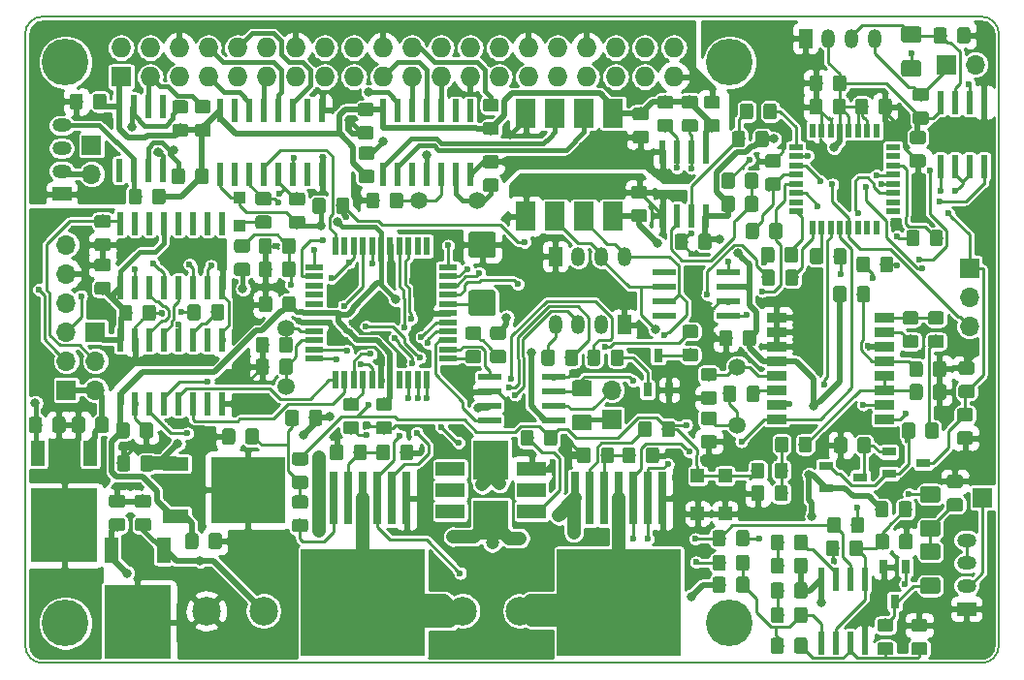
<source format=gtl>
G04 #@! TF.GenerationSoftware,KiCad,Pcbnew,5.1.2-f72e74a~84~ubuntu18.04.1*
G04 #@! TF.CreationDate,2019-06-26T16:44:13+02:00*
G04 #@! TF.ProjectId,AIOR,41494f52-2e6b-4696-9361-645f70636258,V1.2*
G04 #@! TF.SameCoordinates,Original*
G04 #@! TF.FileFunction,Copper,L1,Top*
G04 #@! TF.FilePolarity,Positive*
%FSLAX46Y46*%
G04 Gerber Fmt 4.6, Leading zero omitted, Abs format (unit mm)*
G04 Created by KiCad (PCBNEW 5.1.2-f72e74a~84~ubuntu18.04.1) date 2019-06-26 16:44:13*
%MOMM*%
%LPD*%
G04 APERTURE LIST*
%ADD10C,0.150000*%
%ADD11C,1.500000*%
%ADD12C,0.100000*%
%ADD13C,1.150000*%
%ADD14R,5.800000X6.400000*%
%ADD15R,1.200000X2.200000*%
%ADD16R,6.400000X5.800000*%
%ADD17R,2.200000X1.200000*%
%ADD18C,1.425000*%
%ADD19R,1.200000X0.800000*%
%ADD20R,1.600000X0.560000*%
%ADD21R,0.560000X1.600000*%
%ADD22R,0.599440X1.998980*%
%ADD23C,2.250000*%
%ADD24R,1.800000X2.500000*%
%ADD25O,1.699260X1.198880*%
%ADD26R,1.699260X1.198880*%
%ADD27O,1.700000X1.700000*%
%ADD28R,1.700000X1.700000*%
%ADD29R,1.727200X1.727200*%
%ADD30O,1.727200X1.727200*%
%ADD31C,4.064000*%
%ADD32R,1.000000X1.000000*%
%ADD33R,1.200000X1.200000*%
%ADD34R,0.800000X1.200000*%
%ADD35R,3.050000X3.500000*%
%ADD36R,2.500000X1.270000*%
%ADD37R,1.998980X0.599440*%
%ADD38R,0.600000X1.200000*%
%ADD39R,1.200000X0.600000*%
%ADD40R,1.700000X0.900000*%
%ADD41R,0.800000X4.600000*%
%ADD42R,10.800000X9.400000*%
%ADD43C,2.500000*%
%ADD44O,1.198880X1.699260*%
%ADD45R,1.198880X1.699260*%
%ADD46C,0.800000*%
%ADD47C,0.600000*%
%ADD48C,1.200000*%
%ADD49C,0.381000*%
%ADD50C,0.508000*%
%ADD51C,0.250000*%
%ADD52C,1.160000*%
%ADD53C,0.254000*%
G04 APERTURE END LIST*
D10*
X129500000Y-71500000D02*
X211500000Y-71500000D01*
X128000000Y-126500000D02*
X128000000Y-73000000D01*
X211500000Y-128000000D02*
X129500000Y-128000000D01*
X213000000Y-73000000D02*
X213000000Y-126500000D01*
X129500000Y-71500000D02*
G75*
G03X128000000Y-73000000I0J-1500000D01*
G01*
X128000000Y-126500000D02*
G75*
G03X129500000Y-128000000I1500000J0D01*
G01*
X211500000Y-128000000D02*
G75*
G03X213000000Y-126500000I0J1500000D01*
G01*
X213000000Y-73000000D02*
G75*
G03X211500000Y-71500000I-1500000J0D01*
G01*
D11*
X162407600Y-87579200D03*
X167487600Y-87579200D03*
D12*
G36*
X149267705Y-88894004D02*
G01*
X149291973Y-88897604D01*
X149315772Y-88903565D01*
X149338871Y-88911830D01*
X149361050Y-88922320D01*
X149382093Y-88934932D01*
X149401799Y-88949547D01*
X149419977Y-88966023D01*
X149436453Y-88984201D01*
X149451068Y-89003907D01*
X149463680Y-89024950D01*
X149474170Y-89047129D01*
X149482435Y-89070228D01*
X149488396Y-89094027D01*
X149491996Y-89118295D01*
X149493200Y-89142799D01*
X149493200Y-89792801D01*
X149491996Y-89817305D01*
X149488396Y-89841573D01*
X149482435Y-89865372D01*
X149474170Y-89888471D01*
X149463680Y-89910650D01*
X149451068Y-89931693D01*
X149436453Y-89951399D01*
X149419977Y-89969577D01*
X149401799Y-89986053D01*
X149382093Y-90000668D01*
X149361050Y-90013280D01*
X149338871Y-90023770D01*
X149315772Y-90032035D01*
X149291973Y-90037996D01*
X149267705Y-90041596D01*
X149243201Y-90042800D01*
X148343199Y-90042800D01*
X148318695Y-90041596D01*
X148294427Y-90037996D01*
X148270628Y-90032035D01*
X148247529Y-90023770D01*
X148225350Y-90013280D01*
X148204307Y-90000668D01*
X148184601Y-89986053D01*
X148166423Y-89969577D01*
X148149947Y-89951399D01*
X148135332Y-89931693D01*
X148122720Y-89910650D01*
X148112230Y-89888471D01*
X148103965Y-89865372D01*
X148098004Y-89841573D01*
X148094404Y-89817305D01*
X148093200Y-89792801D01*
X148093200Y-89142799D01*
X148094404Y-89118295D01*
X148098004Y-89094027D01*
X148103965Y-89070228D01*
X148112230Y-89047129D01*
X148122720Y-89024950D01*
X148135332Y-89003907D01*
X148149947Y-88984201D01*
X148166423Y-88966023D01*
X148184601Y-88949547D01*
X148204307Y-88934932D01*
X148225350Y-88922320D01*
X148247529Y-88911830D01*
X148270628Y-88903565D01*
X148294427Y-88897604D01*
X148318695Y-88894004D01*
X148343199Y-88892800D01*
X149243201Y-88892800D01*
X149267705Y-88894004D01*
X149267705Y-88894004D01*
G37*
D13*
X148793200Y-89467800D03*
D12*
G36*
X149267705Y-86844004D02*
G01*
X149291973Y-86847604D01*
X149315772Y-86853565D01*
X149338871Y-86861830D01*
X149361050Y-86872320D01*
X149382093Y-86884932D01*
X149401799Y-86899547D01*
X149419977Y-86916023D01*
X149436453Y-86934201D01*
X149451068Y-86953907D01*
X149463680Y-86974950D01*
X149474170Y-86997129D01*
X149482435Y-87020228D01*
X149488396Y-87044027D01*
X149491996Y-87068295D01*
X149493200Y-87092799D01*
X149493200Y-87742801D01*
X149491996Y-87767305D01*
X149488396Y-87791573D01*
X149482435Y-87815372D01*
X149474170Y-87838471D01*
X149463680Y-87860650D01*
X149451068Y-87881693D01*
X149436453Y-87901399D01*
X149419977Y-87919577D01*
X149401799Y-87936053D01*
X149382093Y-87950668D01*
X149361050Y-87963280D01*
X149338871Y-87973770D01*
X149315772Y-87982035D01*
X149291973Y-87987996D01*
X149267705Y-87991596D01*
X149243201Y-87992800D01*
X148343199Y-87992800D01*
X148318695Y-87991596D01*
X148294427Y-87987996D01*
X148270628Y-87982035D01*
X148247529Y-87973770D01*
X148225350Y-87963280D01*
X148204307Y-87950668D01*
X148184601Y-87936053D01*
X148166423Y-87919577D01*
X148149947Y-87901399D01*
X148135332Y-87881693D01*
X148122720Y-87860650D01*
X148112230Y-87838471D01*
X148103965Y-87815372D01*
X148098004Y-87791573D01*
X148094404Y-87767305D01*
X148093200Y-87742801D01*
X148093200Y-87092799D01*
X148094404Y-87068295D01*
X148098004Y-87044027D01*
X148103965Y-87020228D01*
X148112230Y-86997129D01*
X148122720Y-86974950D01*
X148135332Y-86953907D01*
X148149947Y-86934201D01*
X148166423Y-86916023D01*
X148184601Y-86899547D01*
X148204307Y-86884932D01*
X148225350Y-86872320D01*
X148247529Y-86861830D01*
X148270628Y-86853565D01*
X148294427Y-86847604D01*
X148318695Y-86844004D01*
X148343199Y-86842800D01*
X149243201Y-86842800D01*
X149267705Y-86844004D01*
X149267705Y-86844004D01*
G37*
D13*
X148793200Y-87417800D03*
D14*
X131394200Y-115968200D03*
D15*
X129114200Y-109668200D03*
X133674200Y-109668200D03*
D16*
X147438800Y-112877600D03*
D17*
X141138800Y-115157600D03*
X141138800Y-110597600D03*
D14*
X137795000Y-124451800D03*
D15*
X135515000Y-118151800D03*
X140075000Y-118151800D03*
D12*
G36*
X177249504Y-103288704D02*
G01*
X177273773Y-103292304D01*
X177297571Y-103298265D01*
X177320671Y-103306530D01*
X177342849Y-103317020D01*
X177363893Y-103329633D01*
X177383598Y-103344247D01*
X177401777Y-103360723D01*
X177418253Y-103378902D01*
X177432867Y-103398607D01*
X177445480Y-103419651D01*
X177455970Y-103441829D01*
X177464235Y-103464929D01*
X177470196Y-103488727D01*
X177473796Y-103512996D01*
X177475000Y-103537500D01*
X177475000Y-104462500D01*
X177473796Y-104487004D01*
X177470196Y-104511273D01*
X177464235Y-104535071D01*
X177455970Y-104558171D01*
X177445480Y-104580349D01*
X177432867Y-104601393D01*
X177418253Y-104621098D01*
X177401777Y-104639277D01*
X177383598Y-104655753D01*
X177363893Y-104670367D01*
X177342849Y-104682980D01*
X177320671Y-104693470D01*
X177297571Y-104701735D01*
X177273773Y-104707696D01*
X177249504Y-104711296D01*
X177225000Y-104712500D01*
X175975000Y-104712500D01*
X175950496Y-104711296D01*
X175926227Y-104707696D01*
X175902429Y-104701735D01*
X175879329Y-104693470D01*
X175857151Y-104682980D01*
X175836107Y-104670367D01*
X175816402Y-104655753D01*
X175798223Y-104639277D01*
X175781747Y-104621098D01*
X175767133Y-104601393D01*
X175754520Y-104580349D01*
X175744030Y-104558171D01*
X175735765Y-104535071D01*
X175729804Y-104511273D01*
X175726204Y-104487004D01*
X175725000Y-104462500D01*
X175725000Y-103537500D01*
X175726204Y-103512996D01*
X175729804Y-103488727D01*
X175735765Y-103464929D01*
X175744030Y-103441829D01*
X175754520Y-103419651D01*
X175767133Y-103398607D01*
X175781747Y-103378902D01*
X175798223Y-103360723D01*
X175816402Y-103344247D01*
X175836107Y-103329633D01*
X175857151Y-103317020D01*
X175879329Y-103306530D01*
X175902429Y-103298265D01*
X175926227Y-103292304D01*
X175950496Y-103288704D01*
X175975000Y-103287500D01*
X177225000Y-103287500D01*
X177249504Y-103288704D01*
X177249504Y-103288704D01*
G37*
D18*
X176600000Y-104000000D03*
D12*
G36*
X177249504Y-106263704D02*
G01*
X177273773Y-106267304D01*
X177297571Y-106273265D01*
X177320671Y-106281530D01*
X177342849Y-106292020D01*
X177363893Y-106304633D01*
X177383598Y-106319247D01*
X177401777Y-106335723D01*
X177418253Y-106353902D01*
X177432867Y-106373607D01*
X177445480Y-106394651D01*
X177455970Y-106416829D01*
X177464235Y-106439929D01*
X177470196Y-106463727D01*
X177473796Y-106487996D01*
X177475000Y-106512500D01*
X177475000Y-107437500D01*
X177473796Y-107462004D01*
X177470196Y-107486273D01*
X177464235Y-107510071D01*
X177455970Y-107533171D01*
X177445480Y-107555349D01*
X177432867Y-107576393D01*
X177418253Y-107596098D01*
X177401777Y-107614277D01*
X177383598Y-107630753D01*
X177363893Y-107645367D01*
X177342849Y-107657980D01*
X177320671Y-107668470D01*
X177297571Y-107676735D01*
X177273773Y-107682696D01*
X177249504Y-107686296D01*
X177225000Y-107687500D01*
X175975000Y-107687500D01*
X175950496Y-107686296D01*
X175926227Y-107682696D01*
X175902429Y-107676735D01*
X175879329Y-107668470D01*
X175857151Y-107657980D01*
X175836107Y-107645367D01*
X175816402Y-107630753D01*
X175798223Y-107614277D01*
X175781747Y-107596098D01*
X175767133Y-107576393D01*
X175754520Y-107555349D01*
X175744030Y-107533171D01*
X175735765Y-107510071D01*
X175729804Y-107486273D01*
X175726204Y-107462004D01*
X175725000Y-107437500D01*
X175725000Y-106512500D01*
X175726204Y-106487996D01*
X175729804Y-106463727D01*
X175735765Y-106439929D01*
X175744030Y-106416829D01*
X175754520Y-106394651D01*
X175767133Y-106373607D01*
X175781747Y-106353902D01*
X175798223Y-106335723D01*
X175816402Y-106319247D01*
X175836107Y-106304633D01*
X175857151Y-106292020D01*
X175879329Y-106281530D01*
X175902429Y-106273265D01*
X175926227Y-106267304D01*
X175950496Y-106263704D01*
X175975000Y-106262500D01*
X177225000Y-106262500D01*
X177249504Y-106263704D01*
X177249504Y-106263704D01*
G37*
D18*
X176600000Y-106975000D03*
D12*
G36*
X206008504Y-72350204D02*
G01*
X206032773Y-72353804D01*
X206056571Y-72359765D01*
X206079671Y-72368030D01*
X206101849Y-72378520D01*
X206122893Y-72391133D01*
X206142598Y-72405747D01*
X206160777Y-72422223D01*
X206177253Y-72440402D01*
X206191867Y-72460107D01*
X206204480Y-72481151D01*
X206214970Y-72503329D01*
X206223235Y-72526429D01*
X206229196Y-72550227D01*
X206232796Y-72574496D01*
X206234000Y-72599000D01*
X206234000Y-73524000D01*
X206232796Y-73548504D01*
X206229196Y-73572773D01*
X206223235Y-73596571D01*
X206214970Y-73619671D01*
X206204480Y-73641849D01*
X206191867Y-73662893D01*
X206177253Y-73682598D01*
X206160777Y-73700777D01*
X206142598Y-73717253D01*
X206122893Y-73731867D01*
X206101849Y-73744480D01*
X206079671Y-73754970D01*
X206056571Y-73763235D01*
X206032773Y-73769196D01*
X206008504Y-73772796D01*
X205984000Y-73774000D01*
X204734000Y-73774000D01*
X204709496Y-73772796D01*
X204685227Y-73769196D01*
X204661429Y-73763235D01*
X204638329Y-73754970D01*
X204616151Y-73744480D01*
X204595107Y-73731867D01*
X204575402Y-73717253D01*
X204557223Y-73700777D01*
X204540747Y-73682598D01*
X204526133Y-73662893D01*
X204513520Y-73641849D01*
X204503030Y-73619671D01*
X204494765Y-73596571D01*
X204488804Y-73572773D01*
X204485204Y-73548504D01*
X204484000Y-73524000D01*
X204484000Y-72599000D01*
X204485204Y-72574496D01*
X204488804Y-72550227D01*
X204494765Y-72526429D01*
X204503030Y-72503329D01*
X204513520Y-72481151D01*
X204526133Y-72460107D01*
X204540747Y-72440402D01*
X204557223Y-72422223D01*
X204575402Y-72405747D01*
X204595107Y-72391133D01*
X204616151Y-72378520D01*
X204638329Y-72368030D01*
X204661429Y-72359765D01*
X204685227Y-72353804D01*
X204709496Y-72350204D01*
X204734000Y-72349000D01*
X205984000Y-72349000D01*
X206008504Y-72350204D01*
X206008504Y-72350204D01*
G37*
D18*
X205359000Y-73061500D03*
D12*
G36*
X206008504Y-75325204D02*
G01*
X206032773Y-75328804D01*
X206056571Y-75334765D01*
X206079671Y-75343030D01*
X206101849Y-75353520D01*
X206122893Y-75366133D01*
X206142598Y-75380747D01*
X206160777Y-75397223D01*
X206177253Y-75415402D01*
X206191867Y-75435107D01*
X206204480Y-75456151D01*
X206214970Y-75478329D01*
X206223235Y-75501429D01*
X206229196Y-75525227D01*
X206232796Y-75549496D01*
X206234000Y-75574000D01*
X206234000Y-76499000D01*
X206232796Y-76523504D01*
X206229196Y-76547773D01*
X206223235Y-76571571D01*
X206214970Y-76594671D01*
X206204480Y-76616849D01*
X206191867Y-76637893D01*
X206177253Y-76657598D01*
X206160777Y-76675777D01*
X206142598Y-76692253D01*
X206122893Y-76706867D01*
X206101849Y-76719480D01*
X206079671Y-76729970D01*
X206056571Y-76738235D01*
X206032773Y-76744196D01*
X206008504Y-76747796D01*
X205984000Y-76749000D01*
X204734000Y-76749000D01*
X204709496Y-76747796D01*
X204685227Y-76744196D01*
X204661429Y-76738235D01*
X204638329Y-76729970D01*
X204616151Y-76719480D01*
X204595107Y-76706867D01*
X204575402Y-76692253D01*
X204557223Y-76675777D01*
X204540747Y-76657598D01*
X204526133Y-76637893D01*
X204513520Y-76616849D01*
X204503030Y-76594671D01*
X204494765Y-76571571D01*
X204488804Y-76547773D01*
X204485204Y-76523504D01*
X204484000Y-76499000D01*
X204484000Y-75574000D01*
X204485204Y-75549496D01*
X204488804Y-75525227D01*
X204494765Y-75501429D01*
X204503030Y-75478329D01*
X204513520Y-75456151D01*
X204526133Y-75435107D01*
X204540747Y-75415402D01*
X204557223Y-75397223D01*
X204575402Y-75380747D01*
X204595107Y-75366133D01*
X204616151Y-75353520D01*
X204638329Y-75343030D01*
X204661429Y-75334765D01*
X204685227Y-75328804D01*
X204709496Y-75325204D01*
X204734000Y-75324000D01*
X205984000Y-75324000D01*
X206008504Y-75325204D01*
X206008504Y-75325204D01*
G37*
D18*
X205359000Y-76036500D03*
D12*
G36*
X207659504Y-115533404D02*
G01*
X207683773Y-115537004D01*
X207707571Y-115542965D01*
X207730671Y-115551230D01*
X207752849Y-115561720D01*
X207773893Y-115574333D01*
X207793598Y-115588947D01*
X207811777Y-115605423D01*
X207828253Y-115623602D01*
X207842867Y-115643307D01*
X207855480Y-115664351D01*
X207865970Y-115686529D01*
X207874235Y-115709629D01*
X207880196Y-115733427D01*
X207883796Y-115757696D01*
X207885000Y-115782200D01*
X207885000Y-116707200D01*
X207883796Y-116731704D01*
X207880196Y-116755973D01*
X207874235Y-116779771D01*
X207865970Y-116802871D01*
X207855480Y-116825049D01*
X207842867Y-116846093D01*
X207828253Y-116865798D01*
X207811777Y-116883977D01*
X207793598Y-116900453D01*
X207773893Y-116915067D01*
X207752849Y-116927680D01*
X207730671Y-116938170D01*
X207707571Y-116946435D01*
X207683773Y-116952396D01*
X207659504Y-116955996D01*
X207635000Y-116957200D01*
X206385000Y-116957200D01*
X206360496Y-116955996D01*
X206336227Y-116952396D01*
X206312429Y-116946435D01*
X206289329Y-116938170D01*
X206267151Y-116927680D01*
X206246107Y-116915067D01*
X206226402Y-116900453D01*
X206208223Y-116883977D01*
X206191747Y-116865798D01*
X206177133Y-116846093D01*
X206164520Y-116825049D01*
X206154030Y-116802871D01*
X206145765Y-116779771D01*
X206139804Y-116755973D01*
X206136204Y-116731704D01*
X206135000Y-116707200D01*
X206135000Y-115782200D01*
X206136204Y-115757696D01*
X206139804Y-115733427D01*
X206145765Y-115709629D01*
X206154030Y-115686529D01*
X206164520Y-115664351D01*
X206177133Y-115643307D01*
X206191747Y-115623602D01*
X206208223Y-115605423D01*
X206226402Y-115588947D01*
X206246107Y-115574333D01*
X206267151Y-115561720D01*
X206289329Y-115551230D01*
X206312429Y-115542965D01*
X206336227Y-115537004D01*
X206360496Y-115533404D01*
X206385000Y-115532200D01*
X207635000Y-115532200D01*
X207659504Y-115533404D01*
X207659504Y-115533404D01*
G37*
D18*
X207010000Y-116244700D03*
D12*
G36*
X207659504Y-112558404D02*
G01*
X207683773Y-112562004D01*
X207707571Y-112567965D01*
X207730671Y-112576230D01*
X207752849Y-112586720D01*
X207773893Y-112599333D01*
X207793598Y-112613947D01*
X207811777Y-112630423D01*
X207828253Y-112648602D01*
X207842867Y-112668307D01*
X207855480Y-112689351D01*
X207865970Y-112711529D01*
X207874235Y-112734629D01*
X207880196Y-112758427D01*
X207883796Y-112782696D01*
X207885000Y-112807200D01*
X207885000Y-113732200D01*
X207883796Y-113756704D01*
X207880196Y-113780973D01*
X207874235Y-113804771D01*
X207865970Y-113827871D01*
X207855480Y-113850049D01*
X207842867Y-113871093D01*
X207828253Y-113890798D01*
X207811777Y-113908977D01*
X207793598Y-113925453D01*
X207773893Y-113940067D01*
X207752849Y-113952680D01*
X207730671Y-113963170D01*
X207707571Y-113971435D01*
X207683773Y-113977396D01*
X207659504Y-113980996D01*
X207635000Y-113982200D01*
X206385000Y-113982200D01*
X206360496Y-113980996D01*
X206336227Y-113977396D01*
X206312429Y-113971435D01*
X206289329Y-113963170D01*
X206267151Y-113952680D01*
X206246107Y-113940067D01*
X206226402Y-113925453D01*
X206208223Y-113908977D01*
X206191747Y-113890798D01*
X206177133Y-113871093D01*
X206164520Y-113850049D01*
X206154030Y-113827871D01*
X206145765Y-113804771D01*
X206139804Y-113780973D01*
X206136204Y-113756704D01*
X206135000Y-113732200D01*
X206135000Y-112807200D01*
X206136204Y-112782696D01*
X206139804Y-112758427D01*
X206145765Y-112734629D01*
X206154030Y-112711529D01*
X206164520Y-112689351D01*
X206177133Y-112668307D01*
X206191747Y-112648602D01*
X206208223Y-112630423D01*
X206226402Y-112613947D01*
X206246107Y-112599333D01*
X206267151Y-112586720D01*
X206289329Y-112576230D01*
X206312429Y-112567965D01*
X206336227Y-112562004D01*
X206360496Y-112558404D01*
X206385000Y-112557200D01*
X207635000Y-112557200D01*
X207659504Y-112558404D01*
X207659504Y-112558404D01*
G37*
D18*
X207010000Y-113269700D03*
D12*
G36*
X207659504Y-120537204D02*
G01*
X207683773Y-120540804D01*
X207707571Y-120546765D01*
X207730671Y-120555030D01*
X207752849Y-120565520D01*
X207773893Y-120578133D01*
X207793598Y-120592747D01*
X207811777Y-120609223D01*
X207828253Y-120627402D01*
X207842867Y-120647107D01*
X207855480Y-120668151D01*
X207865970Y-120690329D01*
X207874235Y-120713429D01*
X207880196Y-120737227D01*
X207883796Y-120761496D01*
X207885000Y-120786000D01*
X207885000Y-121711000D01*
X207883796Y-121735504D01*
X207880196Y-121759773D01*
X207874235Y-121783571D01*
X207865970Y-121806671D01*
X207855480Y-121828849D01*
X207842867Y-121849893D01*
X207828253Y-121869598D01*
X207811777Y-121887777D01*
X207793598Y-121904253D01*
X207773893Y-121918867D01*
X207752849Y-121931480D01*
X207730671Y-121941970D01*
X207707571Y-121950235D01*
X207683773Y-121956196D01*
X207659504Y-121959796D01*
X207635000Y-121961000D01*
X206385000Y-121961000D01*
X206360496Y-121959796D01*
X206336227Y-121956196D01*
X206312429Y-121950235D01*
X206289329Y-121941970D01*
X206267151Y-121931480D01*
X206246107Y-121918867D01*
X206226402Y-121904253D01*
X206208223Y-121887777D01*
X206191747Y-121869598D01*
X206177133Y-121849893D01*
X206164520Y-121828849D01*
X206154030Y-121806671D01*
X206145765Y-121783571D01*
X206139804Y-121759773D01*
X206136204Y-121735504D01*
X206135000Y-121711000D01*
X206135000Y-120786000D01*
X206136204Y-120761496D01*
X206139804Y-120737227D01*
X206145765Y-120713429D01*
X206154030Y-120690329D01*
X206164520Y-120668151D01*
X206177133Y-120647107D01*
X206191747Y-120627402D01*
X206208223Y-120609223D01*
X206226402Y-120592747D01*
X206246107Y-120578133D01*
X206267151Y-120565520D01*
X206289329Y-120555030D01*
X206312429Y-120546765D01*
X206336227Y-120540804D01*
X206360496Y-120537204D01*
X206385000Y-120536000D01*
X207635000Y-120536000D01*
X207659504Y-120537204D01*
X207659504Y-120537204D01*
G37*
D18*
X207010000Y-121248500D03*
D12*
G36*
X207659504Y-117562204D02*
G01*
X207683773Y-117565804D01*
X207707571Y-117571765D01*
X207730671Y-117580030D01*
X207752849Y-117590520D01*
X207773893Y-117603133D01*
X207793598Y-117617747D01*
X207811777Y-117634223D01*
X207828253Y-117652402D01*
X207842867Y-117672107D01*
X207855480Y-117693151D01*
X207865970Y-117715329D01*
X207874235Y-117738429D01*
X207880196Y-117762227D01*
X207883796Y-117786496D01*
X207885000Y-117811000D01*
X207885000Y-118736000D01*
X207883796Y-118760504D01*
X207880196Y-118784773D01*
X207874235Y-118808571D01*
X207865970Y-118831671D01*
X207855480Y-118853849D01*
X207842867Y-118874893D01*
X207828253Y-118894598D01*
X207811777Y-118912777D01*
X207793598Y-118929253D01*
X207773893Y-118943867D01*
X207752849Y-118956480D01*
X207730671Y-118966970D01*
X207707571Y-118975235D01*
X207683773Y-118981196D01*
X207659504Y-118984796D01*
X207635000Y-118986000D01*
X206385000Y-118986000D01*
X206360496Y-118984796D01*
X206336227Y-118981196D01*
X206312429Y-118975235D01*
X206289329Y-118966970D01*
X206267151Y-118956480D01*
X206246107Y-118943867D01*
X206226402Y-118929253D01*
X206208223Y-118912777D01*
X206191747Y-118894598D01*
X206177133Y-118874893D01*
X206164520Y-118853849D01*
X206154030Y-118831671D01*
X206145765Y-118808571D01*
X206139804Y-118784773D01*
X206136204Y-118760504D01*
X206135000Y-118736000D01*
X206135000Y-117811000D01*
X206136204Y-117786496D01*
X206139804Y-117762227D01*
X206145765Y-117738429D01*
X206154030Y-117715329D01*
X206164520Y-117693151D01*
X206177133Y-117672107D01*
X206191747Y-117652402D01*
X206208223Y-117634223D01*
X206226402Y-117617747D01*
X206246107Y-117603133D01*
X206267151Y-117590520D01*
X206289329Y-117580030D01*
X206312429Y-117571765D01*
X206336227Y-117565804D01*
X206360496Y-117562204D01*
X206385000Y-117561000D01*
X207635000Y-117561000D01*
X207659504Y-117562204D01*
X207659504Y-117562204D01*
G37*
D18*
X207010000Y-118273500D03*
D12*
G36*
X190624505Y-81501204D02*
G01*
X190648773Y-81504804D01*
X190672572Y-81510765D01*
X190695671Y-81519030D01*
X190717850Y-81529520D01*
X190738893Y-81542132D01*
X190758599Y-81556747D01*
X190776777Y-81573223D01*
X190793253Y-81591401D01*
X190807868Y-81611107D01*
X190820480Y-81632150D01*
X190830970Y-81654329D01*
X190839235Y-81677428D01*
X190845196Y-81701227D01*
X190848796Y-81725495D01*
X190850000Y-81749999D01*
X190850000Y-82650001D01*
X190848796Y-82674505D01*
X190845196Y-82698773D01*
X190839235Y-82722572D01*
X190830970Y-82745671D01*
X190820480Y-82767850D01*
X190807868Y-82788893D01*
X190793253Y-82808599D01*
X190776777Y-82826777D01*
X190758599Y-82843253D01*
X190738893Y-82857868D01*
X190717850Y-82870480D01*
X190695671Y-82880970D01*
X190672572Y-82889235D01*
X190648773Y-82895196D01*
X190624505Y-82898796D01*
X190600001Y-82900000D01*
X189949999Y-82900000D01*
X189925495Y-82898796D01*
X189901227Y-82895196D01*
X189877428Y-82889235D01*
X189854329Y-82880970D01*
X189832150Y-82870480D01*
X189811107Y-82857868D01*
X189791401Y-82843253D01*
X189773223Y-82826777D01*
X189756747Y-82808599D01*
X189742132Y-82788893D01*
X189729520Y-82767850D01*
X189719030Y-82745671D01*
X189710765Y-82722572D01*
X189704804Y-82698773D01*
X189701204Y-82674505D01*
X189700000Y-82650001D01*
X189700000Y-81749999D01*
X189701204Y-81725495D01*
X189704804Y-81701227D01*
X189710765Y-81677428D01*
X189719030Y-81654329D01*
X189729520Y-81632150D01*
X189742132Y-81611107D01*
X189756747Y-81591401D01*
X189773223Y-81573223D01*
X189791401Y-81556747D01*
X189811107Y-81542132D01*
X189832150Y-81529520D01*
X189854329Y-81519030D01*
X189877428Y-81510765D01*
X189901227Y-81504804D01*
X189925495Y-81501204D01*
X189949999Y-81500000D01*
X190600001Y-81500000D01*
X190624505Y-81501204D01*
X190624505Y-81501204D01*
G37*
D13*
X190275000Y-82200000D03*
D12*
G36*
X192674505Y-81501204D02*
G01*
X192698773Y-81504804D01*
X192722572Y-81510765D01*
X192745671Y-81519030D01*
X192767850Y-81529520D01*
X192788893Y-81542132D01*
X192808599Y-81556747D01*
X192826777Y-81573223D01*
X192843253Y-81591401D01*
X192857868Y-81611107D01*
X192870480Y-81632150D01*
X192880970Y-81654329D01*
X192889235Y-81677428D01*
X192895196Y-81701227D01*
X192898796Y-81725495D01*
X192900000Y-81749999D01*
X192900000Y-82650001D01*
X192898796Y-82674505D01*
X192895196Y-82698773D01*
X192889235Y-82722572D01*
X192880970Y-82745671D01*
X192870480Y-82767850D01*
X192857868Y-82788893D01*
X192843253Y-82808599D01*
X192826777Y-82826777D01*
X192808599Y-82843253D01*
X192788893Y-82857868D01*
X192767850Y-82870480D01*
X192745671Y-82880970D01*
X192722572Y-82889235D01*
X192698773Y-82895196D01*
X192674505Y-82898796D01*
X192650001Y-82900000D01*
X191999999Y-82900000D01*
X191975495Y-82898796D01*
X191951227Y-82895196D01*
X191927428Y-82889235D01*
X191904329Y-82880970D01*
X191882150Y-82870480D01*
X191861107Y-82857868D01*
X191841401Y-82843253D01*
X191823223Y-82826777D01*
X191806747Y-82808599D01*
X191792132Y-82788893D01*
X191779520Y-82767850D01*
X191769030Y-82745671D01*
X191760765Y-82722572D01*
X191754804Y-82698773D01*
X191751204Y-82674505D01*
X191750000Y-82650001D01*
X191750000Y-81749999D01*
X191751204Y-81725495D01*
X191754804Y-81701227D01*
X191760765Y-81677428D01*
X191769030Y-81654329D01*
X191779520Y-81632150D01*
X191792132Y-81611107D01*
X191806747Y-81591401D01*
X191823223Y-81573223D01*
X191841401Y-81556747D01*
X191861107Y-81542132D01*
X191882150Y-81529520D01*
X191904329Y-81519030D01*
X191927428Y-81510765D01*
X191951227Y-81504804D01*
X191975495Y-81501204D01*
X191999999Y-81500000D01*
X192650001Y-81500000D01*
X192674505Y-81501204D01*
X192674505Y-81501204D01*
G37*
D13*
X192325000Y-82200000D03*
D19*
X203414500Y-109550000D03*
X203414500Y-111450000D03*
X206414500Y-110500000D03*
D12*
G36*
X197384705Y-78676204D02*
G01*
X197408973Y-78679804D01*
X197432772Y-78685765D01*
X197455871Y-78694030D01*
X197478050Y-78704520D01*
X197499093Y-78717132D01*
X197518799Y-78731747D01*
X197536977Y-78748223D01*
X197553453Y-78766401D01*
X197568068Y-78786107D01*
X197580680Y-78807150D01*
X197591170Y-78829329D01*
X197599435Y-78852428D01*
X197605396Y-78876227D01*
X197608996Y-78900495D01*
X197610200Y-78924999D01*
X197610200Y-79825001D01*
X197608996Y-79849505D01*
X197605396Y-79873773D01*
X197599435Y-79897572D01*
X197591170Y-79920671D01*
X197580680Y-79942850D01*
X197568068Y-79963893D01*
X197553453Y-79983599D01*
X197536977Y-80001777D01*
X197518799Y-80018253D01*
X197499093Y-80032868D01*
X197478050Y-80045480D01*
X197455871Y-80055970D01*
X197432772Y-80064235D01*
X197408973Y-80070196D01*
X197384705Y-80073796D01*
X197360201Y-80075000D01*
X196710199Y-80075000D01*
X196685695Y-80073796D01*
X196661427Y-80070196D01*
X196637628Y-80064235D01*
X196614529Y-80055970D01*
X196592350Y-80045480D01*
X196571307Y-80032868D01*
X196551601Y-80018253D01*
X196533423Y-80001777D01*
X196516947Y-79983599D01*
X196502332Y-79963893D01*
X196489720Y-79942850D01*
X196479230Y-79920671D01*
X196470965Y-79897572D01*
X196465004Y-79873773D01*
X196461404Y-79849505D01*
X196460200Y-79825001D01*
X196460200Y-78924999D01*
X196461404Y-78900495D01*
X196465004Y-78876227D01*
X196470965Y-78852428D01*
X196479230Y-78829329D01*
X196489720Y-78807150D01*
X196502332Y-78786107D01*
X196516947Y-78766401D01*
X196533423Y-78748223D01*
X196551601Y-78731747D01*
X196571307Y-78717132D01*
X196592350Y-78704520D01*
X196614529Y-78694030D01*
X196637628Y-78685765D01*
X196661427Y-78679804D01*
X196685695Y-78676204D01*
X196710199Y-78675000D01*
X197360201Y-78675000D01*
X197384705Y-78676204D01*
X197384705Y-78676204D01*
G37*
D13*
X197035200Y-79375000D03*
D12*
G36*
X199434705Y-78676204D02*
G01*
X199458973Y-78679804D01*
X199482772Y-78685765D01*
X199505871Y-78694030D01*
X199528050Y-78704520D01*
X199549093Y-78717132D01*
X199568799Y-78731747D01*
X199586977Y-78748223D01*
X199603453Y-78766401D01*
X199618068Y-78786107D01*
X199630680Y-78807150D01*
X199641170Y-78829329D01*
X199649435Y-78852428D01*
X199655396Y-78876227D01*
X199658996Y-78900495D01*
X199660200Y-78924999D01*
X199660200Y-79825001D01*
X199658996Y-79849505D01*
X199655396Y-79873773D01*
X199649435Y-79897572D01*
X199641170Y-79920671D01*
X199630680Y-79942850D01*
X199618068Y-79963893D01*
X199603453Y-79983599D01*
X199586977Y-80001777D01*
X199568799Y-80018253D01*
X199549093Y-80032868D01*
X199528050Y-80045480D01*
X199505871Y-80055970D01*
X199482772Y-80064235D01*
X199458973Y-80070196D01*
X199434705Y-80073796D01*
X199410201Y-80075000D01*
X198760199Y-80075000D01*
X198735695Y-80073796D01*
X198711427Y-80070196D01*
X198687628Y-80064235D01*
X198664529Y-80055970D01*
X198642350Y-80045480D01*
X198621307Y-80032868D01*
X198601601Y-80018253D01*
X198583423Y-80001777D01*
X198566947Y-79983599D01*
X198552332Y-79963893D01*
X198539720Y-79942850D01*
X198529230Y-79920671D01*
X198520965Y-79897572D01*
X198515004Y-79873773D01*
X198511404Y-79849505D01*
X198510200Y-79825001D01*
X198510200Y-78924999D01*
X198511404Y-78900495D01*
X198515004Y-78876227D01*
X198520965Y-78852428D01*
X198529230Y-78829329D01*
X198539720Y-78807150D01*
X198552332Y-78786107D01*
X198566947Y-78766401D01*
X198583423Y-78748223D01*
X198601601Y-78731747D01*
X198621307Y-78717132D01*
X198642350Y-78704520D01*
X198664529Y-78694030D01*
X198687628Y-78685765D01*
X198711427Y-78679804D01*
X198735695Y-78676204D01*
X198760199Y-78675000D01*
X199410201Y-78675000D01*
X199434705Y-78676204D01*
X199434705Y-78676204D01*
G37*
D13*
X199085200Y-79375000D03*
D20*
X164917500Y-101409000D03*
X164917500Y-100609000D03*
X164917500Y-99809000D03*
X164917500Y-99009000D03*
X164917500Y-98209000D03*
X164917500Y-97409000D03*
X164917500Y-96609000D03*
X164917500Y-95809000D03*
X164917500Y-95009000D03*
X164917500Y-94209000D03*
X164917500Y-93409000D03*
D21*
X163067500Y-91559000D03*
X162267500Y-91559000D03*
X161467500Y-91559000D03*
X160667500Y-91559000D03*
X159867500Y-91559000D03*
X159067500Y-91559000D03*
X158267500Y-91559000D03*
X157467500Y-91559000D03*
X156667500Y-91559000D03*
X155867500Y-91559000D03*
X155067500Y-91559000D03*
D20*
X153217500Y-93409000D03*
X153217500Y-94209000D03*
X153217500Y-95009000D03*
X153217500Y-95809000D03*
X153217500Y-96609000D03*
X153217500Y-97409000D03*
X153217500Y-98209000D03*
X153217500Y-99009000D03*
X153217500Y-99809000D03*
X153217500Y-100609000D03*
X153217500Y-101409000D03*
D21*
X155067500Y-103259000D03*
X155867500Y-103259000D03*
X156667500Y-103259000D03*
X157467500Y-103259000D03*
X158267500Y-103259000D03*
X159067500Y-103259000D03*
X159867500Y-103259000D03*
X160667500Y-103259000D03*
X161467500Y-103259000D03*
X162267500Y-103259000D03*
X163067500Y-103259000D03*
D22*
X159258000Y-79706000D03*
X160528000Y-79706000D03*
X161798000Y-79706000D03*
X163068000Y-79706000D03*
X164338000Y-79706000D03*
X165608000Y-79706000D03*
X166878000Y-79706000D03*
X166878000Y-85294000D03*
X165608000Y-85294000D03*
X164338000Y-85294000D03*
X163068000Y-85294000D03*
X161798000Y-85294000D03*
X160528000Y-85294000D03*
X159258000Y-85294000D03*
D12*
G36*
X182211505Y-81477204D02*
G01*
X182235773Y-81480804D01*
X182259572Y-81486765D01*
X182282671Y-81495030D01*
X182304850Y-81505520D01*
X182325893Y-81518132D01*
X182345599Y-81532747D01*
X182363777Y-81549223D01*
X182380253Y-81567401D01*
X182394868Y-81587107D01*
X182407480Y-81608150D01*
X182417970Y-81630329D01*
X182426235Y-81653428D01*
X182432196Y-81677227D01*
X182435796Y-81701495D01*
X182437000Y-81725999D01*
X182437000Y-82376001D01*
X182435796Y-82400505D01*
X182432196Y-82424773D01*
X182426235Y-82448572D01*
X182417970Y-82471671D01*
X182407480Y-82493850D01*
X182394868Y-82514893D01*
X182380253Y-82534599D01*
X182363777Y-82552777D01*
X182345599Y-82569253D01*
X182325893Y-82583868D01*
X182304850Y-82596480D01*
X182282671Y-82606970D01*
X182259572Y-82615235D01*
X182235773Y-82621196D01*
X182211505Y-82624796D01*
X182187001Y-82626000D01*
X181286999Y-82626000D01*
X181262495Y-82624796D01*
X181238227Y-82621196D01*
X181214428Y-82615235D01*
X181191329Y-82606970D01*
X181169150Y-82596480D01*
X181148107Y-82583868D01*
X181128401Y-82569253D01*
X181110223Y-82552777D01*
X181093747Y-82534599D01*
X181079132Y-82514893D01*
X181066520Y-82493850D01*
X181056030Y-82471671D01*
X181047765Y-82448572D01*
X181041804Y-82424773D01*
X181038204Y-82400505D01*
X181037000Y-82376001D01*
X181037000Y-81725999D01*
X181038204Y-81701495D01*
X181041804Y-81677227D01*
X181047765Y-81653428D01*
X181056030Y-81630329D01*
X181066520Y-81608150D01*
X181079132Y-81587107D01*
X181093747Y-81567401D01*
X181110223Y-81549223D01*
X181128401Y-81532747D01*
X181148107Y-81518132D01*
X181169150Y-81505520D01*
X181191329Y-81495030D01*
X181214428Y-81486765D01*
X181238227Y-81480804D01*
X181262495Y-81477204D01*
X181286999Y-81476000D01*
X182187001Y-81476000D01*
X182211505Y-81477204D01*
X182211505Y-81477204D01*
G37*
D13*
X181737000Y-82051000D03*
D12*
G36*
X182211505Y-79427204D02*
G01*
X182235773Y-79430804D01*
X182259572Y-79436765D01*
X182282671Y-79445030D01*
X182304850Y-79455520D01*
X182325893Y-79468132D01*
X182345599Y-79482747D01*
X182363777Y-79499223D01*
X182380253Y-79517401D01*
X182394868Y-79537107D01*
X182407480Y-79558150D01*
X182417970Y-79580329D01*
X182426235Y-79603428D01*
X182432196Y-79627227D01*
X182435796Y-79651495D01*
X182437000Y-79675999D01*
X182437000Y-80326001D01*
X182435796Y-80350505D01*
X182432196Y-80374773D01*
X182426235Y-80398572D01*
X182417970Y-80421671D01*
X182407480Y-80443850D01*
X182394868Y-80464893D01*
X182380253Y-80484599D01*
X182363777Y-80502777D01*
X182345599Y-80519253D01*
X182325893Y-80533868D01*
X182304850Y-80546480D01*
X182282671Y-80556970D01*
X182259572Y-80565235D01*
X182235773Y-80571196D01*
X182211505Y-80574796D01*
X182187001Y-80576000D01*
X181286999Y-80576000D01*
X181262495Y-80574796D01*
X181238227Y-80571196D01*
X181214428Y-80565235D01*
X181191329Y-80556970D01*
X181169150Y-80546480D01*
X181148107Y-80533868D01*
X181128401Y-80519253D01*
X181110223Y-80502777D01*
X181093747Y-80484599D01*
X181079132Y-80464893D01*
X181066520Y-80443850D01*
X181056030Y-80421671D01*
X181047765Y-80398572D01*
X181041804Y-80374773D01*
X181038204Y-80350505D01*
X181037000Y-80326001D01*
X181037000Y-79675999D01*
X181038204Y-79651495D01*
X181041804Y-79627227D01*
X181047765Y-79603428D01*
X181056030Y-79580329D01*
X181066520Y-79558150D01*
X181079132Y-79537107D01*
X181093747Y-79517401D01*
X181110223Y-79499223D01*
X181128401Y-79482747D01*
X181148107Y-79468132D01*
X181169150Y-79455520D01*
X181191329Y-79445030D01*
X181214428Y-79436765D01*
X181238227Y-79430804D01*
X181262495Y-79427204D01*
X181286999Y-79426000D01*
X182187001Y-79426000D01*
X182211505Y-79427204D01*
X182211505Y-79427204D01*
G37*
D13*
X181737000Y-80001000D03*
D12*
G36*
X189724505Y-87185204D02*
G01*
X189748773Y-87188804D01*
X189772572Y-87194765D01*
X189795671Y-87203030D01*
X189817850Y-87213520D01*
X189838893Y-87226132D01*
X189858599Y-87240747D01*
X189876777Y-87257223D01*
X189893253Y-87275401D01*
X189907868Y-87295107D01*
X189920480Y-87316150D01*
X189930970Y-87338329D01*
X189939235Y-87361428D01*
X189945196Y-87385227D01*
X189948796Y-87409495D01*
X189950000Y-87433999D01*
X189950000Y-88334001D01*
X189948796Y-88358505D01*
X189945196Y-88382773D01*
X189939235Y-88406572D01*
X189930970Y-88429671D01*
X189920480Y-88451850D01*
X189907868Y-88472893D01*
X189893253Y-88492599D01*
X189876777Y-88510777D01*
X189858599Y-88527253D01*
X189838893Y-88541868D01*
X189817850Y-88554480D01*
X189795671Y-88564970D01*
X189772572Y-88573235D01*
X189748773Y-88579196D01*
X189724505Y-88582796D01*
X189700001Y-88584000D01*
X189049999Y-88584000D01*
X189025495Y-88582796D01*
X189001227Y-88579196D01*
X188977428Y-88573235D01*
X188954329Y-88564970D01*
X188932150Y-88554480D01*
X188911107Y-88541868D01*
X188891401Y-88527253D01*
X188873223Y-88510777D01*
X188856747Y-88492599D01*
X188842132Y-88472893D01*
X188829520Y-88451850D01*
X188819030Y-88429671D01*
X188810765Y-88406572D01*
X188804804Y-88382773D01*
X188801204Y-88358505D01*
X188800000Y-88334001D01*
X188800000Y-87433999D01*
X188801204Y-87409495D01*
X188804804Y-87385227D01*
X188810765Y-87361428D01*
X188819030Y-87338329D01*
X188829520Y-87316150D01*
X188842132Y-87295107D01*
X188856747Y-87275401D01*
X188873223Y-87257223D01*
X188891401Y-87240747D01*
X188911107Y-87226132D01*
X188932150Y-87213520D01*
X188954329Y-87203030D01*
X188977428Y-87194765D01*
X189001227Y-87188804D01*
X189025495Y-87185204D01*
X189049999Y-87184000D01*
X189700001Y-87184000D01*
X189724505Y-87185204D01*
X189724505Y-87185204D01*
G37*
D13*
X189375000Y-87884000D03*
D12*
G36*
X191774505Y-87185204D02*
G01*
X191798773Y-87188804D01*
X191822572Y-87194765D01*
X191845671Y-87203030D01*
X191867850Y-87213520D01*
X191888893Y-87226132D01*
X191908599Y-87240747D01*
X191926777Y-87257223D01*
X191943253Y-87275401D01*
X191957868Y-87295107D01*
X191970480Y-87316150D01*
X191980970Y-87338329D01*
X191989235Y-87361428D01*
X191995196Y-87385227D01*
X191998796Y-87409495D01*
X192000000Y-87433999D01*
X192000000Y-88334001D01*
X191998796Y-88358505D01*
X191995196Y-88382773D01*
X191989235Y-88406572D01*
X191980970Y-88429671D01*
X191970480Y-88451850D01*
X191957868Y-88472893D01*
X191943253Y-88492599D01*
X191926777Y-88510777D01*
X191908599Y-88527253D01*
X191888893Y-88541868D01*
X191867850Y-88554480D01*
X191845671Y-88564970D01*
X191822572Y-88573235D01*
X191798773Y-88579196D01*
X191774505Y-88582796D01*
X191750001Y-88584000D01*
X191099999Y-88584000D01*
X191075495Y-88582796D01*
X191051227Y-88579196D01*
X191027428Y-88573235D01*
X191004329Y-88564970D01*
X190982150Y-88554480D01*
X190961107Y-88541868D01*
X190941401Y-88527253D01*
X190923223Y-88510777D01*
X190906747Y-88492599D01*
X190892132Y-88472893D01*
X190879520Y-88451850D01*
X190869030Y-88429671D01*
X190860765Y-88406572D01*
X190854804Y-88382773D01*
X190851204Y-88358505D01*
X190850000Y-88334001D01*
X190850000Y-87433999D01*
X190851204Y-87409495D01*
X190854804Y-87385227D01*
X190860765Y-87361428D01*
X190869030Y-87338329D01*
X190879520Y-87316150D01*
X190892132Y-87295107D01*
X190906747Y-87275401D01*
X190923223Y-87257223D01*
X190941401Y-87240747D01*
X190961107Y-87226132D01*
X190982150Y-87213520D01*
X191004329Y-87203030D01*
X191027428Y-87194765D01*
X191051227Y-87188804D01*
X191075495Y-87185204D01*
X191099999Y-87184000D01*
X191750001Y-87184000D01*
X191774505Y-87185204D01*
X191774505Y-87185204D01*
G37*
D13*
X191425000Y-87884000D03*
D22*
X145055000Y-79706000D03*
X146325000Y-79706000D03*
X147595000Y-79706000D03*
X148865000Y-79706000D03*
X150135000Y-79706000D03*
X151405000Y-79706000D03*
X152675000Y-79706000D03*
X153945000Y-79706000D03*
X153945000Y-85294000D03*
X152675000Y-85294000D03*
X151405000Y-85294000D03*
X150135000Y-85294000D03*
X148865000Y-85294000D03*
X147595000Y-85294000D03*
X146325000Y-85294000D03*
X145055000Y-85294000D03*
D12*
G36*
X168843505Y-90306204D02*
G01*
X168867773Y-90309804D01*
X168891572Y-90315765D01*
X168914671Y-90324030D01*
X168936850Y-90334520D01*
X168957893Y-90347132D01*
X168977599Y-90361747D01*
X168995777Y-90378223D01*
X169012253Y-90396401D01*
X169026868Y-90416107D01*
X169039480Y-90437150D01*
X169049970Y-90459329D01*
X169058235Y-90482428D01*
X169064196Y-90506227D01*
X169067796Y-90530495D01*
X169069000Y-90554999D01*
X169069000Y-92305001D01*
X169067796Y-92329505D01*
X169064196Y-92353773D01*
X169058235Y-92377572D01*
X169049970Y-92400671D01*
X169039480Y-92422850D01*
X169026868Y-92443893D01*
X169012253Y-92463599D01*
X168995777Y-92481777D01*
X168977599Y-92498253D01*
X168957893Y-92512868D01*
X168936850Y-92525480D01*
X168914671Y-92535970D01*
X168891572Y-92544235D01*
X168867773Y-92550196D01*
X168843505Y-92553796D01*
X168819001Y-92555000D01*
X166968999Y-92555000D01*
X166944495Y-92553796D01*
X166920227Y-92550196D01*
X166896428Y-92544235D01*
X166873329Y-92535970D01*
X166851150Y-92525480D01*
X166830107Y-92512868D01*
X166810401Y-92498253D01*
X166792223Y-92481777D01*
X166775747Y-92463599D01*
X166761132Y-92443893D01*
X166748520Y-92422850D01*
X166738030Y-92400671D01*
X166729765Y-92377572D01*
X166723804Y-92353773D01*
X166720204Y-92329505D01*
X166719000Y-92305001D01*
X166719000Y-90554999D01*
X166720204Y-90530495D01*
X166723804Y-90506227D01*
X166729765Y-90482428D01*
X166738030Y-90459329D01*
X166748520Y-90437150D01*
X166761132Y-90416107D01*
X166775747Y-90396401D01*
X166792223Y-90378223D01*
X166810401Y-90361747D01*
X166830107Y-90347132D01*
X166851150Y-90334520D01*
X166873329Y-90324030D01*
X166896428Y-90315765D01*
X166920227Y-90309804D01*
X166944495Y-90306204D01*
X166968999Y-90305000D01*
X168819001Y-90305000D01*
X168843505Y-90306204D01*
X168843505Y-90306204D01*
G37*
D23*
X167894000Y-91430000D03*
D12*
G36*
X168843505Y-95406204D02*
G01*
X168867773Y-95409804D01*
X168891572Y-95415765D01*
X168914671Y-95424030D01*
X168936850Y-95434520D01*
X168957893Y-95447132D01*
X168977599Y-95461747D01*
X168995777Y-95478223D01*
X169012253Y-95496401D01*
X169026868Y-95516107D01*
X169039480Y-95537150D01*
X169049970Y-95559329D01*
X169058235Y-95582428D01*
X169064196Y-95606227D01*
X169067796Y-95630495D01*
X169069000Y-95654999D01*
X169069000Y-97405001D01*
X169067796Y-97429505D01*
X169064196Y-97453773D01*
X169058235Y-97477572D01*
X169049970Y-97500671D01*
X169039480Y-97522850D01*
X169026868Y-97543893D01*
X169012253Y-97563599D01*
X168995777Y-97581777D01*
X168977599Y-97598253D01*
X168957893Y-97612868D01*
X168936850Y-97625480D01*
X168914671Y-97635970D01*
X168891572Y-97644235D01*
X168867773Y-97650196D01*
X168843505Y-97653796D01*
X168819001Y-97655000D01*
X166968999Y-97655000D01*
X166944495Y-97653796D01*
X166920227Y-97650196D01*
X166896428Y-97644235D01*
X166873329Y-97635970D01*
X166851150Y-97625480D01*
X166830107Y-97612868D01*
X166810401Y-97598253D01*
X166792223Y-97581777D01*
X166775747Y-97563599D01*
X166761132Y-97543893D01*
X166748520Y-97522850D01*
X166738030Y-97500671D01*
X166729765Y-97477572D01*
X166723804Y-97453773D01*
X166720204Y-97429505D01*
X166719000Y-97405001D01*
X166719000Y-95654999D01*
X166720204Y-95630495D01*
X166723804Y-95606227D01*
X166729765Y-95582428D01*
X166738030Y-95559329D01*
X166748520Y-95537150D01*
X166761132Y-95516107D01*
X166775747Y-95496401D01*
X166792223Y-95478223D01*
X166810401Y-95461747D01*
X166830107Y-95447132D01*
X166851150Y-95434520D01*
X166873329Y-95424030D01*
X166896428Y-95415765D01*
X166920227Y-95409804D01*
X166944495Y-95406204D01*
X166968999Y-95405000D01*
X168819001Y-95405000D01*
X168843505Y-95406204D01*
X168843505Y-95406204D01*
G37*
D23*
X167894000Y-96530000D03*
D24*
X179324000Y-79955000D03*
X176784000Y-79955000D03*
X174244000Y-79955000D03*
X171704000Y-79955000D03*
X171704000Y-88955000D03*
X174244000Y-88955000D03*
X176784000Y-88955000D03*
X179324000Y-88955000D03*
D25*
X131191000Y-81010760D03*
X131191000Y-83009740D03*
X131191000Y-85011260D03*
D26*
X131191000Y-87010240D03*
D27*
X133794500Y-85280500D03*
D28*
X133794500Y-82740500D03*
D29*
X136372600Y-76758800D03*
D30*
X136372600Y-74218800D03*
X138912600Y-76758800D03*
X138912600Y-74218800D03*
X141452600Y-76758800D03*
X141452600Y-74218800D03*
X143992600Y-76758800D03*
X143992600Y-74218800D03*
X146532600Y-76758800D03*
X146532600Y-74218800D03*
X149072600Y-76758800D03*
X149072600Y-74218800D03*
X151612600Y-76758800D03*
X151612600Y-74218800D03*
X154152600Y-76758800D03*
X154152600Y-74218800D03*
X156692600Y-76758800D03*
X156692600Y-74218800D03*
X159232600Y-76758800D03*
X159232600Y-74218800D03*
X161772600Y-76758800D03*
X161772600Y-74218800D03*
X164312600Y-76758800D03*
X164312600Y-74218800D03*
X166852600Y-76758800D03*
X166852600Y-74218800D03*
X169392600Y-76758800D03*
X169392600Y-74218800D03*
X171932600Y-76758800D03*
X171932600Y-74218800D03*
X174472600Y-76758800D03*
X174472600Y-74218800D03*
X177012600Y-76758800D03*
X177012600Y-74218800D03*
X179552600Y-76758800D03*
X179552600Y-74218800D03*
X182092600Y-76758800D03*
X182092600Y-74218800D03*
X184632600Y-76758800D03*
X184632600Y-74218800D03*
D31*
X189500000Y-75500000D03*
X131500000Y-75500000D03*
X189500000Y-124500000D03*
X131500000Y-124500000D03*
D12*
G36*
X158208505Y-81096204D02*
G01*
X158232773Y-81099804D01*
X158256572Y-81105765D01*
X158279671Y-81114030D01*
X158301850Y-81124520D01*
X158322893Y-81137132D01*
X158342599Y-81151747D01*
X158360777Y-81168223D01*
X158377253Y-81186401D01*
X158391868Y-81206107D01*
X158404480Y-81227150D01*
X158414970Y-81249329D01*
X158423235Y-81272428D01*
X158429196Y-81296227D01*
X158432796Y-81320495D01*
X158434000Y-81344999D01*
X158434000Y-81995001D01*
X158432796Y-82019505D01*
X158429196Y-82043773D01*
X158423235Y-82067572D01*
X158414970Y-82090671D01*
X158404480Y-82112850D01*
X158391868Y-82133893D01*
X158377253Y-82153599D01*
X158360777Y-82171777D01*
X158342599Y-82188253D01*
X158322893Y-82202868D01*
X158301850Y-82215480D01*
X158279671Y-82225970D01*
X158256572Y-82234235D01*
X158232773Y-82240196D01*
X158208505Y-82243796D01*
X158184001Y-82245000D01*
X157283999Y-82245000D01*
X157259495Y-82243796D01*
X157235227Y-82240196D01*
X157211428Y-82234235D01*
X157188329Y-82225970D01*
X157166150Y-82215480D01*
X157145107Y-82202868D01*
X157125401Y-82188253D01*
X157107223Y-82171777D01*
X157090747Y-82153599D01*
X157076132Y-82133893D01*
X157063520Y-82112850D01*
X157053030Y-82090671D01*
X157044765Y-82067572D01*
X157038804Y-82043773D01*
X157035204Y-82019505D01*
X157034000Y-81995001D01*
X157034000Y-81344999D01*
X157035204Y-81320495D01*
X157038804Y-81296227D01*
X157044765Y-81272428D01*
X157053030Y-81249329D01*
X157063520Y-81227150D01*
X157076132Y-81206107D01*
X157090747Y-81186401D01*
X157107223Y-81168223D01*
X157125401Y-81151747D01*
X157145107Y-81137132D01*
X157166150Y-81124520D01*
X157188329Y-81114030D01*
X157211428Y-81105765D01*
X157235227Y-81099804D01*
X157259495Y-81096204D01*
X157283999Y-81095000D01*
X158184001Y-81095000D01*
X158208505Y-81096204D01*
X158208505Y-81096204D01*
G37*
D13*
X157734000Y-81670000D03*
D12*
G36*
X158208505Y-79046204D02*
G01*
X158232773Y-79049804D01*
X158256572Y-79055765D01*
X158279671Y-79064030D01*
X158301850Y-79074520D01*
X158322893Y-79087132D01*
X158342599Y-79101747D01*
X158360777Y-79118223D01*
X158377253Y-79136401D01*
X158391868Y-79156107D01*
X158404480Y-79177150D01*
X158414970Y-79199329D01*
X158423235Y-79222428D01*
X158429196Y-79246227D01*
X158432796Y-79270495D01*
X158434000Y-79294999D01*
X158434000Y-79945001D01*
X158432796Y-79969505D01*
X158429196Y-79993773D01*
X158423235Y-80017572D01*
X158414970Y-80040671D01*
X158404480Y-80062850D01*
X158391868Y-80083893D01*
X158377253Y-80103599D01*
X158360777Y-80121777D01*
X158342599Y-80138253D01*
X158322893Y-80152868D01*
X158301850Y-80165480D01*
X158279671Y-80175970D01*
X158256572Y-80184235D01*
X158232773Y-80190196D01*
X158208505Y-80193796D01*
X158184001Y-80195000D01*
X157283999Y-80195000D01*
X157259495Y-80193796D01*
X157235227Y-80190196D01*
X157211428Y-80184235D01*
X157188329Y-80175970D01*
X157166150Y-80165480D01*
X157145107Y-80152868D01*
X157125401Y-80138253D01*
X157107223Y-80121777D01*
X157090747Y-80103599D01*
X157076132Y-80083893D01*
X157063520Y-80062850D01*
X157053030Y-80040671D01*
X157044765Y-80017572D01*
X157038804Y-79993773D01*
X157035204Y-79969505D01*
X157034000Y-79945001D01*
X157034000Y-79294999D01*
X157035204Y-79270495D01*
X157038804Y-79246227D01*
X157044765Y-79222428D01*
X157053030Y-79199329D01*
X157063520Y-79177150D01*
X157076132Y-79156107D01*
X157090747Y-79136401D01*
X157107223Y-79118223D01*
X157125401Y-79101747D01*
X157145107Y-79087132D01*
X157166150Y-79074520D01*
X157188329Y-79064030D01*
X157211428Y-79055765D01*
X157235227Y-79049804D01*
X157259495Y-79046204D01*
X157283999Y-79045000D01*
X158184001Y-79045000D01*
X158208505Y-79046204D01*
X158208505Y-79046204D01*
G37*
D13*
X157734000Y-79620000D03*
D12*
G36*
X169130505Y-85668204D02*
G01*
X169154773Y-85671804D01*
X169178572Y-85677765D01*
X169201671Y-85686030D01*
X169223850Y-85696520D01*
X169244893Y-85709132D01*
X169264599Y-85723747D01*
X169282777Y-85740223D01*
X169299253Y-85758401D01*
X169313868Y-85778107D01*
X169326480Y-85799150D01*
X169336970Y-85821329D01*
X169345235Y-85844428D01*
X169351196Y-85868227D01*
X169354796Y-85892495D01*
X169356000Y-85916999D01*
X169356000Y-86567001D01*
X169354796Y-86591505D01*
X169351196Y-86615773D01*
X169345235Y-86639572D01*
X169336970Y-86662671D01*
X169326480Y-86684850D01*
X169313868Y-86705893D01*
X169299253Y-86725599D01*
X169282777Y-86743777D01*
X169264599Y-86760253D01*
X169244893Y-86774868D01*
X169223850Y-86787480D01*
X169201671Y-86797970D01*
X169178572Y-86806235D01*
X169154773Y-86812196D01*
X169130505Y-86815796D01*
X169106001Y-86817000D01*
X168205999Y-86817000D01*
X168181495Y-86815796D01*
X168157227Y-86812196D01*
X168133428Y-86806235D01*
X168110329Y-86797970D01*
X168088150Y-86787480D01*
X168067107Y-86774868D01*
X168047401Y-86760253D01*
X168029223Y-86743777D01*
X168012747Y-86725599D01*
X167998132Y-86705893D01*
X167985520Y-86684850D01*
X167975030Y-86662671D01*
X167966765Y-86639572D01*
X167960804Y-86615773D01*
X167957204Y-86591505D01*
X167956000Y-86567001D01*
X167956000Y-85916999D01*
X167957204Y-85892495D01*
X167960804Y-85868227D01*
X167966765Y-85844428D01*
X167975030Y-85821329D01*
X167985520Y-85799150D01*
X167998132Y-85778107D01*
X168012747Y-85758401D01*
X168029223Y-85740223D01*
X168047401Y-85723747D01*
X168067107Y-85709132D01*
X168088150Y-85696520D01*
X168110329Y-85686030D01*
X168133428Y-85677765D01*
X168157227Y-85671804D01*
X168181495Y-85668204D01*
X168205999Y-85667000D01*
X169106001Y-85667000D01*
X169130505Y-85668204D01*
X169130505Y-85668204D01*
G37*
D13*
X168656000Y-86242000D03*
D12*
G36*
X169130505Y-83618204D02*
G01*
X169154773Y-83621804D01*
X169178572Y-83627765D01*
X169201671Y-83636030D01*
X169223850Y-83646520D01*
X169244893Y-83659132D01*
X169264599Y-83673747D01*
X169282777Y-83690223D01*
X169299253Y-83708401D01*
X169313868Y-83728107D01*
X169326480Y-83749150D01*
X169336970Y-83771329D01*
X169345235Y-83794428D01*
X169351196Y-83818227D01*
X169354796Y-83842495D01*
X169356000Y-83866999D01*
X169356000Y-84517001D01*
X169354796Y-84541505D01*
X169351196Y-84565773D01*
X169345235Y-84589572D01*
X169336970Y-84612671D01*
X169326480Y-84634850D01*
X169313868Y-84655893D01*
X169299253Y-84675599D01*
X169282777Y-84693777D01*
X169264599Y-84710253D01*
X169244893Y-84724868D01*
X169223850Y-84737480D01*
X169201671Y-84747970D01*
X169178572Y-84756235D01*
X169154773Y-84762196D01*
X169130505Y-84765796D01*
X169106001Y-84767000D01*
X168205999Y-84767000D01*
X168181495Y-84765796D01*
X168157227Y-84762196D01*
X168133428Y-84756235D01*
X168110329Y-84747970D01*
X168088150Y-84737480D01*
X168067107Y-84724868D01*
X168047401Y-84710253D01*
X168029223Y-84693777D01*
X168012747Y-84675599D01*
X167998132Y-84655893D01*
X167985520Y-84634850D01*
X167975030Y-84612671D01*
X167966765Y-84589572D01*
X167960804Y-84565773D01*
X167957204Y-84541505D01*
X167956000Y-84517001D01*
X167956000Y-83866999D01*
X167957204Y-83842495D01*
X167960804Y-83818227D01*
X167966765Y-83794428D01*
X167975030Y-83771329D01*
X167985520Y-83749150D01*
X167998132Y-83728107D01*
X168012747Y-83708401D01*
X168029223Y-83690223D01*
X168047401Y-83673747D01*
X168067107Y-83659132D01*
X168088150Y-83646520D01*
X168110329Y-83636030D01*
X168133428Y-83627765D01*
X168157227Y-83621804D01*
X168181495Y-83618204D01*
X168205999Y-83617000D01*
X169106001Y-83617000D01*
X169130505Y-83618204D01*
X169130505Y-83618204D01*
G37*
D13*
X168656000Y-84192000D03*
D12*
G36*
X158700505Y-86880404D02*
G01*
X158724773Y-86884004D01*
X158748572Y-86889965D01*
X158771671Y-86898230D01*
X158793850Y-86908720D01*
X158814893Y-86921332D01*
X158834599Y-86935947D01*
X158852777Y-86952423D01*
X158869253Y-86970601D01*
X158883868Y-86990307D01*
X158896480Y-87011350D01*
X158906970Y-87033529D01*
X158915235Y-87056628D01*
X158921196Y-87080427D01*
X158924796Y-87104695D01*
X158926000Y-87129199D01*
X158926000Y-88029201D01*
X158924796Y-88053705D01*
X158921196Y-88077973D01*
X158915235Y-88101772D01*
X158906970Y-88124871D01*
X158896480Y-88147050D01*
X158883868Y-88168093D01*
X158869253Y-88187799D01*
X158852777Y-88205977D01*
X158834599Y-88222453D01*
X158814893Y-88237068D01*
X158793850Y-88249680D01*
X158771671Y-88260170D01*
X158748572Y-88268435D01*
X158724773Y-88274396D01*
X158700505Y-88277996D01*
X158676001Y-88279200D01*
X158025999Y-88279200D01*
X158001495Y-88277996D01*
X157977227Y-88274396D01*
X157953428Y-88268435D01*
X157930329Y-88260170D01*
X157908150Y-88249680D01*
X157887107Y-88237068D01*
X157867401Y-88222453D01*
X157849223Y-88205977D01*
X157832747Y-88187799D01*
X157818132Y-88168093D01*
X157805520Y-88147050D01*
X157795030Y-88124871D01*
X157786765Y-88101772D01*
X157780804Y-88077973D01*
X157777204Y-88053705D01*
X157776000Y-88029201D01*
X157776000Y-87129199D01*
X157777204Y-87104695D01*
X157780804Y-87080427D01*
X157786765Y-87056628D01*
X157795030Y-87033529D01*
X157805520Y-87011350D01*
X157818132Y-86990307D01*
X157832747Y-86970601D01*
X157849223Y-86952423D01*
X157867401Y-86935947D01*
X157887107Y-86921332D01*
X157908150Y-86908720D01*
X157930329Y-86898230D01*
X157953428Y-86889965D01*
X157977227Y-86884004D01*
X158001495Y-86880404D01*
X158025999Y-86879200D01*
X158676001Y-86879200D01*
X158700505Y-86880404D01*
X158700505Y-86880404D01*
G37*
D13*
X158351000Y-87579200D03*
D12*
G36*
X160750505Y-86880404D02*
G01*
X160774773Y-86884004D01*
X160798572Y-86889965D01*
X160821671Y-86898230D01*
X160843850Y-86908720D01*
X160864893Y-86921332D01*
X160884599Y-86935947D01*
X160902777Y-86952423D01*
X160919253Y-86970601D01*
X160933868Y-86990307D01*
X160946480Y-87011350D01*
X160956970Y-87033529D01*
X160965235Y-87056628D01*
X160971196Y-87080427D01*
X160974796Y-87104695D01*
X160976000Y-87129199D01*
X160976000Y-88029201D01*
X160974796Y-88053705D01*
X160971196Y-88077973D01*
X160965235Y-88101772D01*
X160956970Y-88124871D01*
X160946480Y-88147050D01*
X160933868Y-88168093D01*
X160919253Y-88187799D01*
X160902777Y-88205977D01*
X160884599Y-88222453D01*
X160864893Y-88237068D01*
X160843850Y-88249680D01*
X160821671Y-88260170D01*
X160798572Y-88268435D01*
X160774773Y-88274396D01*
X160750505Y-88277996D01*
X160726001Y-88279200D01*
X160075999Y-88279200D01*
X160051495Y-88277996D01*
X160027227Y-88274396D01*
X160003428Y-88268435D01*
X159980329Y-88260170D01*
X159958150Y-88249680D01*
X159937107Y-88237068D01*
X159917401Y-88222453D01*
X159899223Y-88205977D01*
X159882747Y-88187799D01*
X159868132Y-88168093D01*
X159855520Y-88147050D01*
X159845030Y-88124871D01*
X159836765Y-88101772D01*
X159830804Y-88077973D01*
X159827204Y-88053705D01*
X159826000Y-88029201D01*
X159826000Y-87129199D01*
X159827204Y-87104695D01*
X159830804Y-87080427D01*
X159836765Y-87056628D01*
X159845030Y-87033529D01*
X159855520Y-87011350D01*
X159868132Y-86990307D01*
X159882747Y-86970601D01*
X159899223Y-86952423D01*
X159917401Y-86935947D01*
X159937107Y-86921332D01*
X159958150Y-86908720D01*
X159980329Y-86898230D01*
X160003428Y-86889965D01*
X160027227Y-86884004D01*
X160051495Y-86880404D01*
X160075999Y-86879200D01*
X160726001Y-86879200D01*
X160750505Y-86880404D01*
X160750505Y-86880404D01*
G37*
D13*
X160401000Y-87579200D03*
D12*
G36*
X182084505Y-88335204D02*
G01*
X182108773Y-88338804D01*
X182132572Y-88344765D01*
X182155671Y-88353030D01*
X182177850Y-88363520D01*
X182198893Y-88376132D01*
X182218599Y-88390747D01*
X182236777Y-88407223D01*
X182253253Y-88425401D01*
X182267868Y-88445107D01*
X182280480Y-88466150D01*
X182290970Y-88488329D01*
X182299235Y-88511428D01*
X182305196Y-88535227D01*
X182308796Y-88559495D01*
X182310000Y-88583999D01*
X182310000Y-89234001D01*
X182308796Y-89258505D01*
X182305196Y-89282773D01*
X182299235Y-89306572D01*
X182290970Y-89329671D01*
X182280480Y-89351850D01*
X182267868Y-89372893D01*
X182253253Y-89392599D01*
X182236777Y-89410777D01*
X182218599Y-89427253D01*
X182198893Y-89441868D01*
X182177850Y-89454480D01*
X182155671Y-89464970D01*
X182132572Y-89473235D01*
X182108773Y-89479196D01*
X182084505Y-89482796D01*
X182060001Y-89484000D01*
X181159999Y-89484000D01*
X181135495Y-89482796D01*
X181111227Y-89479196D01*
X181087428Y-89473235D01*
X181064329Y-89464970D01*
X181042150Y-89454480D01*
X181021107Y-89441868D01*
X181001401Y-89427253D01*
X180983223Y-89410777D01*
X180966747Y-89392599D01*
X180952132Y-89372893D01*
X180939520Y-89351850D01*
X180929030Y-89329671D01*
X180920765Y-89306572D01*
X180914804Y-89282773D01*
X180911204Y-89258505D01*
X180910000Y-89234001D01*
X180910000Y-88583999D01*
X180911204Y-88559495D01*
X180914804Y-88535227D01*
X180920765Y-88511428D01*
X180929030Y-88488329D01*
X180939520Y-88466150D01*
X180952132Y-88445107D01*
X180966747Y-88425401D01*
X180983223Y-88407223D01*
X181001401Y-88390747D01*
X181021107Y-88376132D01*
X181042150Y-88363520D01*
X181064329Y-88353030D01*
X181087428Y-88344765D01*
X181111227Y-88338804D01*
X181135495Y-88335204D01*
X181159999Y-88334000D01*
X182060001Y-88334000D01*
X182084505Y-88335204D01*
X182084505Y-88335204D01*
G37*
D13*
X181610000Y-88909000D03*
D12*
G36*
X182084505Y-86285204D02*
G01*
X182108773Y-86288804D01*
X182132572Y-86294765D01*
X182155671Y-86303030D01*
X182177850Y-86313520D01*
X182198893Y-86326132D01*
X182218599Y-86340747D01*
X182236777Y-86357223D01*
X182253253Y-86375401D01*
X182267868Y-86395107D01*
X182280480Y-86416150D01*
X182290970Y-86438329D01*
X182299235Y-86461428D01*
X182305196Y-86485227D01*
X182308796Y-86509495D01*
X182310000Y-86533999D01*
X182310000Y-87184001D01*
X182308796Y-87208505D01*
X182305196Y-87232773D01*
X182299235Y-87256572D01*
X182290970Y-87279671D01*
X182280480Y-87301850D01*
X182267868Y-87322893D01*
X182253253Y-87342599D01*
X182236777Y-87360777D01*
X182218599Y-87377253D01*
X182198893Y-87391868D01*
X182177850Y-87404480D01*
X182155671Y-87414970D01*
X182132572Y-87423235D01*
X182108773Y-87429196D01*
X182084505Y-87432796D01*
X182060001Y-87434000D01*
X181159999Y-87434000D01*
X181135495Y-87432796D01*
X181111227Y-87429196D01*
X181087428Y-87423235D01*
X181064329Y-87414970D01*
X181042150Y-87404480D01*
X181021107Y-87391868D01*
X181001401Y-87377253D01*
X180983223Y-87360777D01*
X180966747Y-87342599D01*
X180952132Y-87322893D01*
X180939520Y-87301850D01*
X180929030Y-87279671D01*
X180920765Y-87256572D01*
X180914804Y-87232773D01*
X180911204Y-87208505D01*
X180910000Y-87184001D01*
X180910000Y-86533999D01*
X180911204Y-86509495D01*
X180914804Y-86485227D01*
X180920765Y-86461428D01*
X180929030Y-86438329D01*
X180939520Y-86416150D01*
X180952132Y-86395107D01*
X180966747Y-86375401D01*
X180983223Y-86357223D01*
X181001401Y-86340747D01*
X181021107Y-86326132D01*
X181042150Y-86313520D01*
X181064329Y-86303030D01*
X181087428Y-86294765D01*
X181111227Y-86288804D01*
X181135495Y-86285204D01*
X181159999Y-86284000D01*
X182060001Y-86284000D01*
X182084505Y-86285204D01*
X182084505Y-86285204D01*
G37*
D13*
X181610000Y-86859000D03*
D12*
G36*
X134851505Y-78231704D02*
G01*
X134875773Y-78235304D01*
X134899572Y-78241265D01*
X134922671Y-78249530D01*
X134944850Y-78260020D01*
X134965893Y-78272632D01*
X134985599Y-78287247D01*
X135003777Y-78303723D01*
X135020253Y-78321901D01*
X135034868Y-78341607D01*
X135047480Y-78362650D01*
X135057970Y-78384829D01*
X135066235Y-78407928D01*
X135072196Y-78431727D01*
X135075796Y-78455995D01*
X135077000Y-78480499D01*
X135077000Y-79380501D01*
X135075796Y-79405005D01*
X135072196Y-79429273D01*
X135066235Y-79453072D01*
X135057970Y-79476171D01*
X135047480Y-79498350D01*
X135034868Y-79519393D01*
X135020253Y-79539099D01*
X135003777Y-79557277D01*
X134985599Y-79573753D01*
X134965893Y-79588368D01*
X134944850Y-79600980D01*
X134922671Y-79611470D01*
X134899572Y-79619735D01*
X134875773Y-79625696D01*
X134851505Y-79629296D01*
X134827001Y-79630500D01*
X134176999Y-79630500D01*
X134152495Y-79629296D01*
X134128227Y-79625696D01*
X134104428Y-79619735D01*
X134081329Y-79611470D01*
X134059150Y-79600980D01*
X134038107Y-79588368D01*
X134018401Y-79573753D01*
X134000223Y-79557277D01*
X133983747Y-79539099D01*
X133969132Y-79519393D01*
X133956520Y-79498350D01*
X133946030Y-79476171D01*
X133937765Y-79453072D01*
X133931804Y-79429273D01*
X133928204Y-79405005D01*
X133927000Y-79380501D01*
X133927000Y-78480499D01*
X133928204Y-78455995D01*
X133931804Y-78431727D01*
X133937765Y-78407928D01*
X133946030Y-78384829D01*
X133956520Y-78362650D01*
X133969132Y-78341607D01*
X133983747Y-78321901D01*
X134000223Y-78303723D01*
X134018401Y-78287247D01*
X134038107Y-78272632D01*
X134059150Y-78260020D01*
X134081329Y-78249530D01*
X134104428Y-78241265D01*
X134128227Y-78235304D01*
X134152495Y-78231704D01*
X134176999Y-78230500D01*
X134827001Y-78230500D01*
X134851505Y-78231704D01*
X134851505Y-78231704D01*
G37*
D13*
X134502000Y-78930500D03*
D12*
G36*
X132801505Y-78231704D02*
G01*
X132825773Y-78235304D01*
X132849572Y-78241265D01*
X132872671Y-78249530D01*
X132894850Y-78260020D01*
X132915893Y-78272632D01*
X132935599Y-78287247D01*
X132953777Y-78303723D01*
X132970253Y-78321901D01*
X132984868Y-78341607D01*
X132997480Y-78362650D01*
X133007970Y-78384829D01*
X133016235Y-78407928D01*
X133022196Y-78431727D01*
X133025796Y-78455995D01*
X133027000Y-78480499D01*
X133027000Y-79380501D01*
X133025796Y-79405005D01*
X133022196Y-79429273D01*
X133016235Y-79453072D01*
X133007970Y-79476171D01*
X132997480Y-79498350D01*
X132984868Y-79519393D01*
X132970253Y-79539099D01*
X132953777Y-79557277D01*
X132935599Y-79573753D01*
X132915893Y-79588368D01*
X132894850Y-79600980D01*
X132872671Y-79611470D01*
X132849572Y-79619735D01*
X132825773Y-79625696D01*
X132801505Y-79629296D01*
X132777001Y-79630500D01*
X132126999Y-79630500D01*
X132102495Y-79629296D01*
X132078227Y-79625696D01*
X132054428Y-79619735D01*
X132031329Y-79611470D01*
X132009150Y-79600980D01*
X131988107Y-79588368D01*
X131968401Y-79573753D01*
X131950223Y-79557277D01*
X131933747Y-79539099D01*
X131919132Y-79519393D01*
X131906520Y-79498350D01*
X131896030Y-79476171D01*
X131887765Y-79453072D01*
X131881804Y-79429273D01*
X131878204Y-79405005D01*
X131877000Y-79380501D01*
X131877000Y-78480499D01*
X131878204Y-78455995D01*
X131881804Y-78431727D01*
X131887765Y-78407928D01*
X131896030Y-78384829D01*
X131906520Y-78362650D01*
X131919132Y-78341607D01*
X131933747Y-78321901D01*
X131950223Y-78303723D01*
X131968401Y-78287247D01*
X131988107Y-78272632D01*
X132009150Y-78260020D01*
X132031329Y-78249530D01*
X132054428Y-78241265D01*
X132078227Y-78235304D01*
X132102495Y-78231704D01*
X132126999Y-78230500D01*
X132777001Y-78230500D01*
X132801505Y-78231704D01*
X132801505Y-78231704D01*
G37*
D13*
X132452000Y-78930500D03*
D12*
G36*
X138979005Y-109854704D02*
G01*
X139003273Y-109858304D01*
X139027072Y-109864265D01*
X139050171Y-109872530D01*
X139072350Y-109883020D01*
X139093393Y-109895632D01*
X139113099Y-109910247D01*
X139131277Y-109926723D01*
X139147753Y-109944901D01*
X139162368Y-109964607D01*
X139174980Y-109985650D01*
X139185470Y-110007829D01*
X139193735Y-110030928D01*
X139199696Y-110054727D01*
X139203296Y-110078995D01*
X139204500Y-110103499D01*
X139204500Y-111003501D01*
X139203296Y-111028005D01*
X139199696Y-111052273D01*
X139193735Y-111076072D01*
X139185470Y-111099171D01*
X139174980Y-111121350D01*
X139162368Y-111142393D01*
X139147753Y-111162099D01*
X139131277Y-111180277D01*
X139113099Y-111196753D01*
X139093393Y-111211368D01*
X139072350Y-111223980D01*
X139050171Y-111234470D01*
X139027072Y-111242735D01*
X139003273Y-111248696D01*
X138979005Y-111252296D01*
X138954501Y-111253500D01*
X138304499Y-111253500D01*
X138279995Y-111252296D01*
X138255727Y-111248696D01*
X138231928Y-111242735D01*
X138208829Y-111234470D01*
X138186650Y-111223980D01*
X138165607Y-111211368D01*
X138145901Y-111196753D01*
X138127723Y-111180277D01*
X138111247Y-111162099D01*
X138096632Y-111142393D01*
X138084020Y-111121350D01*
X138073530Y-111099171D01*
X138065265Y-111076072D01*
X138059304Y-111052273D01*
X138055704Y-111028005D01*
X138054500Y-111003501D01*
X138054500Y-110103499D01*
X138055704Y-110078995D01*
X138059304Y-110054727D01*
X138065265Y-110030928D01*
X138073530Y-110007829D01*
X138084020Y-109985650D01*
X138096632Y-109964607D01*
X138111247Y-109944901D01*
X138127723Y-109926723D01*
X138145901Y-109910247D01*
X138165607Y-109895632D01*
X138186650Y-109883020D01*
X138208829Y-109872530D01*
X138231928Y-109864265D01*
X138255727Y-109858304D01*
X138279995Y-109854704D01*
X138304499Y-109853500D01*
X138954501Y-109853500D01*
X138979005Y-109854704D01*
X138979005Y-109854704D01*
G37*
D13*
X138629500Y-110553500D03*
D12*
G36*
X136929005Y-109854704D02*
G01*
X136953273Y-109858304D01*
X136977072Y-109864265D01*
X137000171Y-109872530D01*
X137022350Y-109883020D01*
X137043393Y-109895632D01*
X137063099Y-109910247D01*
X137081277Y-109926723D01*
X137097753Y-109944901D01*
X137112368Y-109964607D01*
X137124980Y-109985650D01*
X137135470Y-110007829D01*
X137143735Y-110030928D01*
X137149696Y-110054727D01*
X137153296Y-110078995D01*
X137154500Y-110103499D01*
X137154500Y-111003501D01*
X137153296Y-111028005D01*
X137149696Y-111052273D01*
X137143735Y-111076072D01*
X137135470Y-111099171D01*
X137124980Y-111121350D01*
X137112368Y-111142393D01*
X137097753Y-111162099D01*
X137081277Y-111180277D01*
X137063099Y-111196753D01*
X137043393Y-111211368D01*
X137022350Y-111223980D01*
X137000171Y-111234470D01*
X136977072Y-111242735D01*
X136953273Y-111248696D01*
X136929005Y-111252296D01*
X136904501Y-111253500D01*
X136254499Y-111253500D01*
X136229995Y-111252296D01*
X136205727Y-111248696D01*
X136181928Y-111242735D01*
X136158829Y-111234470D01*
X136136650Y-111223980D01*
X136115607Y-111211368D01*
X136095901Y-111196753D01*
X136077723Y-111180277D01*
X136061247Y-111162099D01*
X136046632Y-111142393D01*
X136034020Y-111121350D01*
X136023530Y-111099171D01*
X136015265Y-111076072D01*
X136009304Y-111052273D01*
X136005704Y-111028005D01*
X136004500Y-111003501D01*
X136004500Y-110103499D01*
X136005704Y-110078995D01*
X136009304Y-110054727D01*
X136015265Y-110030928D01*
X136023530Y-110007829D01*
X136034020Y-109985650D01*
X136046632Y-109964607D01*
X136061247Y-109944901D01*
X136077723Y-109926723D01*
X136095901Y-109910247D01*
X136115607Y-109895632D01*
X136136650Y-109883020D01*
X136158829Y-109872530D01*
X136181928Y-109864265D01*
X136205727Y-109858304D01*
X136229995Y-109854704D01*
X136254499Y-109853500D01*
X136904501Y-109853500D01*
X136929005Y-109854704D01*
X136929005Y-109854704D01*
G37*
D13*
X136579500Y-110553500D03*
D12*
G36*
X144935305Y-116649204D02*
G01*
X144959573Y-116652804D01*
X144983372Y-116658765D01*
X145006471Y-116667030D01*
X145028650Y-116677520D01*
X145049693Y-116690132D01*
X145069399Y-116704747D01*
X145087577Y-116721223D01*
X145104053Y-116739401D01*
X145118668Y-116759107D01*
X145131280Y-116780150D01*
X145141770Y-116802329D01*
X145150035Y-116825428D01*
X145155996Y-116849227D01*
X145159596Y-116873495D01*
X145160800Y-116897999D01*
X145160800Y-117798001D01*
X145159596Y-117822505D01*
X145155996Y-117846773D01*
X145150035Y-117870572D01*
X145141770Y-117893671D01*
X145131280Y-117915850D01*
X145118668Y-117936893D01*
X145104053Y-117956599D01*
X145087577Y-117974777D01*
X145069399Y-117991253D01*
X145049693Y-118005868D01*
X145028650Y-118018480D01*
X145006471Y-118028970D01*
X144983372Y-118037235D01*
X144959573Y-118043196D01*
X144935305Y-118046796D01*
X144910801Y-118048000D01*
X144260799Y-118048000D01*
X144236295Y-118046796D01*
X144212027Y-118043196D01*
X144188228Y-118037235D01*
X144165129Y-118028970D01*
X144142950Y-118018480D01*
X144121907Y-118005868D01*
X144102201Y-117991253D01*
X144084023Y-117974777D01*
X144067547Y-117956599D01*
X144052932Y-117936893D01*
X144040320Y-117915850D01*
X144029830Y-117893671D01*
X144021565Y-117870572D01*
X144015604Y-117846773D01*
X144012004Y-117822505D01*
X144010800Y-117798001D01*
X144010800Y-116897999D01*
X144012004Y-116873495D01*
X144015604Y-116849227D01*
X144021565Y-116825428D01*
X144029830Y-116802329D01*
X144040320Y-116780150D01*
X144052932Y-116759107D01*
X144067547Y-116739401D01*
X144084023Y-116721223D01*
X144102201Y-116704747D01*
X144121907Y-116690132D01*
X144142950Y-116677520D01*
X144165129Y-116667030D01*
X144188228Y-116658765D01*
X144212027Y-116652804D01*
X144236295Y-116649204D01*
X144260799Y-116648000D01*
X144910801Y-116648000D01*
X144935305Y-116649204D01*
X144935305Y-116649204D01*
G37*
D13*
X144585800Y-117348000D03*
D12*
G36*
X142885305Y-116649204D02*
G01*
X142909573Y-116652804D01*
X142933372Y-116658765D01*
X142956471Y-116667030D01*
X142978650Y-116677520D01*
X142999693Y-116690132D01*
X143019399Y-116704747D01*
X143037577Y-116721223D01*
X143054053Y-116739401D01*
X143068668Y-116759107D01*
X143081280Y-116780150D01*
X143091770Y-116802329D01*
X143100035Y-116825428D01*
X143105996Y-116849227D01*
X143109596Y-116873495D01*
X143110800Y-116897999D01*
X143110800Y-117798001D01*
X143109596Y-117822505D01*
X143105996Y-117846773D01*
X143100035Y-117870572D01*
X143091770Y-117893671D01*
X143081280Y-117915850D01*
X143068668Y-117936893D01*
X143054053Y-117956599D01*
X143037577Y-117974777D01*
X143019399Y-117991253D01*
X142999693Y-118005868D01*
X142978650Y-118018480D01*
X142956471Y-118028970D01*
X142933372Y-118037235D01*
X142909573Y-118043196D01*
X142885305Y-118046796D01*
X142860801Y-118048000D01*
X142210799Y-118048000D01*
X142186295Y-118046796D01*
X142162027Y-118043196D01*
X142138228Y-118037235D01*
X142115129Y-118028970D01*
X142092950Y-118018480D01*
X142071907Y-118005868D01*
X142052201Y-117991253D01*
X142034023Y-117974777D01*
X142017547Y-117956599D01*
X142002932Y-117936893D01*
X141990320Y-117915850D01*
X141979830Y-117893671D01*
X141971565Y-117870572D01*
X141965604Y-117846773D01*
X141962004Y-117822505D01*
X141960800Y-117798001D01*
X141960800Y-116897999D01*
X141962004Y-116873495D01*
X141965604Y-116849227D01*
X141971565Y-116825428D01*
X141979830Y-116802329D01*
X141990320Y-116780150D01*
X142002932Y-116759107D01*
X142017547Y-116739401D01*
X142034023Y-116721223D01*
X142052201Y-116704747D01*
X142071907Y-116690132D01*
X142092950Y-116677520D01*
X142115129Y-116667030D01*
X142138228Y-116658765D01*
X142162027Y-116652804D01*
X142186295Y-116649204D01*
X142210799Y-116648000D01*
X142860801Y-116648000D01*
X142885305Y-116649204D01*
X142885305Y-116649204D01*
G37*
D13*
X142535800Y-117348000D03*
D12*
G36*
X138752105Y-113285404D02*
G01*
X138776373Y-113289004D01*
X138800172Y-113294965D01*
X138823271Y-113303230D01*
X138845450Y-113313720D01*
X138866493Y-113326332D01*
X138886199Y-113340947D01*
X138904377Y-113357423D01*
X138920853Y-113375601D01*
X138935468Y-113395307D01*
X138948080Y-113416350D01*
X138958570Y-113438529D01*
X138966835Y-113461628D01*
X138972796Y-113485427D01*
X138976396Y-113509695D01*
X138977600Y-113534199D01*
X138977600Y-114184201D01*
X138976396Y-114208705D01*
X138972796Y-114232973D01*
X138966835Y-114256772D01*
X138958570Y-114279871D01*
X138948080Y-114302050D01*
X138935468Y-114323093D01*
X138920853Y-114342799D01*
X138904377Y-114360977D01*
X138886199Y-114377453D01*
X138866493Y-114392068D01*
X138845450Y-114404680D01*
X138823271Y-114415170D01*
X138800172Y-114423435D01*
X138776373Y-114429396D01*
X138752105Y-114432996D01*
X138727601Y-114434200D01*
X137827599Y-114434200D01*
X137803095Y-114432996D01*
X137778827Y-114429396D01*
X137755028Y-114423435D01*
X137731929Y-114415170D01*
X137709750Y-114404680D01*
X137688707Y-114392068D01*
X137669001Y-114377453D01*
X137650823Y-114360977D01*
X137634347Y-114342799D01*
X137619732Y-114323093D01*
X137607120Y-114302050D01*
X137596630Y-114279871D01*
X137588365Y-114256772D01*
X137582404Y-114232973D01*
X137578804Y-114208705D01*
X137577600Y-114184201D01*
X137577600Y-113534199D01*
X137578804Y-113509695D01*
X137582404Y-113485427D01*
X137588365Y-113461628D01*
X137596630Y-113438529D01*
X137607120Y-113416350D01*
X137619732Y-113395307D01*
X137634347Y-113375601D01*
X137650823Y-113357423D01*
X137669001Y-113340947D01*
X137688707Y-113326332D01*
X137709750Y-113313720D01*
X137731929Y-113303230D01*
X137755028Y-113294965D01*
X137778827Y-113289004D01*
X137803095Y-113285404D01*
X137827599Y-113284200D01*
X138727601Y-113284200D01*
X138752105Y-113285404D01*
X138752105Y-113285404D01*
G37*
D13*
X138277600Y-113859200D03*
D12*
G36*
X138752105Y-115335404D02*
G01*
X138776373Y-115339004D01*
X138800172Y-115344965D01*
X138823271Y-115353230D01*
X138845450Y-115363720D01*
X138866493Y-115376332D01*
X138886199Y-115390947D01*
X138904377Y-115407423D01*
X138920853Y-115425601D01*
X138935468Y-115445307D01*
X138948080Y-115466350D01*
X138958570Y-115488529D01*
X138966835Y-115511628D01*
X138972796Y-115535427D01*
X138976396Y-115559695D01*
X138977600Y-115584199D01*
X138977600Y-116234201D01*
X138976396Y-116258705D01*
X138972796Y-116282973D01*
X138966835Y-116306772D01*
X138958570Y-116329871D01*
X138948080Y-116352050D01*
X138935468Y-116373093D01*
X138920853Y-116392799D01*
X138904377Y-116410977D01*
X138886199Y-116427453D01*
X138866493Y-116442068D01*
X138845450Y-116454680D01*
X138823271Y-116465170D01*
X138800172Y-116473435D01*
X138776373Y-116479396D01*
X138752105Y-116482996D01*
X138727601Y-116484200D01*
X137827599Y-116484200D01*
X137803095Y-116482996D01*
X137778827Y-116479396D01*
X137755028Y-116473435D01*
X137731929Y-116465170D01*
X137709750Y-116454680D01*
X137688707Y-116442068D01*
X137669001Y-116427453D01*
X137650823Y-116410977D01*
X137634347Y-116392799D01*
X137619732Y-116373093D01*
X137607120Y-116352050D01*
X137596630Y-116329871D01*
X137588365Y-116306772D01*
X137582404Y-116282973D01*
X137578804Y-116258705D01*
X137577600Y-116234201D01*
X137577600Y-115584199D01*
X137578804Y-115559695D01*
X137582404Y-115535427D01*
X137588365Y-115511628D01*
X137596630Y-115488529D01*
X137607120Y-115466350D01*
X137619732Y-115445307D01*
X137634347Y-115425601D01*
X137650823Y-115407423D01*
X137669001Y-115390947D01*
X137688707Y-115376332D01*
X137709750Y-115363720D01*
X137731929Y-115353230D01*
X137755028Y-115344965D01*
X137778827Y-115339004D01*
X137803095Y-115335404D01*
X137827599Y-115334200D01*
X138727601Y-115334200D01*
X138752105Y-115335404D01*
X138752105Y-115335404D01*
G37*
D13*
X138277600Y-115909200D03*
D12*
G36*
X136491505Y-115335404D02*
G01*
X136515773Y-115339004D01*
X136539572Y-115344965D01*
X136562671Y-115353230D01*
X136584850Y-115363720D01*
X136605893Y-115376332D01*
X136625599Y-115390947D01*
X136643777Y-115407423D01*
X136660253Y-115425601D01*
X136674868Y-115445307D01*
X136687480Y-115466350D01*
X136697970Y-115488529D01*
X136706235Y-115511628D01*
X136712196Y-115535427D01*
X136715796Y-115559695D01*
X136717000Y-115584199D01*
X136717000Y-116234201D01*
X136715796Y-116258705D01*
X136712196Y-116282973D01*
X136706235Y-116306772D01*
X136697970Y-116329871D01*
X136687480Y-116352050D01*
X136674868Y-116373093D01*
X136660253Y-116392799D01*
X136643777Y-116410977D01*
X136625599Y-116427453D01*
X136605893Y-116442068D01*
X136584850Y-116454680D01*
X136562671Y-116465170D01*
X136539572Y-116473435D01*
X136515773Y-116479396D01*
X136491505Y-116482996D01*
X136467001Y-116484200D01*
X135566999Y-116484200D01*
X135542495Y-116482996D01*
X135518227Y-116479396D01*
X135494428Y-116473435D01*
X135471329Y-116465170D01*
X135449150Y-116454680D01*
X135428107Y-116442068D01*
X135408401Y-116427453D01*
X135390223Y-116410977D01*
X135373747Y-116392799D01*
X135359132Y-116373093D01*
X135346520Y-116352050D01*
X135336030Y-116329871D01*
X135327765Y-116306772D01*
X135321804Y-116282973D01*
X135318204Y-116258705D01*
X135317000Y-116234201D01*
X135317000Y-115584199D01*
X135318204Y-115559695D01*
X135321804Y-115535427D01*
X135327765Y-115511628D01*
X135336030Y-115488529D01*
X135346520Y-115466350D01*
X135359132Y-115445307D01*
X135373747Y-115425601D01*
X135390223Y-115407423D01*
X135408401Y-115390947D01*
X135428107Y-115376332D01*
X135449150Y-115363720D01*
X135471329Y-115353230D01*
X135494428Y-115344965D01*
X135518227Y-115339004D01*
X135542495Y-115335404D01*
X135566999Y-115334200D01*
X136467001Y-115334200D01*
X136491505Y-115335404D01*
X136491505Y-115335404D01*
G37*
D13*
X136017000Y-115909200D03*
D12*
G36*
X136491505Y-113285404D02*
G01*
X136515773Y-113289004D01*
X136539572Y-113294965D01*
X136562671Y-113303230D01*
X136584850Y-113313720D01*
X136605893Y-113326332D01*
X136625599Y-113340947D01*
X136643777Y-113357423D01*
X136660253Y-113375601D01*
X136674868Y-113395307D01*
X136687480Y-113416350D01*
X136697970Y-113438529D01*
X136706235Y-113461628D01*
X136712196Y-113485427D01*
X136715796Y-113509695D01*
X136717000Y-113534199D01*
X136717000Y-114184201D01*
X136715796Y-114208705D01*
X136712196Y-114232973D01*
X136706235Y-114256772D01*
X136697970Y-114279871D01*
X136687480Y-114302050D01*
X136674868Y-114323093D01*
X136660253Y-114342799D01*
X136643777Y-114360977D01*
X136625599Y-114377453D01*
X136605893Y-114392068D01*
X136584850Y-114404680D01*
X136562671Y-114415170D01*
X136539572Y-114423435D01*
X136515773Y-114429396D01*
X136491505Y-114432996D01*
X136467001Y-114434200D01*
X135566999Y-114434200D01*
X135542495Y-114432996D01*
X135518227Y-114429396D01*
X135494428Y-114423435D01*
X135471329Y-114415170D01*
X135449150Y-114404680D01*
X135428107Y-114392068D01*
X135408401Y-114377453D01*
X135390223Y-114360977D01*
X135373747Y-114342799D01*
X135359132Y-114323093D01*
X135346520Y-114302050D01*
X135336030Y-114279871D01*
X135327765Y-114256772D01*
X135321804Y-114232973D01*
X135318204Y-114208705D01*
X135317000Y-114184201D01*
X135317000Y-113534199D01*
X135318204Y-113509695D01*
X135321804Y-113485427D01*
X135327765Y-113461628D01*
X135336030Y-113438529D01*
X135346520Y-113416350D01*
X135359132Y-113395307D01*
X135373747Y-113375601D01*
X135390223Y-113357423D01*
X135408401Y-113340947D01*
X135428107Y-113326332D01*
X135449150Y-113313720D01*
X135471329Y-113303230D01*
X135494428Y-113294965D01*
X135518227Y-113289004D01*
X135542495Y-113285404D01*
X135566999Y-113284200D01*
X136467001Y-113284200D01*
X136491505Y-113285404D01*
X136491505Y-113285404D01*
G37*
D13*
X136017000Y-113859200D03*
D12*
G36*
X151377905Y-95948204D02*
G01*
X151402173Y-95951804D01*
X151425972Y-95957765D01*
X151449071Y-95966030D01*
X151471250Y-95976520D01*
X151492293Y-95989132D01*
X151511999Y-96003747D01*
X151530177Y-96020223D01*
X151546653Y-96038401D01*
X151561268Y-96058107D01*
X151573880Y-96079150D01*
X151584370Y-96101329D01*
X151592635Y-96124428D01*
X151598596Y-96148227D01*
X151602196Y-96172495D01*
X151603400Y-96196999D01*
X151603400Y-97097001D01*
X151602196Y-97121505D01*
X151598596Y-97145773D01*
X151592635Y-97169572D01*
X151584370Y-97192671D01*
X151573880Y-97214850D01*
X151561268Y-97235893D01*
X151546653Y-97255599D01*
X151530177Y-97273777D01*
X151511999Y-97290253D01*
X151492293Y-97304868D01*
X151471250Y-97317480D01*
X151449071Y-97327970D01*
X151425972Y-97336235D01*
X151402173Y-97342196D01*
X151377905Y-97345796D01*
X151353401Y-97347000D01*
X150703399Y-97347000D01*
X150678895Y-97345796D01*
X150654627Y-97342196D01*
X150630828Y-97336235D01*
X150607729Y-97327970D01*
X150585550Y-97317480D01*
X150564507Y-97304868D01*
X150544801Y-97290253D01*
X150526623Y-97273777D01*
X150510147Y-97255599D01*
X150495532Y-97235893D01*
X150482920Y-97214850D01*
X150472430Y-97192671D01*
X150464165Y-97169572D01*
X150458204Y-97145773D01*
X150454604Y-97121505D01*
X150453400Y-97097001D01*
X150453400Y-96196999D01*
X150454604Y-96172495D01*
X150458204Y-96148227D01*
X150464165Y-96124428D01*
X150472430Y-96101329D01*
X150482920Y-96079150D01*
X150495532Y-96058107D01*
X150510147Y-96038401D01*
X150526623Y-96020223D01*
X150544801Y-96003747D01*
X150564507Y-95989132D01*
X150585550Y-95976520D01*
X150607729Y-95966030D01*
X150630828Y-95957765D01*
X150654627Y-95951804D01*
X150678895Y-95948204D01*
X150703399Y-95947000D01*
X151353401Y-95947000D01*
X151377905Y-95948204D01*
X151377905Y-95948204D01*
G37*
D13*
X151028400Y-96647000D03*
D12*
G36*
X149327905Y-95948204D02*
G01*
X149352173Y-95951804D01*
X149375972Y-95957765D01*
X149399071Y-95966030D01*
X149421250Y-95976520D01*
X149442293Y-95989132D01*
X149461999Y-96003747D01*
X149480177Y-96020223D01*
X149496653Y-96038401D01*
X149511268Y-96058107D01*
X149523880Y-96079150D01*
X149534370Y-96101329D01*
X149542635Y-96124428D01*
X149548596Y-96148227D01*
X149552196Y-96172495D01*
X149553400Y-96196999D01*
X149553400Y-97097001D01*
X149552196Y-97121505D01*
X149548596Y-97145773D01*
X149542635Y-97169572D01*
X149534370Y-97192671D01*
X149523880Y-97214850D01*
X149511268Y-97235893D01*
X149496653Y-97255599D01*
X149480177Y-97273777D01*
X149461999Y-97290253D01*
X149442293Y-97304868D01*
X149421250Y-97317480D01*
X149399071Y-97327970D01*
X149375972Y-97336235D01*
X149352173Y-97342196D01*
X149327905Y-97345796D01*
X149303401Y-97347000D01*
X148653399Y-97347000D01*
X148628895Y-97345796D01*
X148604627Y-97342196D01*
X148580828Y-97336235D01*
X148557729Y-97327970D01*
X148535550Y-97317480D01*
X148514507Y-97304868D01*
X148494801Y-97290253D01*
X148476623Y-97273777D01*
X148460147Y-97255599D01*
X148445532Y-97235893D01*
X148432920Y-97214850D01*
X148422430Y-97192671D01*
X148414165Y-97169572D01*
X148408204Y-97145773D01*
X148404604Y-97121505D01*
X148403400Y-97097001D01*
X148403400Y-96196999D01*
X148404604Y-96172495D01*
X148408204Y-96148227D01*
X148414165Y-96124428D01*
X148422430Y-96101329D01*
X148432920Y-96079150D01*
X148445532Y-96058107D01*
X148460147Y-96038401D01*
X148476623Y-96020223D01*
X148494801Y-96003747D01*
X148514507Y-95989132D01*
X148535550Y-95976520D01*
X148557729Y-95966030D01*
X148580828Y-95957765D01*
X148604627Y-95951804D01*
X148628895Y-95948204D01*
X148653399Y-95947000D01*
X149303401Y-95947000D01*
X149327905Y-95948204D01*
X149327905Y-95948204D01*
G37*
D13*
X148978400Y-96647000D03*
D12*
G36*
X159796005Y-104827204D02*
G01*
X159820273Y-104830804D01*
X159844072Y-104836765D01*
X159867171Y-104845030D01*
X159889350Y-104855520D01*
X159910393Y-104868132D01*
X159930099Y-104882747D01*
X159948277Y-104899223D01*
X159964753Y-104917401D01*
X159979368Y-104937107D01*
X159991980Y-104958150D01*
X160002470Y-104980329D01*
X160010735Y-105003428D01*
X160016696Y-105027227D01*
X160020296Y-105051495D01*
X160021500Y-105075999D01*
X160021500Y-105726001D01*
X160020296Y-105750505D01*
X160016696Y-105774773D01*
X160010735Y-105798572D01*
X160002470Y-105821671D01*
X159991980Y-105843850D01*
X159979368Y-105864893D01*
X159964753Y-105884599D01*
X159948277Y-105902777D01*
X159930099Y-105919253D01*
X159910393Y-105933868D01*
X159889350Y-105946480D01*
X159867171Y-105956970D01*
X159844072Y-105965235D01*
X159820273Y-105971196D01*
X159796005Y-105974796D01*
X159771501Y-105976000D01*
X158871499Y-105976000D01*
X158846995Y-105974796D01*
X158822727Y-105971196D01*
X158798928Y-105965235D01*
X158775829Y-105956970D01*
X158753650Y-105946480D01*
X158732607Y-105933868D01*
X158712901Y-105919253D01*
X158694723Y-105902777D01*
X158678247Y-105884599D01*
X158663632Y-105864893D01*
X158651020Y-105843850D01*
X158640530Y-105821671D01*
X158632265Y-105798572D01*
X158626304Y-105774773D01*
X158622704Y-105750505D01*
X158621500Y-105726001D01*
X158621500Y-105075999D01*
X158622704Y-105051495D01*
X158626304Y-105027227D01*
X158632265Y-105003428D01*
X158640530Y-104980329D01*
X158651020Y-104958150D01*
X158663632Y-104937107D01*
X158678247Y-104917401D01*
X158694723Y-104899223D01*
X158712901Y-104882747D01*
X158732607Y-104868132D01*
X158753650Y-104855520D01*
X158775829Y-104845030D01*
X158798928Y-104836765D01*
X158822727Y-104830804D01*
X158846995Y-104827204D01*
X158871499Y-104826000D01*
X159771501Y-104826000D01*
X159796005Y-104827204D01*
X159796005Y-104827204D01*
G37*
D13*
X159321500Y-105401000D03*
D12*
G36*
X159796005Y-106877204D02*
G01*
X159820273Y-106880804D01*
X159844072Y-106886765D01*
X159867171Y-106895030D01*
X159889350Y-106905520D01*
X159910393Y-106918132D01*
X159930099Y-106932747D01*
X159948277Y-106949223D01*
X159964753Y-106967401D01*
X159979368Y-106987107D01*
X159991980Y-107008150D01*
X160002470Y-107030329D01*
X160010735Y-107053428D01*
X160016696Y-107077227D01*
X160020296Y-107101495D01*
X160021500Y-107125999D01*
X160021500Y-107776001D01*
X160020296Y-107800505D01*
X160016696Y-107824773D01*
X160010735Y-107848572D01*
X160002470Y-107871671D01*
X159991980Y-107893850D01*
X159979368Y-107914893D01*
X159964753Y-107934599D01*
X159948277Y-107952777D01*
X159930099Y-107969253D01*
X159910393Y-107983868D01*
X159889350Y-107996480D01*
X159867171Y-108006970D01*
X159844072Y-108015235D01*
X159820273Y-108021196D01*
X159796005Y-108024796D01*
X159771501Y-108026000D01*
X158871499Y-108026000D01*
X158846995Y-108024796D01*
X158822727Y-108021196D01*
X158798928Y-108015235D01*
X158775829Y-108006970D01*
X158753650Y-107996480D01*
X158732607Y-107983868D01*
X158712901Y-107969253D01*
X158694723Y-107952777D01*
X158678247Y-107934599D01*
X158663632Y-107914893D01*
X158651020Y-107893850D01*
X158640530Y-107871671D01*
X158632265Y-107848572D01*
X158626304Y-107824773D01*
X158622704Y-107800505D01*
X158621500Y-107776001D01*
X158621500Y-107125999D01*
X158622704Y-107101495D01*
X158626304Y-107077227D01*
X158632265Y-107053428D01*
X158640530Y-107030329D01*
X158651020Y-107008150D01*
X158663632Y-106987107D01*
X158678247Y-106967401D01*
X158694723Y-106949223D01*
X158712901Y-106932747D01*
X158732607Y-106918132D01*
X158753650Y-106905520D01*
X158775829Y-106895030D01*
X158798928Y-106886765D01*
X158822727Y-106880804D01*
X158846995Y-106877204D01*
X158871499Y-106876000D01*
X159771501Y-106876000D01*
X159796005Y-106877204D01*
X159796005Y-106877204D01*
G37*
D13*
X159321500Y-107451000D03*
D12*
G36*
X149057505Y-99504204D02*
G01*
X149081773Y-99507804D01*
X149105572Y-99513765D01*
X149128671Y-99522030D01*
X149150850Y-99532520D01*
X149171893Y-99545132D01*
X149191599Y-99559747D01*
X149209777Y-99576223D01*
X149226253Y-99594401D01*
X149240868Y-99614107D01*
X149253480Y-99635150D01*
X149263970Y-99657329D01*
X149272235Y-99680428D01*
X149278196Y-99704227D01*
X149281796Y-99728495D01*
X149283000Y-99752999D01*
X149283000Y-100653001D01*
X149281796Y-100677505D01*
X149278196Y-100701773D01*
X149272235Y-100725572D01*
X149263970Y-100748671D01*
X149253480Y-100770850D01*
X149240868Y-100791893D01*
X149226253Y-100811599D01*
X149209777Y-100829777D01*
X149191599Y-100846253D01*
X149171893Y-100860868D01*
X149150850Y-100873480D01*
X149128671Y-100883970D01*
X149105572Y-100892235D01*
X149081773Y-100898196D01*
X149057505Y-100901796D01*
X149033001Y-100903000D01*
X148382999Y-100903000D01*
X148358495Y-100901796D01*
X148334227Y-100898196D01*
X148310428Y-100892235D01*
X148287329Y-100883970D01*
X148265150Y-100873480D01*
X148244107Y-100860868D01*
X148224401Y-100846253D01*
X148206223Y-100829777D01*
X148189747Y-100811599D01*
X148175132Y-100791893D01*
X148162520Y-100770850D01*
X148152030Y-100748671D01*
X148143765Y-100725572D01*
X148137804Y-100701773D01*
X148134204Y-100677505D01*
X148133000Y-100653001D01*
X148133000Y-99752999D01*
X148134204Y-99728495D01*
X148137804Y-99704227D01*
X148143765Y-99680428D01*
X148152030Y-99657329D01*
X148162520Y-99635150D01*
X148175132Y-99614107D01*
X148189747Y-99594401D01*
X148206223Y-99576223D01*
X148224401Y-99559747D01*
X148244107Y-99545132D01*
X148265150Y-99532520D01*
X148287329Y-99522030D01*
X148310428Y-99513765D01*
X148334227Y-99507804D01*
X148358495Y-99504204D01*
X148382999Y-99503000D01*
X149033001Y-99503000D01*
X149057505Y-99504204D01*
X149057505Y-99504204D01*
G37*
D13*
X148708000Y-100203000D03*
D12*
G36*
X151107505Y-99504204D02*
G01*
X151131773Y-99507804D01*
X151155572Y-99513765D01*
X151178671Y-99522030D01*
X151200850Y-99532520D01*
X151221893Y-99545132D01*
X151241599Y-99559747D01*
X151259777Y-99576223D01*
X151276253Y-99594401D01*
X151290868Y-99614107D01*
X151303480Y-99635150D01*
X151313970Y-99657329D01*
X151322235Y-99680428D01*
X151328196Y-99704227D01*
X151331796Y-99728495D01*
X151333000Y-99752999D01*
X151333000Y-100653001D01*
X151331796Y-100677505D01*
X151328196Y-100701773D01*
X151322235Y-100725572D01*
X151313970Y-100748671D01*
X151303480Y-100770850D01*
X151290868Y-100791893D01*
X151276253Y-100811599D01*
X151259777Y-100829777D01*
X151241599Y-100846253D01*
X151221893Y-100860868D01*
X151200850Y-100873480D01*
X151178671Y-100883970D01*
X151155572Y-100892235D01*
X151131773Y-100898196D01*
X151107505Y-100901796D01*
X151083001Y-100903000D01*
X150432999Y-100903000D01*
X150408495Y-100901796D01*
X150384227Y-100898196D01*
X150360428Y-100892235D01*
X150337329Y-100883970D01*
X150315150Y-100873480D01*
X150294107Y-100860868D01*
X150274401Y-100846253D01*
X150256223Y-100829777D01*
X150239747Y-100811599D01*
X150225132Y-100791893D01*
X150212520Y-100770850D01*
X150202030Y-100748671D01*
X150193765Y-100725572D01*
X150187804Y-100701773D01*
X150184204Y-100677505D01*
X150183000Y-100653001D01*
X150183000Y-99752999D01*
X150184204Y-99728495D01*
X150187804Y-99704227D01*
X150193765Y-99680428D01*
X150202030Y-99657329D01*
X150212520Y-99635150D01*
X150225132Y-99614107D01*
X150239747Y-99594401D01*
X150256223Y-99576223D01*
X150274401Y-99559747D01*
X150294107Y-99545132D01*
X150315150Y-99532520D01*
X150337329Y-99522030D01*
X150360428Y-99513765D01*
X150384227Y-99507804D01*
X150408495Y-99504204D01*
X150432999Y-99503000D01*
X151083001Y-99503000D01*
X151107505Y-99504204D01*
X151107505Y-99504204D01*
G37*
D13*
X150758000Y-100203000D03*
D12*
G36*
X151107505Y-101409204D02*
G01*
X151131773Y-101412804D01*
X151155572Y-101418765D01*
X151178671Y-101427030D01*
X151200850Y-101437520D01*
X151221893Y-101450132D01*
X151241599Y-101464747D01*
X151259777Y-101481223D01*
X151276253Y-101499401D01*
X151290868Y-101519107D01*
X151303480Y-101540150D01*
X151313970Y-101562329D01*
X151322235Y-101585428D01*
X151328196Y-101609227D01*
X151331796Y-101633495D01*
X151333000Y-101657999D01*
X151333000Y-102558001D01*
X151331796Y-102582505D01*
X151328196Y-102606773D01*
X151322235Y-102630572D01*
X151313970Y-102653671D01*
X151303480Y-102675850D01*
X151290868Y-102696893D01*
X151276253Y-102716599D01*
X151259777Y-102734777D01*
X151241599Y-102751253D01*
X151221893Y-102765868D01*
X151200850Y-102778480D01*
X151178671Y-102788970D01*
X151155572Y-102797235D01*
X151131773Y-102803196D01*
X151107505Y-102806796D01*
X151083001Y-102808000D01*
X150432999Y-102808000D01*
X150408495Y-102806796D01*
X150384227Y-102803196D01*
X150360428Y-102797235D01*
X150337329Y-102788970D01*
X150315150Y-102778480D01*
X150294107Y-102765868D01*
X150274401Y-102751253D01*
X150256223Y-102734777D01*
X150239747Y-102716599D01*
X150225132Y-102696893D01*
X150212520Y-102675850D01*
X150202030Y-102653671D01*
X150193765Y-102630572D01*
X150187804Y-102606773D01*
X150184204Y-102582505D01*
X150183000Y-102558001D01*
X150183000Y-101657999D01*
X150184204Y-101633495D01*
X150187804Y-101609227D01*
X150193765Y-101585428D01*
X150202030Y-101562329D01*
X150212520Y-101540150D01*
X150225132Y-101519107D01*
X150239747Y-101499401D01*
X150256223Y-101481223D01*
X150274401Y-101464747D01*
X150294107Y-101450132D01*
X150315150Y-101437520D01*
X150337329Y-101427030D01*
X150360428Y-101418765D01*
X150384227Y-101412804D01*
X150408495Y-101409204D01*
X150432999Y-101408000D01*
X151083001Y-101408000D01*
X151107505Y-101409204D01*
X151107505Y-101409204D01*
G37*
D13*
X150758000Y-102108000D03*
D12*
G36*
X149057505Y-101409204D02*
G01*
X149081773Y-101412804D01*
X149105572Y-101418765D01*
X149128671Y-101427030D01*
X149150850Y-101437520D01*
X149171893Y-101450132D01*
X149191599Y-101464747D01*
X149209777Y-101481223D01*
X149226253Y-101499401D01*
X149240868Y-101519107D01*
X149253480Y-101540150D01*
X149263970Y-101562329D01*
X149272235Y-101585428D01*
X149278196Y-101609227D01*
X149281796Y-101633495D01*
X149283000Y-101657999D01*
X149283000Y-102558001D01*
X149281796Y-102582505D01*
X149278196Y-102606773D01*
X149272235Y-102630572D01*
X149263970Y-102653671D01*
X149253480Y-102675850D01*
X149240868Y-102696893D01*
X149226253Y-102716599D01*
X149209777Y-102734777D01*
X149191599Y-102751253D01*
X149171893Y-102765868D01*
X149150850Y-102778480D01*
X149128671Y-102788970D01*
X149105572Y-102797235D01*
X149081773Y-102803196D01*
X149057505Y-102806796D01*
X149033001Y-102808000D01*
X148382999Y-102808000D01*
X148358495Y-102806796D01*
X148334227Y-102803196D01*
X148310428Y-102797235D01*
X148287329Y-102788970D01*
X148265150Y-102778480D01*
X148244107Y-102765868D01*
X148224401Y-102751253D01*
X148206223Y-102734777D01*
X148189747Y-102716599D01*
X148175132Y-102696893D01*
X148162520Y-102675850D01*
X148152030Y-102653671D01*
X148143765Y-102630572D01*
X148137804Y-102606773D01*
X148134204Y-102582505D01*
X148133000Y-102558001D01*
X148133000Y-101657999D01*
X148134204Y-101633495D01*
X148137804Y-101609227D01*
X148143765Y-101585428D01*
X148152030Y-101562329D01*
X148162520Y-101540150D01*
X148175132Y-101519107D01*
X148189747Y-101499401D01*
X148206223Y-101481223D01*
X148224401Y-101464747D01*
X148244107Y-101450132D01*
X148265150Y-101437520D01*
X148287329Y-101427030D01*
X148310428Y-101418765D01*
X148334227Y-101412804D01*
X148358495Y-101409204D01*
X148382999Y-101408000D01*
X149033001Y-101408000D01*
X149057505Y-101409204D01*
X149057505Y-101409204D01*
G37*
D13*
X148708000Y-102108000D03*
D12*
G36*
X149311505Y-92900204D02*
G01*
X149335773Y-92903804D01*
X149359572Y-92909765D01*
X149382671Y-92918030D01*
X149404850Y-92928520D01*
X149425893Y-92941132D01*
X149445599Y-92955747D01*
X149463777Y-92972223D01*
X149480253Y-92990401D01*
X149494868Y-93010107D01*
X149507480Y-93031150D01*
X149517970Y-93053329D01*
X149526235Y-93076428D01*
X149532196Y-93100227D01*
X149535796Y-93124495D01*
X149537000Y-93148999D01*
X149537000Y-94049001D01*
X149535796Y-94073505D01*
X149532196Y-94097773D01*
X149526235Y-94121572D01*
X149517970Y-94144671D01*
X149507480Y-94166850D01*
X149494868Y-94187893D01*
X149480253Y-94207599D01*
X149463777Y-94225777D01*
X149445599Y-94242253D01*
X149425893Y-94256868D01*
X149404850Y-94269480D01*
X149382671Y-94279970D01*
X149359572Y-94288235D01*
X149335773Y-94294196D01*
X149311505Y-94297796D01*
X149287001Y-94299000D01*
X148636999Y-94299000D01*
X148612495Y-94297796D01*
X148588227Y-94294196D01*
X148564428Y-94288235D01*
X148541329Y-94279970D01*
X148519150Y-94269480D01*
X148498107Y-94256868D01*
X148478401Y-94242253D01*
X148460223Y-94225777D01*
X148443747Y-94207599D01*
X148429132Y-94187893D01*
X148416520Y-94166850D01*
X148406030Y-94144671D01*
X148397765Y-94121572D01*
X148391804Y-94097773D01*
X148388204Y-94073505D01*
X148387000Y-94049001D01*
X148387000Y-93148999D01*
X148388204Y-93124495D01*
X148391804Y-93100227D01*
X148397765Y-93076428D01*
X148406030Y-93053329D01*
X148416520Y-93031150D01*
X148429132Y-93010107D01*
X148443747Y-92990401D01*
X148460223Y-92972223D01*
X148478401Y-92955747D01*
X148498107Y-92941132D01*
X148519150Y-92928520D01*
X148541329Y-92918030D01*
X148564428Y-92909765D01*
X148588227Y-92903804D01*
X148612495Y-92900204D01*
X148636999Y-92899000D01*
X149287001Y-92899000D01*
X149311505Y-92900204D01*
X149311505Y-92900204D01*
G37*
D13*
X148962000Y-93599000D03*
D12*
G36*
X151361505Y-92900204D02*
G01*
X151385773Y-92903804D01*
X151409572Y-92909765D01*
X151432671Y-92918030D01*
X151454850Y-92928520D01*
X151475893Y-92941132D01*
X151495599Y-92955747D01*
X151513777Y-92972223D01*
X151530253Y-92990401D01*
X151544868Y-93010107D01*
X151557480Y-93031150D01*
X151567970Y-93053329D01*
X151576235Y-93076428D01*
X151582196Y-93100227D01*
X151585796Y-93124495D01*
X151587000Y-93148999D01*
X151587000Y-94049001D01*
X151585796Y-94073505D01*
X151582196Y-94097773D01*
X151576235Y-94121572D01*
X151567970Y-94144671D01*
X151557480Y-94166850D01*
X151544868Y-94187893D01*
X151530253Y-94207599D01*
X151513777Y-94225777D01*
X151495599Y-94242253D01*
X151475893Y-94256868D01*
X151454850Y-94269480D01*
X151432671Y-94279970D01*
X151409572Y-94288235D01*
X151385773Y-94294196D01*
X151361505Y-94297796D01*
X151337001Y-94299000D01*
X150686999Y-94299000D01*
X150662495Y-94297796D01*
X150638227Y-94294196D01*
X150614428Y-94288235D01*
X150591329Y-94279970D01*
X150569150Y-94269480D01*
X150548107Y-94256868D01*
X150528401Y-94242253D01*
X150510223Y-94225777D01*
X150493747Y-94207599D01*
X150479132Y-94187893D01*
X150466520Y-94166850D01*
X150456030Y-94144671D01*
X150447765Y-94121572D01*
X150441804Y-94097773D01*
X150438204Y-94073505D01*
X150437000Y-94049001D01*
X150437000Y-93148999D01*
X150438204Y-93124495D01*
X150441804Y-93100227D01*
X150447765Y-93076428D01*
X150456030Y-93053329D01*
X150466520Y-93031150D01*
X150479132Y-93010107D01*
X150493747Y-92990401D01*
X150510223Y-92972223D01*
X150528401Y-92955747D01*
X150548107Y-92941132D01*
X150569150Y-92928520D01*
X150591329Y-92918030D01*
X150614428Y-92909765D01*
X150638227Y-92903804D01*
X150662495Y-92900204D01*
X150686999Y-92899000D01*
X151337001Y-92899000D01*
X151361505Y-92900204D01*
X151361505Y-92900204D01*
G37*
D13*
X151012000Y-93599000D03*
D12*
G36*
X157584505Y-108902204D02*
G01*
X157608773Y-108905804D01*
X157632572Y-108911765D01*
X157655671Y-108920030D01*
X157677850Y-108930520D01*
X157698893Y-108943132D01*
X157718599Y-108957747D01*
X157736777Y-108974223D01*
X157753253Y-108992401D01*
X157767868Y-109012107D01*
X157780480Y-109033150D01*
X157790970Y-109055329D01*
X157799235Y-109078428D01*
X157805196Y-109102227D01*
X157808796Y-109126495D01*
X157810000Y-109150999D01*
X157810000Y-110051001D01*
X157808796Y-110075505D01*
X157805196Y-110099773D01*
X157799235Y-110123572D01*
X157790970Y-110146671D01*
X157780480Y-110168850D01*
X157767868Y-110189893D01*
X157753253Y-110209599D01*
X157736777Y-110227777D01*
X157718599Y-110244253D01*
X157698893Y-110258868D01*
X157677850Y-110271480D01*
X157655671Y-110281970D01*
X157632572Y-110290235D01*
X157608773Y-110296196D01*
X157584505Y-110299796D01*
X157560001Y-110301000D01*
X156909999Y-110301000D01*
X156885495Y-110299796D01*
X156861227Y-110296196D01*
X156837428Y-110290235D01*
X156814329Y-110281970D01*
X156792150Y-110271480D01*
X156771107Y-110258868D01*
X156751401Y-110244253D01*
X156733223Y-110227777D01*
X156716747Y-110209599D01*
X156702132Y-110189893D01*
X156689520Y-110168850D01*
X156679030Y-110146671D01*
X156670765Y-110123572D01*
X156664804Y-110099773D01*
X156661204Y-110075505D01*
X156660000Y-110051001D01*
X156660000Y-109150999D01*
X156661204Y-109126495D01*
X156664804Y-109102227D01*
X156670765Y-109078428D01*
X156679030Y-109055329D01*
X156689520Y-109033150D01*
X156702132Y-109012107D01*
X156716747Y-108992401D01*
X156733223Y-108974223D01*
X156751401Y-108957747D01*
X156771107Y-108943132D01*
X156792150Y-108930520D01*
X156814329Y-108920030D01*
X156837428Y-108911765D01*
X156861227Y-108905804D01*
X156885495Y-108902204D01*
X156909999Y-108901000D01*
X157560001Y-108901000D01*
X157584505Y-108902204D01*
X157584505Y-108902204D01*
G37*
D13*
X157235000Y-109601000D03*
D12*
G36*
X155534505Y-108902204D02*
G01*
X155558773Y-108905804D01*
X155582572Y-108911765D01*
X155605671Y-108920030D01*
X155627850Y-108930520D01*
X155648893Y-108943132D01*
X155668599Y-108957747D01*
X155686777Y-108974223D01*
X155703253Y-108992401D01*
X155717868Y-109012107D01*
X155730480Y-109033150D01*
X155740970Y-109055329D01*
X155749235Y-109078428D01*
X155755196Y-109102227D01*
X155758796Y-109126495D01*
X155760000Y-109150999D01*
X155760000Y-110051001D01*
X155758796Y-110075505D01*
X155755196Y-110099773D01*
X155749235Y-110123572D01*
X155740970Y-110146671D01*
X155730480Y-110168850D01*
X155717868Y-110189893D01*
X155703253Y-110209599D01*
X155686777Y-110227777D01*
X155668599Y-110244253D01*
X155648893Y-110258868D01*
X155627850Y-110271480D01*
X155605671Y-110281970D01*
X155582572Y-110290235D01*
X155558773Y-110296196D01*
X155534505Y-110299796D01*
X155510001Y-110301000D01*
X154859999Y-110301000D01*
X154835495Y-110299796D01*
X154811227Y-110296196D01*
X154787428Y-110290235D01*
X154764329Y-110281970D01*
X154742150Y-110271480D01*
X154721107Y-110258868D01*
X154701401Y-110244253D01*
X154683223Y-110227777D01*
X154666747Y-110209599D01*
X154652132Y-110189893D01*
X154639520Y-110168850D01*
X154629030Y-110146671D01*
X154620765Y-110123572D01*
X154614804Y-110099773D01*
X154611204Y-110075505D01*
X154610000Y-110051001D01*
X154610000Y-109150999D01*
X154611204Y-109126495D01*
X154614804Y-109102227D01*
X154620765Y-109078428D01*
X154629030Y-109055329D01*
X154639520Y-109033150D01*
X154652132Y-109012107D01*
X154666747Y-108992401D01*
X154683223Y-108974223D01*
X154701401Y-108957747D01*
X154721107Y-108943132D01*
X154742150Y-108930520D01*
X154764329Y-108920030D01*
X154787428Y-108911765D01*
X154811227Y-108905804D01*
X154835495Y-108902204D01*
X154859999Y-108901000D01*
X155510001Y-108901000D01*
X155534505Y-108902204D01*
X155534505Y-108902204D01*
G37*
D13*
X155185000Y-109601000D03*
D12*
G36*
X177124505Y-109156204D02*
G01*
X177148773Y-109159804D01*
X177172572Y-109165765D01*
X177195671Y-109174030D01*
X177217850Y-109184520D01*
X177238893Y-109197132D01*
X177258599Y-109211747D01*
X177276777Y-109228223D01*
X177293253Y-109246401D01*
X177307868Y-109266107D01*
X177320480Y-109287150D01*
X177330970Y-109309329D01*
X177339235Y-109332428D01*
X177345196Y-109356227D01*
X177348796Y-109380495D01*
X177350000Y-109404999D01*
X177350000Y-110305001D01*
X177348796Y-110329505D01*
X177345196Y-110353773D01*
X177339235Y-110377572D01*
X177330970Y-110400671D01*
X177320480Y-110422850D01*
X177307868Y-110443893D01*
X177293253Y-110463599D01*
X177276777Y-110481777D01*
X177258599Y-110498253D01*
X177238893Y-110512868D01*
X177217850Y-110525480D01*
X177195671Y-110535970D01*
X177172572Y-110544235D01*
X177148773Y-110550196D01*
X177124505Y-110553796D01*
X177100001Y-110555000D01*
X176449999Y-110555000D01*
X176425495Y-110553796D01*
X176401227Y-110550196D01*
X176377428Y-110544235D01*
X176354329Y-110535970D01*
X176332150Y-110525480D01*
X176311107Y-110512868D01*
X176291401Y-110498253D01*
X176273223Y-110481777D01*
X176256747Y-110463599D01*
X176242132Y-110443893D01*
X176229520Y-110422850D01*
X176219030Y-110400671D01*
X176210765Y-110377572D01*
X176204804Y-110353773D01*
X176201204Y-110329505D01*
X176200000Y-110305001D01*
X176200000Y-109404999D01*
X176201204Y-109380495D01*
X176204804Y-109356227D01*
X176210765Y-109332428D01*
X176219030Y-109309329D01*
X176229520Y-109287150D01*
X176242132Y-109266107D01*
X176256747Y-109246401D01*
X176273223Y-109228223D01*
X176291401Y-109211747D01*
X176311107Y-109197132D01*
X176332150Y-109184520D01*
X176354329Y-109174030D01*
X176377428Y-109165765D01*
X176401227Y-109159804D01*
X176425495Y-109156204D01*
X176449999Y-109155000D01*
X177100001Y-109155000D01*
X177124505Y-109156204D01*
X177124505Y-109156204D01*
G37*
D13*
X176775000Y-109855000D03*
D12*
G36*
X179174505Y-109156204D02*
G01*
X179198773Y-109159804D01*
X179222572Y-109165765D01*
X179245671Y-109174030D01*
X179267850Y-109184520D01*
X179288893Y-109197132D01*
X179308599Y-109211747D01*
X179326777Y-109228223D01*
X179343253Y-109246401D01*
X179357868Y-109266107D01*
X179370480Y-109287150D01*
X179380970Y-109309329D01*
X179389235Y-109332428D01*
X179395196Y-109356227D01*
X179398796Y-109380495D01*
X179400000Y-109404999D01*
X179400000Y-110305001D01*
X179398796Y-110329505D01*
X179395196Y-110353773D01*
X179389235Y-110377572D01*
X179380970Y-110400671D01*
X179370480Y-110422850D01*
X179357868Y-110443893D01*
X179343253Y-110463599D01*
X179326777Y-110481777D01*
X179308599Y-110498253D01*
X179288893Y-110512868D01*
X179267850Y-110525480D01*
X179245671Y-110535970D01*
X179222572Y-110544235D01*
X179198773Y-110550196D01*
X179174505Y-110553796D01*
X179150001Y-110555000D01*
X178499999Y-110555000D01*
X178475495Y-110553796D01*
X178451227Y-110550196D01*
X178427428Y-110544235D01*
X178404329Y-110535970D01*
X178382150Y-110525480D01*
X178361107Y-110512868D01*
X178341401Y-110498253D01*
X178323223Y-110481777D01*
X178306747Y-110463599D01*
X178292132Y-110443893D01*
X178279520Y-110422850D01*
X178269030Y-110400671D01*
X178260765Y-110377572D01*
X178254804Y-110353773D01*
X178251204Y-110329505D01*
X178250000Y-110305001D01*
X178250000Y-109404999D01*
X178251204Y-109380495D01*
X178254804Y-109356227D01*
X178260765Y-109332428D01*
X178269030Y-109309329D01*
X178279520Y-109287150D01*
X178292132Y-109266107D01*
X178306747Y-109246401D01*
X178323223Y-109228223D01*
X178341401Y-109211747D01*
X178361107Y-109197132D01*
X178382150Y-109184520D01*
X178404329Y-109174030D01*
X178427428Y-109165765D01*
X178451227Y-109159804D01*
X178475495Y-109156204D01*
X178499999Y-109155000D01*
X179150001Y-109155000D01*
X179174505Y-109156204D01*
X179174505Y-109156204D01*
G37*
D13*
X178825000Y-109855000D03*
D12*
G36*
X199452705Y-76618804D02*
G01*
X199476973Y-76622404D01*
X199500772Y-76628365D01*
X199523871Y-76636630D01*
X199546050Y-76647120D01*
X199567093Y-76659732D01*
X199586799Y-76674347D01*
X199604977Y-76690823D01*
X199621453Y-76709001D01*
X199636068Y-76728707D01*
X199648680Y-76749750D01*
X199659170Y-76771929D01*
X199667435Y-76795028D01*
X199673396Y-76818827D01*
X199676996Y-76843095D01*
X199678200Y-76867599D01*
X199678200Y-77767601D01*
X199676996Y-77792105D01*
X199673396Y-77816373D01*
X199667435Y-77840172D01*
X199659170Y-77863271D01*
X199648680Y-77885450D01*
X199636068Y-77906493D01*
X199621453Y-77926199D01*
X199604977Y-77944377D01*
X199586799Y-77960853D01*
X199567093Y-77975468D01*
X199546050Y-77988080D01*
X199523871Y-77998570D01*
X199500772Y-78006835D01*
X199476973Y-78012796D01*
X199452705Y-78016396D01*
X199428201Y-78017600D01*
X198778199Y-78017600D01*
X198753695Y-78016396D01*
X198729427Y-78012796D01*
X198705628Y-78006835D01*
X198682529Y-77998570D01*
X198660350Y-77988080D01*
X198639307Y-77975468D01*
X198619601Y-77960853D01*
X198601423Y-77944377D01*
X198584947Y-77926199D01*
X198570332Y-77906493D01*
X198557720Y-77885450D01*
X198547230Y-77863271D01*
X198538965Y-77840172D01*
X198533004Y-77816373D01*
X198529404Y-77792105D01*
X198528200Y-77767601D01*
X198528200Y-76867599D01*
X198529404Y-76843095D01*
X198533004Y-76818827D01*
X198538965Y-76795028D01*
X198547230Y-76771929D01*
X198557720Y-76749750D01*
X198570332Y-76728707D01*
X198584947Y-76709001D01*
X198601423Y-76690823D01*
X198619601Y-76674347D01*
X198639307Y-76659732D01*
X198660350Y-76647120D01*
X198682529Y-76636630D01*
X198705628Y-76628365D01*
X198729427Y-76622404D01*
X198753695Y-76618804D01*
X198778199Y-76617600D01*
X199428201Y-76617600D01*
X199452705Y-76618804D01*
X199452705Y-76618804D01*
G37*
D13*
X199103200Y-77317600D03*
D12*
G36*
X197402705Y-76618804D02*
G01*
X197426973Y-76622404D01*
X197450772Y-76628365D01*
X197473871Y-76636630D01*
X197496050Y-76647120D01*
X197517093Y-76659732D01*
X197536799Y-76674347D01*
X197554977Y-76690823D01*
X197571453Y-76709001D01*
X197586068Y-76728707D01*
X197598680Y-76749750D01*
X197609170Y-76771929D01*
X197617435Y-76795028D01*
X197623396Y-76818827D01*
X197626996Y-76843095D01*
X197628200Y-76867599D01*
X197628200Y-77767601D01*
X197626996Y-77792105D01*
X197623396Y-77816373D01*
X197617435Y-77840172D01*
X197609170Y-77863271D01*
X197598680Y-77885450D01*
X197586068Y-77906493D01*
X197571453Y-77926199D01*
X197554977Y-77944377D01*
X197536799Y-77960853D01*
X197517093Y-77975468D01*
X197496050Y-77988080D01*
X197473871Y-77998570D01*
X197450772Y-78006835D01*
X197426973Y-78012796D01*
X197402705Y-78016396D01*
X197378201Y-78017600D01*
X196728199Y-78017600D01*
X196703695Y-78016396D01*
X196679427Y-78012796D01*
X196655628Y-78006835D01*
X196632529Y-77998570D01*
X196610350Y-77988080D01*
X196589307Y-77975468D01*
X196569601Y-77960853D01*
X196551423Y-77944377D01*
X196534947Y-77926199D01*
X196520332Y-77906493D01*
X196507720Y-77885450D01*
X196497230Y-77863271D01*
X196488965Y-77840172D01*
X196483004Y-77816373D01*
X196479404Y-77792105D01*
X196478200Y-77767601D01*
X196478200Y-76867599D01*
X196479404Y-76843095D01*
X196483004Y-76818827D01*
X196488965Y-76795028D01*
X196497230Y-76771929D01*
X196507720Y-76749750D01*
X196520332Y-76728707D01*
X196534947Y-76709001D01*
X196551423Y-76690823D01*
X196569601Y-76674347D01*
X196589307Y-76659732D01*
X196610350Y-76647120D01*
X196632529Y-76636630D01*
X196655628Y-76628365D01*
X196679427Y-76622404D01*
X196703695Y-76618804D01*
X196728199Y-76617600D01*
X197378201Y-76617600D01*
X197402705Y-76618804D01*
X197402705Y-76618804D01*
G37*
D13*
X197053200Y-77317600D03*
D12*
G36*
X206392305Y-83543604D02*
G01*
X206416573Y-83547204D01*
X206440372Y-83553165D01*
X206463471Y-83561430D01*
X206485650Y-83571920D01*
X206506693Y-83584532D01*
X206526399Y-83599147D01*
X206544577Y-83615623D01*
X206561053Y-83633801D01*
X206575668Y-83653507D01*
X206588280Y-83674550D01*
X206598770Y-83696729D01*
X206607035Y-83719828D01*
X206612996Y-83743627D01*
X206616596Y-83767895D01*
X206617800Y-83792399D01*
X206617800Y-84442401D01*
X206616596Y-84466905D01*
X206612996Y-84491173D01*
X206607035Y-84514972D01*
X206598770Y-84538071D01*
X206588280Y-84560250D01*
X206575668Y-84581293D01*
X206561053Y-84600999D01*
X206544577Y-84619177D01*
X206526399Y-84635653D01*
X206506693Y-84650268D01*
X206485650Y-84662880D01*
X206463471Y-84673370D01*
X206440372Y-84681635D01*
X206416573Y-84687596D01*
X206392305Y-84691196D01*
X206367801Y-84692400D01*
X205467799Y-84692400D01*
X205443295Y-84691196D01*
X205419027Y-84687596D01*
X205395228Y-84681635D01*
X205372129Y-84673370D01*
X205349950Y-84662880D01*
X205328907Y-84650268D01*
X205309201Y-84635653D01*
X205291023Y-84619177D01*
X205274547Y-84600999D01*
X205259932Y-84581293D01*
X205247320Y-84560250D01*
X205236830Y-84538071D01*
X205228565Y-84514972D01*
X205222604Y-84491173D01*
X205219004Y-84466905D01*
X205217800Y-84442401D01*
X205217800Y-83792399D01*
X205219004Y-83767895D01*
X205222604Y-83743627D01*
X205228565Y-83719828D01*
X205236830Y-83696729D01*
X205247320Y-83674550D01*
X205259932Y-83653507D01*
X205274547Y-83633801D01*
X205291023Y-83615623D01*
X205309201Y-83599147D01*
X205328907Y-83584532D01*
X205349950Y-83571920D01*
X205372129Y-83561430D01*
X205395228Y-83553165D01*
X205419027Y-83547204D01*
X205443295Y-83543604D01*
X205467799Y-83542400D01*
X206367801Y-83542400D01*
X206392305Y-83543604D01*
X206392305Y-83543604D01*
G37*
D13*
X205917800Y-84117400D03*
D12*
G36*
X206392305Y-81493604D02*
G01*
X206416573Y-81497204D01*
X206440372Y-81503165D01*
X206463471Y-81511430D01*
X206485650Y-81521920D01*
X206506693Y-81534532D01*
X206526399Y-81549147D01*
X206544577Y-81565623D01*
X206561053Y-81583801D01*
X206575668Y-81603507D01*
X206588280Y-81624550D01*
X206598770Y-81646729D01*
X206607035Y-81669828D01*
X206612996Y-81693627D01*
X206616596Y-81717895D01*
X206617800Y-81742399D01*
X206617800Y-82392401D01*
X206616596Y-82416905D01*
X206612996Y-82441173D01*
X206607035Y-82464972D01*
X206598770Y-82488071D01*
X206588280Y-82510250D01*
X206575668Y-82531293D01*
X206561053Y-82550999D01*
X206544577Y-82569177D01*
X206526399Y-82585653D01*
X206506693Y-82600268D01*
X206485650Y-82612880D01*
X206463471Y-82623370D01*
X206440372Y-82631635D01*
X206416573Y-82637596D01*
X206392305Y-82641196D01*
X206367801Y-82642400D01*
X205467799Y-82642400D01*
X205443295Y-82641196D01*
X205419027Y-82637596D01*
X205395228Y-82631635D01*
X205372129Y-82623370D01*
X205349950Y-82612880D01*
X205328907Y-82600268D01*
X205309201Y-82585653D01*
X205291023Y-82569177D01*
X205274547Y-82550999D01*
X205259932Y-82531293D01*
X205247320Y-82510250D01*
X205236830Y-82488071D01*
X205228565Y-82464972D01*
X205222604Y-82441173D01*
X205219004Y-82416905D01*
X205217800Y-82392401D01*
X205217800Y-81742399D01*
X205219004Y-81717895D01*
X205222604Y-81693627D01*
X205228565Y-81669828D01*
X205236830Y-81646729D01*
X205247320Y-81624550D01*
X205259932Y-81603507D01*
X205274547Y-81583801D01*
X205291023Y-81565623D01*
X205309201Y-81549147D01*
X205328907Y-81534532D01*
X205349950Y-81521920D01*
X205372129Y-81511430D01*
X205395228Y-81503165D01*
X205419027Y-81497204D01*
X205443295Y-81493604D01*
X205467799Y-81492400D01*
X206367801Y-81492400D01*
X206392305Y-81493604D01*
X206392305Y-81493604D01*
G37*
D13*
X205917800Y-82067400D03*
D12*
G36*
X188434505Y-78411204D02*
G01*
X188458773Y-78414804D01*
X188482572Y-78420765D01*
X188505671Y-78429030D01*
X188527850Y-78439520D01*
X188548893Y-78452132D01*
X188568599Y-78466747D01*
X188586777Y-78483223D01*
X188603253Y-78501401D01*
X188617868Y-78521107D01*
X188630480Y-78542150D01*
X188640970Y-78564329D01*
X188649235Y-78587428D01*
X188655196Y-78611227D01*
X188658796Y-78635495D01*
X188660000Y-78659999D01*
X188660000Y-79310001D01*
X188658796Y-79334505D01*
X188655196Y-79358773D01*
X188649235Y-79382572D01*
X188640970Y-79405671D01*
X188630480Y-79427850D01*
X188617868Y-79448893D01*
X188603253Y-79468599D01*
X188586777Y-79486777D01*
X188568599Y-79503253D01*
X188548893Y-79517868D01*
X188527850Y-79530480D01*
X188505671Y-79540970D01*
X188482572Y-79549235D01*
X188458773Y-79555196D01*
X188434505Y-79558796D01*
X188410001Y-79560000D01*
X187509999Y-79560000D01*
X187485495Y-79558796D01*
X187461227Y-79555196D01*
X187437428Y-79549235D01*
X187414329Y-79540970D01*
X187392150Y-79530480D01*
X187371107Y-79517868D01*
X187351401Y-79503253D01*
X187333223Y-79486777D01*
X187316747Y-79468599D01*
X187302132Y-79448893D01*
X187289520Y-79427850D01*
X187279030Y-79405671D01*
X187270765Y-79382572D01*
X187264804Y-79358773D01*
X187261204Y-79334505D01*
X187260000Y-79310001D01*
X187260000Y-78659999D01*
X187261204Y-78635495D01*
X187264804Y-78611227D01*
X187270765Y-78587428D01*
X187279030Y-78564329D01*
X187289520Y-78542150D01*
X187302132Y-78521107D01*
X187316747Y-78501401D01*
X187333223Y-78483223D01*
X187351401Y-78466747D01*
X187371107Y-78452132D01*
X187392150Y-78439520D01*
X187414329Y-78429030D01*
X187437428Y-78420765D01*
X187461227Y-78414804D01*
X187485495Y-78411204D01*
X187509999Y-78410000D01*
X188410001Y-78410000D01*
X188434505Y-78411204D01*
X188434505Y-78411204D01*
G37*
D13*
X187960000Y-78985000D03*
D12*
G36*
X188434505Y-80461204D02*
G01*
X188458773Y-80464804D01*
X188482572Y-80470765D01*
X188505671Y-80479030D01*
X188527850Y-80489520D01*
X188548893Y-80502132D01*
X188568599Y-80516747D01*
X188586777Y-80533223D01*
X188603253Y-80551401D01*
X188617868Y-80571107D01*
X188630480Y-80592150D01*
X188640970Y-80614329D01*
X188649235Y-80637428D01*
X188655196Y-80661227D01*
X188658796Y-80685495D01*
X188660000Y-80709999D01*
X188660000Y-81360001D01*
X188658796Y-81384505D01*
X188655196Y-81408773D01*
X188649235Y-81432572D01*
X188640970Y-81455671D01*
X188630480Y-81477850D01*
X188617868Y-81498893D01*
X188603253Y-81518599D01*
X188586777Y-81536777D01*
X188568599Y-81553253D01*
X188548893Y-81567868D01*
X188527850Y-81580480D01*
X188505671Y-81590970D01*
X188482572Y-81599235D01*
X188458773Y-81605196D01*
X188434505Y-81608796D01*
X188410001Y-81610000D01*
X187509999Y-81610000D01*
X187485495Y-81608796D01*
X187461227Y-81605196D01*
X187437428Y-81599235D01*
X187414329Y-81590970D01*
X187392150Y-81580480D01*
X187371107Y-81567868D01*
X187351401Y-81553253D01*
X187333223Y-81536777D01*
X187316747Y-81518599D01*
X187302132Y-81498893D01*
X187289520Y-81477850D01*
X187279030Y-81455671D01*
X187270765Y-81432572D01*
X187264804Y-81408773D01*
X187261204Y-81384505D01*
X187260000Y-81360001D01*
X187260000Y-80709999D01*
X187261204Y-80685495D01*
X187264804Y-80661227D01*
X187270765Y-80637428D01*
X187279030Y-80614329D01*
X187289520Y-80592150D01*
X187302132Y-80571107D01*
X187316747Y-80551401D01*
X187333223Y-80533223D01*
X187351401Y-80516747D01*
X187371107Y-80502132D01*
X187392150Y-80489520D01*
X187414329Y-80479030D01*
X187437428Y-80470765D01*
X187461227Y-80464804D01*
X187485495Y-80461204D01*
X187509999Y-80460000D01*
X188410001Y-80460000D01*
X188434505Y-80461204D01*
X188434505Y-80461204D01*
G37*
D13*
X187960000Y-81035000D03*
D12*
G36*
X187683505Y-90487204D02*
G01*
X187707773Y-90490804D01*
X187731572Y-90496765D01*
X187754671Y-90505030D01*
X187776850Y-90515520D01*
X187797893Y-90528132D01*
X187817599Y-90542747D01*
X187835777Y-90559223D01*
X187852253Y-90577401D01*
X187866868Y-90597107D01*
X187879480Y-90618150D01*
X187889970Y-90640329D01*
X187898235Y-90663428D01*
X187904196Y-90687227D01*
X187907796Y-90711495D01*
X187909000Y-90735999D01*
X187909000Y-91636001D01*
X187907796Y-91660505D01*
X187904196Y-91684773D01*
X187898235Y-91708572D01*
X187889970Y-91731671D01*
X187879480Y-91753850D01*
X187866868Y-91774893D01*
X187852253Y-91794599D01*
X187835777Y-91812777D01*
X187817599Y-91829253D01*
X187797893Y-91843868D01*
X187776850Y-91856480D01*
X187754671Y-91866970D01*
X187731572Y-91875235D01*
X187707773Y-91881196D01*
X187683505Y-91884796D01*
X187659001Y-91886000D01*
X187008999Y-91886000D01*
X186984495Y-91884796D01*
X186960227Y-91881196D01*
X186936428Y-91875235D01*
X186913329Y-91866970D01*
X186891150Y-91856480D01*
X186870107Y-91843868D01*
X186850401Y-91829253D01*
X186832223Y-91812777D01*
X186815747Y-91794599D01*
X186801132Y-91774893D01*
X186788520Y-91753850D01*
X186778030Y-91731671D01*
X186769765Y-91708572D01*
X186763804Y-91684773D01*
X186760204Y-91660505D01*
X186759000Y-91636001D01*
X186759000Y-90735999D01*
X186760204Y-90711495D01*
X186763804Y-90687227D01*
X186769765Y-90663428D01*
X186778030Y-90640329D01*
X186788520Y-90618150D01*
X186801132Y-90597107D01*
X186815747Y-90577401D01*
X186832223Y-90559223D01*
X186850401Y-90542747D01*
X186870107Y-90528132D01*
X186891150Y-90515520D01*
X186913329Y-90505030D01*
X186936428Y-90496765D01*
X186960227Y-90490804D01*
X186984495Y-90487204D01*
X187008999Y-90486000D01*
X187659001Y-90486000D01*
X187683505Y-90487204D01*
X187683505Y-90487204D01*
G37*
D13*
X187334000Y-91186000D03*
D12*
G36*
X185633505Y-90487204D02*
G01*
X185657773Y-90490804D01*
X185681572Y-90496765D01*
X185704671Y-90505030D01*
X185726850Y-90515520D01*
X185747893Y-90528132D01*
X185767599Y-90542747D01*
X185785777Y-90559223D01*
X185802253Y-90577401D01*
X185816868Y-90597107D01*
X185829480Y-90618150D01*
X185839970Y-90640329D01*
X185848235Y-90663428D01*
X185854196Y-90687227D01*
X185857796Y-90711495D01*
X185859000Y-90735999D01*
X185859000Y-91636001D01*
X185857796Y-91660505D01*
X185854196Y-91684773D01*
X185848235Y-91708572D01*
X185839970Y-91731671D01*
X185829480Y-91753850D01*
X185816868Y-91774893D01*
X185802253Y-91794599D01*
X185785777Y-91812777D01*
X185767599Y-91829253D01*
X185747893Y-91843868D01*
X185726850Y-91856480D01*
X185704671Y-91866970D01*
X185681572Y-91875235D01*
X185657773Y-91881196D01*
X185633505Y-91884796D01*
X185609001Y-91886000D01*
X184958999Y-91886000D01*
X184934495Y-91884796D01*
X184910227Y-91881196D01*
X184886428Y-91875235D01*
X184863329Y-91866970D01*
X184841150Y-91856480D01*
X184820107Y-91843868D01*
X184800401Y-91829253D01*
X184782223Y-91812777D01*
X184765747Y-91794599D01*
X184751132Y-91774893D01*
X184738520Y-91753850D01*
X184728030Y-91731671D01*
X184719765Y-91708572D01*
X184713804Y-91684773D01*
X184710204Y-91660505D01*
X184709000Y-91636001D01*
X184709000Y-90735999D01*
X184710204Y-90711495D01*
X184713804Y-90687227D01*
X184719765Y-90663428D01*
X184728030Y-90640329D01*
X184738520Y-90618150D01*
X184751132Y-90597107D01*
X184765747Y-90577401D01*
X184782223Y-90559223D01*
X184800401Y-90542747D01*
X184820107Y-90528132D01*
X184841150Y-90515520D01*
X184863329Y-90505030D01*
X184886428Y-90496765D01*
X184910227Y-90490804D01*
X184934495Y-90487204D01*
X184958999Y-90486000D01*
X185609001Y-90486000D01*
X185633505Y-90487204D01*
X185633505Y-90487204D01*
G37*
D13*
X185284000Y-91186000D03*
D12*
G36*
X193768505Y-83542004D02*
G01*
X193792773Y-83545604D01*
X193816572Y-83551565D01*
X193839671Y-83559830D01*
X193861850Y-83570320D01*
X193882893Y-83582932D01*
X193902599Y-83597547D01*
X193920777Y-83614023D01*
X193937253Y-83632201D01*
X193951868Y-83651907D01*
X193964480Y-83672950D01*
X193974970Y-83695129D01*
X193983235Y-83718228D01*
X193989196Y-83742027D01*
X193992796Y-83766295D01*
X193994000Y-83790799D01*
X193994000Y-84440801D01*
X193992796Y-84465305D01*
X193989196Y-84489573D01*
X193983235Y-84513372D01*
X193974970Y-84536471D01*
X193964480Y-84558650D01*
X193951868Y-84579693D01*
X193937253Y-84599399D01*
X193920777Y-84617577D01*
X193902599Y-84634053D01*
X193882893Y-84648668D01*
X193861850Y-84661280D01*
X193839671Y-84671770D01*
X193816572Y-84680035D01*
X193792773Y-84685996D01*
X193768505Y-84689596D01*
X193744001Y-84690800D01*
X192843999Y-84690800D01*
X192819495Y-84689596D01*
X192795227Y-84685996D01*
X192771428Y-84680035D01*
X192748329Y-84671770D01*
X192726150Y-84661280D01*
X192705107Y-84648668D01*
X192685401Y-84634053D01*
X192667223Y-84617577D01*
X192650747Y-84599399D01*
X192636132Y-84579693D01*
X192623520Y-84558650D01*
X192613030Y-84536471D01*
X192604765Y-84513372D01*
X192598804Y-84489573D01*
X192595204Y-84465305D01*
X192594000Y-84440801D01*
X192594000Y-83790799D01*
X192595204Y-83766295D01*
X192598804Y-83742027D01*
X192604765Y-83718228D01*
X192613030Y-83695129D01*
X192623520Y-83672950D01*
X192636132Y-83651907D01*
X192650747Y-83632201D01*
X192667223Y-83614023D01*
X192685401Y-83597547D01*
X192705107Y-83582932D01*
X192726150Y-83570320D01*
X192748329Y-83559830D01*
X192771428Y-83551565D01*
X192795227Y-83545604D01*
X192819495Y-83542004D01*
X192843999Y-83540800D01*
X193744001Y-83540800D01*
X193768505Y-83542004D01*
X193768505Y-83542004D01*
G37*
D13*
X193294000Y-84115800D03*
D12*
G36*
X193768505Y-85592004D02*
G01*
X193792773Y-85595604D01*
X193816572Y-85601565D01*
X193839671Y-85609830D01*
X193861850Y-85620320D01*
X193882893Y-85632932D01*
X193902599Y-85647547D01*
X193920777Y-85664023D01*
X193937253Y-85682201D01*
X193951868Y-85701907D01*
X193964480Y-85722950D01*
X193974970Y-85745129D01*
X193983235Y-85768228D01*
X193989196Y-85792027D01*
X193992796Y-85816295D01*
X193994000Y-85840799D01*
X193994000Y-86490801D01*
X193992796Y-86515305D01*
X193989196Y-86539573D01*
X193983235Y-86563372D01*
X193974970Y-86586471D01*
X193964480Y-86608650D01*
X193951868Y-86629693D01*
X193937253Y-86649399D01*
X193920777Y-86667577D01*
X193902599Y-86684053D01*
X193882893Y-86698668D01*
X193861850Y-86711280D01*
X193839671Y-86721770D01*
X193816572Y-86730035D01*
X193792773Y-86735996D01*
X193768505Y-86739596D01*
X193744001Y-86740800D01*
X192843999Y-86740800D01*
X192819495Y-86739596D01*
X192795227Y-86735996D01*
X192771428Y-86730035D01*
X192748329Y-86721770D01*
X192726150Y-86711280D01*
X192705107Y-86698668D01*
X192685401Y-86684053D01*
X192667223Y-86667577D01*
X192650747Y-86649399D01*
X192636132Y-86629693D01*
X192623520Y-86608650D01*
X192613030Y-86586471D01*
X192604765Y-86563372D01*
X192598804Y-86539573D01*
X192595204Y-86515305D01*
X192594000Y-86490801D01*
X192594000Y-85840799D01*
X192595204Y-85816295D01*
X192598804Y-85792027D01*
X192604765Y-85768228D01*
X192613030Y-85745129D01*
X192623520Y-85722950D01*
X192636132Y-85701907D01*
X192650747Y-85682201D01*
X192667223Y-85664023D01*
X192685401Y-85647547D01*
X192705107Y-85632932D01*
X192726150Y-85620320D01*
X192748329Y-85609830D01*
X192771428Y-85601565D01*
X192795227Y-85595604D01*
X192819495Y-85592004D01*
X192843999Y-85590800D01*
X193744001Y-85590800D01*
X193768505Y-85592004D01*
X193768505Y-85592004D01*
G37*
D13*
X193294000Y-86165800D03*
D12*
G36*
X201381505Y-78676204D02*
G01*
X201405773Y-78679804D01*
X201429572Y-78685765D01*
X201452671Y-78694030D01*
X201474850Y-78704520D01*
X201495893Y-78717132D01*
X201515599Y-78731747D01*
X201533777Y-78748223D01*
X201550253Y-78766401D01*
X201564868Y-78786107D01*
X201577480Y-78807150D01*
X201587970Y-78829329D01*
X201596235Y-78852428D01*
X201602196Y-78876227D01*
X201605796Y-78900495D01*
X201607000Y-78924999D01*
X201607000Y-79825001D01*
X201605796Y-79849505D01*
X201602196Y-79873773D01*
X201596235Y-79897572D01*
X201587970Y-79920671D01*
X201577480Y-79942850D01*
X201564868Y-79963893D01*
X201550253Y-79983599D01*
X201533777Y-80001777D01*
X201515599Y-80018253D01*
X201495893Y-80032868D01*
X201474850Y-80045480D01*
X201452671Y-80055970D01*
X201429572Y-80064235D01*
X201405773Y-80070196D01*
X201381505Y-80073796D01*
X201357001Y-80075000D01*
X200706999Y-80075000D01*
X200682495Y-80073796D01*
X200658227Y-80070196D01*
X200634428Y-80064235D01*
X200611329Y-80055970D01*
X200589150Y-80045480D01*
X200568107Y-80032868D01*
X200548401Y-80018253D01*
X200530223Y-80001777D01*
X200513747Y-79983599D01*
X200499132Y-79963893D01*
X200486520Y-79942850D01*
X200476030Y-79920671D01*
X200467765Y-79897572D01*
X200461804Y-79873773D01*
X200458204Y-79849505D01*
X200457000Y-79825001D01*
X200457000Y-78924999D01*
X200458204Y-78900495D01*
X200461804Y-78876227D01*
X200467765Y-78852428D01*
X200476030Y-78829329D01*
X200486520Y-78807150D01*
X200499132Y-78786107D01*
X200513747Y-78766401D01*
X200530223Y-78748223D01*
X200548401Y-78731747D01*
X200568107Y-78717132D01*
X200589150Y-78704520D01*
X200611329Y-78694030D01*
X200634428Y-78685765D01*
X200658227Y-78679804D01*
X200682495Y-78676204D01*
X200706999Y-78675000D01*
X201357001Y-78675000D01*
X201381505Y-78676204D01*
X201381505Y-78676204D01*
G37*
D13*
X201032000Y-79375000D03*
D12*
G36*
X203431505Y-78676204D02*
G01*
X203455773Y-78679804D01*
X203479572Y-78685765D01*
X203502671Y-78694030D01*
X203524850Y-78704520D01*
X203545893Y-78717132D01*
X203565599Y-78731747D01*
X203583777Y-78748223D01*
X203600253Y-78766401D01*
X203614868Y-78786107D01*
X203627480Y-78807150D01*
X203637970Y-78829329D01*
X203646235Y-78852428D01*
X203652196Y-78876227D01*
X203655796Y-78900495D01*
X203657000Y-78924999D01*
X203657000Y-79825001D01*
X203655796Y-79849505D01*
X203652196Y-79873773D01*
X203646235Y-79897572D01*
X203637970Y-79920671D01*
X203627480Y-79942850D01*
X203614868Y-79963893D01*
X203600253Y-79983599D01*
X203583777Y-80001777D01*
X203565599Y-80018253D01*
X203545893Y-80032868D01*
X203524850Y-80045480D01*
X203502671Y-80055970D01*
X203479572Y-80064235D01*
X203455773Y-80070196D01*
X203431505Y-80073796D01*
X203407001Y-80075000D01*
X202756999Y-80075000D01*
X202732495Y-80073796D01*
X202708227Y-80070196D01*
X202684428Y-80064235D01*
X202661329Y-80055970D01*
X202639150Y-80045480D01*
X202618107Y-80032868D01*
X202598401Y-80018253D01*
X202580223Y-80001777D01*
X202563747Y-79983599D01*
X202549132Y-79963893D01*
X202536520Y-79942850D01*
X202526030Y-79920671D01*
X202517765Y-79897572D01*
X202511804Y-79873773D01*
X202508204Y-79849505D01*
X202507000Y-79825001D01*
X202507000Y-78924999D01*
X202508204Y-78900495D01*
X202511804Y-78876227D01*
X202517765Y-78852428D01*
X202526030Y-78829329D01*
X202536520Y-78807150D01*
X202549132Y-78786107D01*
X202563747Y-78766401D01*
X202580223Y-78748223D01*
X202598401Y-78731747D01*
X202618107Y-78717132D01*
X202639150Y-78704520D01*
X202661329Y-78694030D01*
X202684428Y-78685765D01*
X202708227Y-78679804D01*
X202732495Y-78676204D01*
X202756999Y-78675000D01*
X203407001Y-78675000D01*
X203431505Y-78676204D01*
X203431505Y-78676204D01*
G37*
D13*
X203082000Y-79375000D03*
D12*
G36*
X198841505Y-117284204D02*
G01*
X198865773Y-117287804D01*
X198889572Y-117293765D01*
X198912671Y-117302030D01*
X198934850Y-117312520D01*
X198955893Y-117325132D01*
X198975599Y-117339747D01*
X198993777Y-117356223D01*
X199010253Y-117374401D01*
X199024868Y-117394107D01*
X199037480Y-117415150D01*
X199047970Y-117437329D01*
X199056235Y-117460428D01*
X199062196Y-117484227D01*
X199065796Y-117508495D01*
X199067000Y-117532999D01*
X199067000Y-118433001D01*
X199065796Y-118457505D01*
X199062196Y-118481773D01*
X199056235Y-118505572D01*
X199047970Y-118528671D01*
X199037480Y-118550850D01*
X199024868Y-118571893D01*
X199010253Y-118591599D01*
X198993777Y-118609777D01*
X198975599Y-118626253D01*
X198955893Y-118640868D01*
X198934850Y-118653480D01*
X198912671Y-118663970D01*
X198889572Y-118672235D01*
X198865773Y-118678196D01*
X198841505Y-118681796D01*
X198817001Y-118683000D01*
X198166999Y-118683000D01*
X198142495Y-118681796D01*
X198118227Y-118678196D01*
X198094428Y-118672235D01*
X198071329Y-118663970D01*
X198049150Y-118653480D01*
X198028107Y-118640868D01*
X198008401Y-118626253D01*
X197990223Y-118609777D01*
X197973747Y-118591599D01*
X197959132Y-118571893D01*
X197946520Y-118550850D01*
X197936030Y-118528671D01*
X197927765Y-118505572D01*
X197921804Y-118481773D01*
X197918204Y-118457505D01*
X197917000Y-118433001D01*
X197917000Y-117532999D01*
X197918204Y-117508495D01*
X197921804Y-117484227D01*
X197927765Y-117460428D01*
X197936030Y-117437329D01*
X197946520Y-117415150D01*
X197959132Y-117394107D01*
X197973747Y-117374401D01*
X197990223Y-117356223D01*
X198008401Y-117339747D01*
X198028107Y-117325132D01*
X198049150Y-117312520D01*
X198071329Y-117302030D01*
X198094428Y-117293765D01*
X198118227Y-117287804D01*
X198142495Y-117284204D01*
X198166999Y-117283000D01*
X198817001Y-117283000D01*
X198841505Y-117284204D01*
X198841505Y-117284204D01*
G37*
D13*
X198492000Y-117983000D03*
D12*
G36*
X200891505Y-117284204D02*
G01*
X200915773Y-117287804D01*
X200939572Y-117293765D01*
X200962671Y-117302030D01*
X200984850Y-117312520D01*
X201005893Y-117325132D01*
X201025599Y-117339747D01*
X201043777Y-117356223D01*
X201060253Y-117374401D01*
X201074868Y-117394107D01*
X201087480Y-117415150D01*
X201097970Y-117437329D01*
X201106235Y-117460428D01*
X201112196Y-117484227D01*
X201115796Y-117508495D01*
X201117000Y-117532999D01*
X201117000Y-118433001D01*
X201115796Y-118457505D01*
X201112196Y-118481773D01*
X201106235Y-118505572D01*
X201097970Y-118528671D01*
X201087480Y-118550850D01*
X201074868Y-118571893D01*
X201060253Y-118591599D01*
X201043777Y-118609777D01*
X201025599Y-118626253D01*
X201005893Y-118640868D01*
X200984850Y-118653480D01*
X200962671Y-118663970D01*
X200939572Y-118672235D01*
X200915773Y-118678196D01*
X200891505Y-118681796D01*
X200867001Y-118683000D01*
X200216999Y-118683000D01*
X200192495Y-118681796D01*
X200168227Y-118678196D01*
X200144428Y-118672235D01*
X200121329Y-118663970D01*
X200099150Y-118653480D01*
X200078107Y-118640868D01*
X200058401Y-118626253D01*
X200040223Y-118609777D01*
X200023747Y-118591599D01*
X200009132Y-118571893D01*
X199996520Y-118550850D01*
X199986030Y-118528671D01*
X199977765Y-118505572D01*
X199971804Y-118481773D01*
X199968204Y-118457505D01*
X199967000Y-118433001D01*
X199967000Y-117532999D01*
X199968204Y-117508495D01*
X199971804Y-117484227D01*
X199977765Y-117460428D01*
X199986030Y-117437329D01*
X199996520Y-117415150D01*
X200009132Y-117394107D01*
X200023747Y-117374401D01*
X200040223Y-117356223D01*
X200058401Y-117339747D01*
X200078107Y-117325132D01*
X200099150Y-117312520D01*
X200121329Y-117302030D01*
X200144428Y-117293765D01*
X200168227Y-117287804D01*
X200192495Y-117284204D01*
X200216999Y-117283000D01*
X200867001Y-117283000D01*
X200891505Y-117284204D01*
X200891505Y-117284204D01*
G37*
D13*
X200542000Y-117983000D03*
D12*
G36*
X201018505Y-115252204D02*
G01*
X201042773Y-115255804D01*
X201066572Y-115261765D01*
X201089671Y-115270030D01*
X201111850Y-115280520D01*
X201132893Y-115293132D01*
X201152599Y-115307747D01*
X201170777Y-115324223D01*
X201187253Y-115342401D01*
X201201868Y-115362107D01*
X201214480Y-115383150D01*
X201224970Y-115405329D01*
X201233235Y-115428428D01*
X201239196Y-115452227D01*
X201242796Y-115476495D01*
X201244000Y-115500999D01*
X201244000Y-116401001D01*
X201242796Y-116425505D01*
X201239196Y-116449773D01*
X201233235Y-116473572D01*
X201224970Y-116496671D01*
X201214480Y-116518850D01*
X201201868Y-116539893D01*
X201187253Y-116559599D01*
X201170777Y-116577777D01*
X201152599Y-116594253D01*
X201132893Y-116608868D01*
X201111850Y-116621480D01*
X201089671Y-116631970D01*
X201066572Y-116640235D01*
X201042773Y-116646196D01*
X201018505Y-116649796D01*
X200994001Y-116651000D01*
X200343999Y-116651000D01*
X200319495Y-116649796D01*
X200295227Y-116646196D01*
X200271428Y-116640235D01*
X200248329Y-116631970D01*
X200226150Y-116621480D01*
X200205107Y-116608868D01*
X200185401Y-116594253D01*
X200167223Y-116577777D01*
X200150747Y-116559599D01*
X200136132Y-116539893D01*
X200123520Y-116518850D01*
X200113030Y-116496671D01*
X200104765Y-116473572D01*
X200098804Y-116449773D01*
X200095204Y-116425505D01*
X200094000Y-116401001D01*
X200094000Y-115500999D01*
X200095204Y-115476495D01*
X200098804Y-115452227D01*
X200104765Y-115428428D01*
X200113030Y-115405329D01*
X200123520Y-115383150D01*
X200136132Y-115362107D01*
X200150747Y-115342401D01*
X200167223Y-115324223D01*
X200185401Y-115307747D01*
X200205107Y-115293132D01*
X200226150Y-115280520D01*
X200248329Y-115270030D01*
X200271428Y-115261765D01*
X200295227Y-115255804D01*
X200319495Y-115252204D01*
X200343999Y-115251000D01*
X200994001Y-115251000D01*
X201018505Y-115252204D01*
X201018505Y-115252204D01*
G37*
D13*
X200669000Y-115951000D03*
D12*
G36*
X198968505Y-115252204D02*
G01*
X198992773Y-115255804D01*
X199016572Y-115261765D01*
X199039671Y-115270030D01*
X199061850Y-115280520D01*
X199082893Y-115293132D01*
X199102599Y-115307747D01*
X199120777Y-115324223D01*
X199137253Y-115342401D01*
X199151868Y-115362107D01*
X199164480Y-115383150D01*
X199174970Y-115405329D01*
X199183235Y-115428428D01*
X199189196Y-115452227D01*
X199192796Y-115476495D01*
X199194000Y-115500999D01*
X199194000Y-116401001D01*
X199192796Y-116425505D01*
X199189196Y-116449773D01*
X199183235Y-116473572D01*
X199174970Y-116496671D01*
X199164480Y-116518850D01*
X199151868Y-116539893D01*
X199137253Y-116559599D01*
X199120777Y-116577777D01*
X199102599Y-116594253D01*
X199082893Y-116608868D01*
X199061850Y-116621480D01*
X199039671Y-116631970D01*
X199016572Y-116640235D01*
X198992773Y-116646196D01*
X198968505Y-116649796D01*
X198944001Y-116651000D01*
X198293999Y-116651000D01*
X198269495Y-116649796D01*
X198245227Y-116646196D01*
X198221428Y-116640235D01*
X198198329Y-116631970D01*
X198176150Y-116621480D01*
X198155107Y-116608868D01*
X198135401Y-116594253D01*
X198117223Y-116577777D01*
X198100747Y-116559599D01*
X198086132Y-116539893D01*
X198073520Y-116518850D01*
X198063030Y-116496671D01*
X198054765Y-116473572D01*
X198048804Y-116449773D01*
X198045204Y-116425505D01*
X198044000Y-116401001D01*
X198044000Y-115500999D01*
X198045204Y-115476495D01*
X198048804Y-115452227D01*
X198054765Y-115428428D01*
X198063030Y-115405329D01*
X198073520Y-115383150D01*
X198086132Y-115362107D01*
X198100747Y-115342401D01*
X198117223Y-115324223D01*
X198135401Y-115307747D01*
X198155107Y-115293132D01*
X198176150Y-115280520D01*
X198198329Y-115270030D01*
X198221428Y-115261765D01*
X198245227Y-115255804D01*
X198269495Y-115252204D01*
X198293999Y-115251000D01*
X198944001Y-115251000D01*
X198968505Y-115252204D01*
X198968505Y-115252204D01*
G37*
D13*
X198619000Y-115951000D03*
D12*
G36*
X209643505Y-113608204D02*
G01*
X209667773Y-113611804D01*
X209691572Y-113617765D01*
X209714671Y-113626030D01*
X209736850Y-113636520D01*
X209757893Y-113649132D01*
X209777599Y-113663747D01*
X209795777Y-113680223D01*
X209812253Y-113698401D01*
X209826868Y-113718107D01*
X209839480Y-113739150D01*
X209849970Y-113761329D01*
X209858235Y-113784428D01*
X209864196Y-113808227D01*
X209867796Y-113832495D01*
X209869000Y-113856999D01*
X209869000Y-114507001D01*
X209867796Y-114531505D01*
X209864196Y-114555773D01*
X209858235Y-114579572D01*
X209849970Y-114602671D01*
X209839480Y-114624850D01*
X209826868Y-114645893D01*
X209812253Y-114665599D01*
X209795777Y-114683777D01*
X209777599Y-114700253D01*
X209757893Y-114714868D01*
X209736850Y-114727480D01*
X209714671Y-114737970D01*
X209691572Y-114746235D01*
X209667773Y-114752196D01*
X209643505Y-114755796D01*
X209619001Y-114757000D01*
X208718999Y-114757000D01*
X208694495Y-114755796D01*
X208670227Y-114752196D01*
X208646428Y-114746235D01*
X208623329Y-114737970D01*
X208601150Y-114727480D01*
X208580107Y-114714868D01*
X208560401Y-114700253D01*
X208542223Y-114683777D01*
X208525747Y-114665599D01*
X208511132Y-114645893D01*
X208498520Y-114624850D01*
X208488030Y-114602671D01*
X208479765Y-114579572D01*
X208473804Y-114555773D01*
X208470204Y-114531505D01*
X208469000Y-114507001D01*
X208469000Y-113856999D01*
X208470204Y-113832495D01*
X208473804Y-113808227D01*
X208479765Y-113784428D01*
X208488030Y-113761329D01*
X208498520Y-113739150D01*
X208511132Y-113718107D01*
X208525747Y-113698401D01*
X208542223Y-113680223D01*
X208560401Y-113663747D01*
X208580107Y-113649132D01*
X208601150Y-113636520D01*
X208623329Y-113626030D01*
X208646428Y-113617765D01*
X208670227Y-113611804D01*
X208694495Y-113608204D01*
X208718999Y-113607000D01*
X209619001Y-113607000D01*
X209643505Y-113608204D01*
X209643505Y-113608204D01*
G37*
D13*
X209169000Y-114182000D03*
D12*
G36*
X209643505Y-111558204D02*
G01*
X209667773Y-111561804D01*
X209691572Y-111567765D01*
X209714671Y-111576030D01*
X209736850Y-111586520D01*
X209757893Y-111599132D01*
X209777599Y-111613747D01*
X209795777Y-111630223D01*
X209812253Y-111648401D01*
X209826868Y-111668107D01*
X209839480Y-111689150D01*
X209849970Y-111711329D01*
X209858235Y-111734428D01*
X209864196Y-111758227D01*
X209867796Y-111782495D01*
X209869000Y-111806999D01*
X209869000Y-112457001D01*
X209867796Y-112481505D01*
X209864196Y-112505773D01*
X209858235Y-112529572D01*
X209849970Y-112552671D01*
X209839480Y-112574850D01*
X209826868Y-112595893D01*
X209812253Y-112615599D01*
X209795777Y-112633777D01*
X209777599Y-112650253D01*
X209757893Y-112664868D01*
X209736850Y-112677480D01*
X209714671Y-112687970D01*
X209691572Y-112696235D01*
X209667773Y-112702196D01*
X209643505Y-112705796D01*
X209619001Y-112707000D01*
X208718999Y-112707000D01*
X208694495Y-112705796D01*
X208670227Y-112702196D01*
X208646428Y-112696235D01*
X208623329Y-112687970D01*
X208601150Y-112677480D01*
X208580107Y-112664868D01*
X208560401Y-112650253D01*
X208542223Y-112633777D01*
X208525747Y-112615599D01*
X208511132Y-112595893D01*
X208498520Y-112574850D01*
X208488030Y-112552671D01*
X208479765Y-112529572D01*
X208473804Y-112505773D01*
X208470204Y-112481505D01*
X208469000Y-112457001D01*
X208469000Y-111806999D01*
X208470204Y-111782495D01*
X208473804Y-111758227D01*
X208479765Y-111734428D01*
X208488030Y-111711329D01*
X208498520Y-111689150D01*
X208511132Y-111668107D01*
X208525747Y-111648401D01*
X208542223Y-111630223D01*
X208560401Y-111613747D01*
X208580107Y-111599132D01*
X208601150Y-111586520D01*
X208623329Y-111576030D01*
X208646428Y-111567765D01*
X208670227Y-111561804D01*
X208694495Y-111558204D01*
X208718999Y-111557000D01*
X209619001Y-111557000D01*
X209643505Y-111558204D01*
X209643505Y-111558204D01*
G37*
D13*
X209169000Y-112132000D03*
D12*
G36*
X135042005Y-106489204D02*
G01*
X135066273Y-106492804D01*
X135090072Y-106498765D01*
X135113171Y-106507030D01*
X135135350Y-106517520D01*
X135156393Y-106530132D01*
X135176099Y-106544747D01*
X135194277Y-106561223D01*
X135210753Y-106579401D01*
X135225368Y-106599107D01*
X135237980Y-106620150D01*
X135248470Y-106642329D01*
X135256735Y-106665428D01*
X135262696Y-106689227D01*
X135266296Y-106713495D01*
X135267500Y-106737999D01*
X135267500Y-107638001D01*
X135266296Y-107662505D01*
X135262696Y-107686773D01*
X135256735Y-107710572D01*
X135248470Y-107733671D01*
X135237980Y-107755850D01*
X135225368Y-107776893D01*
X135210753Y-107796599D01*
X135194277Y-107814777D01*
X135176099Y-107831253D01*
X135156393Y-107845868D01*
X135135350Y-107858480D01*
X135113171Y-107868970D01*
X135090072Y-107877235D01*
X135066273Y-107883196D01*
X135042005Y-107886796D01*
X135017501Y-107888000D01*
X134367499Y-107888000D01*
X134342995Y-107886796D01*
X134318727Y-107883196D01*
X134294928Y-107877235D01*
X134271829Y-107868970D01*
X134249650Y-107858480D01*
X134228607Y-107845868D01*
X134208901Y-107831253D01*
X134190723Y-107814777D01*
X134174247Y-107796599D01*
X134159632Y-107776893D01*
X134147020Y-107755850D01*
X134136530Y-107733671D01*
X134128265Y-107710572D01*
X134122304Y-107686773D01*
X134118704Y-107662505D01*
X134117500Y-107638001D01*
X134117500Y-106737999D01*
X134118704Y-106713495D01*
X134122304Y-106689227D01*
X134128265Y-106665428D01*
X134136530Y-106642329D01*
X134147020Y-106620150D01*
X134159632Y-106599107D01*
X134174247Y-106579401D01*
X134190723Y-106561223D01*
X134208901Y-106544747D01*
X134228607Y-106530132D01*
X134249650Y-106517520D01*
X134271829Y-106507030D01*
X134294928Y-106498765D01*
X134318727Y-106492804D01*
X134342995Y-106489204D01*
X134367499Y-106488000D01*
X135017501Y-106488000D01*
X135042005Y-106489204D01*
X135042005Y-106489204D01*
G37*
D13*
X134692500Y-107188000D03*
D12*
G36*
X132992005Y-106489204D02*
G01*
X133016273Y-106492804D01*
X133040072Y-106498765D01*
X133063171Y-106507030D01*
X133085350Y-106517520D01*
X133106393Y-106530132D01*
X133126099Y-106544747D01*
X133144277Y-106561223D01*
X133160753Y-106579401D01*
X133175368Y-106599107D01*
X133187980Y-106620150D01*
X133198470Y-106642329D01*
X133206735Y-106665428D01*
X133212696Y-106689227D01*
X133216296Y-106713495D01*
X133217500Y-106737999D01*
X133217500Y-107638001D01*
X133216296Y-107662505D01*
X133212696Y-107686773D01*
X133206735Y-107710572D01*
X133198470Y-107733671D01*
X133187980Y-107755850D01*
X133175368Y-107776893D01*
X133160753Y-107796599D01*
X133144277Y-107814777D01*
X133126099Y-107831253D01*
X133106393Y-107845868D01*
X133085350Y-107858480D01*
X133063171Y-107868970D01*
X133040072Y-107877235D01*
X133016273Y-107883196D01*
X132992005Y-107886796D01*
X132967501Y-107888000D01*
X132317499Y-107888000D01*
X132292995Y-107886796D01*
X132268727Y-107883196D01*
X132244928Y-107877235D01*
X132221829Y-107868970D01*
X132199650Y-107858480D01*
X132178607Y-107845868D01*
X132158901Y-107831253D01*
X132140723Y-107814777D01*
X132124247Y-107796599D01*
X132109632Y-107776893D01*
X132097020Y-107755850D01*
X132086530Y-107733671D01*
X132078265Y-107710572D01*
X132072304Y-107686773D01*
X132068704Y-107662505D01*
X132067500Y-107638001D01*
X132067500Y-106737999D01*
X132068704Y-106713495D01*
X132072304Y-106689227D01*
X132078265Y-106665428D01*
X132086530Y-106642329D01*
X132097020Y-106620150D01*
X132109632Y-106599107D01*
X132124247Y-106579401D01*
X132140723Y-106561223D01*
X132158901Y-106544747D01*
X132178607Y-106530132D01*
X132199650Y-106517520D01*
X132221829Y-106507030D01*
X132244928Y-106498765D01*
X132268727Y-106492804D01*
X132292995Y-106489204D01*
X132317499Y-106488000D01*
X132967501Y-106488000D01*
X132992005Y-106489204D01*
X132992005Y-106489204D01*
G37*
D13*
X132642500Y-107188000D03*
D12*
G36*
X131295505Y-106489204D02*
G01*
X131319773Y-106492804D01*
X131343572Y-106498765D01*
X131366671Y-106507030D01*
X131388850Y-106517520D01*
X131409893Y-106530132D01*
X131429599Y-106544747D01*
X131447777Y-106561223D01*
X131464253Y-106579401D01*
X131478868Y-106599107D01*
X131491480Y-106620150D01*
X131501970Y-106642329D01*
X131510235Y-106665428D01*
X131516196Y-106689227D01*
X131519796Y-106713495D01*
X131521000Y-106737999D01*
X131521000Y-107638001D01*
X131519796Y-107662505D01*
X131516196Y-107686773D01*
X131510235Y-107710572D01*
X131501970Y-107733671D01*
X131491480Y-107755850D01*
X131478868Y-107776893D01*
X131464253Y-107796599D01*
X131447777Y-107814777D01*
X131429599Y-107831253D01*
X131409893Y-107845868D01*
X131388850Y-107858480D01*
X131366671Y-107868970D01*
X131343572Y-107877235D01*
X131319773Y-107883196D01*
X131295505Y-107886796D01*
X131271001Y-107888000D01*
X130620999Y-107888000D01*
X130596495Y-107886796D01*
X130572227Y-107883196D01*
X130548428Y-107877235D01*
X130525329Y-107868970D01*
X130503150Y-107858480D01*
X130482107Y-107845868D01*
X130462401Y-107831253D01*
X130444223Y-107814777D01*
X130427747Y-107796599D01*
X130413132Y-107776893D01*
X130400520Y-107755850D01*
X130390030Y-107733671D01*
X130381765Y-107710572D01*
X130375804Y-107686773D01*
X130372204Y-107662505D01*
X130371000Y-107638001D01*
X130371000Y-106737999D01*
X130372204Y-106713495D01*
X130375804Y-106689227D01*
X130381765Y-106665428D01*
X130390030Y-106642329D01*
X130400520Y-106620150D01*
X130413132Y-106599107D01*
X130427747Y-106579401D01*
X130444223Y-106561223D01*
X130462401Y-106544747D01*
X130482107Y-106530132D01*
X130503150Y-106517520D01*
X130525329Y-106507030D01*
X130548428Y-106498765D01*
X130572227Y-106492804D01*
X130596495Y-106489204D01*
X130620999Y-106488000D01*
X131271001Y-106488000D01*
X131295505Y-106489204D01*
X131295505Y-106489204D01*
G37*
D13*
X130946000Y-107188000D03*
D12*
G36*
X129245505Y-106489204D02*
G01*
X129269773Y-106492804D01*
X129293572Y-106498765D01*
X129316671Y-106507030D01*
X129338850Y-106517520D01*
X129359893Y-106530132D01*
X129379599Y-106544747D01*
X129397777Y-106561223D01*
X129414253Y-106579401D01*
X129428868Y-106599107D01*
X129441480Y-106620150D01*
X129451970Y-106642329D01*
X129460235Y-106665428D01*
X129466196Y-106689227D01*
X129469796Y-106713495D01*
X129471000Y-106737999D01*
X129471000Y-107638001D01*
X129469796Y-107662505D01*
X129466196Y-107686773D01*
X129460235Y-107710572D01*
X129451970Y-107733671D01*
X129441480Y-107755850D01*
X129428868Y-107776893D01*
X129414253Y-107796599D01*
X129397777Y-107814777D01*
X129379599Y-107831253D01*
X129359893Y-107845868D01*
X129338850Y-107858480D01*
X129316671Y-107868970D01*
X129293572Y-107877235D01*
X129269773Y-107883196D01*
X129245505Y-107886796D01*
X129221001Y-107888000D01*
X128570999Y-107888000D01*
X128546495Y-107886796D01*
X128522227Y-107883196D01*
X128498428Y-107877235D01*
X128475329Y-107868970D01*
X128453150Y-107858480D01*
X128432107Y-107845868D01*
X128412401Y-107831253D01*
X128394223Y-107814777D01*
X128377747Y-107796599D01*
X128363132Y-107776893D01*
X128350520Y-107755850D01*
X128340030Y-107733671D01*
X128331765Y-107710572D01*
X128325804Y-107686773D01*
X128322204Y-107662505D01*
X128321000Y-107638001D01*
X128321000Y-106737999D01*
X128322204Y-106713495D01*
X128325804Y-106689227D01*
X128331765Y-106665428D01*
X128340030Y-106642329D01*
X128350520Y-106620150D01*
X128363132Y-106599107D01*
X128377747Y-106579401D01*
X128394223Y-106561223D01*
X128412401Y-106544747D01*
X128432107Y-106530132D01*
X128453150Y-106517520D01*
X128475329Y-106507030D01*
X128498428Y-106498765D01*
X128522227Y-106492804D01*
X128546495Y-106489204D01*
X128570999Y-106488000D01*
X129221001Y-106488000D01*
X129245505Y-106489204D01*
X129245505Y-106489204D01*
G37*
D13*
X128896000Y-107188000D03*
D12*
G36*
X136878205Y-106971804D02*
G01*
X136902473Y-106975404D01*
X136926272Y-106981365D01*
X136949371Y-106989630D01*
X136971550Y-107000120D01*
X136992593Y-107012732D01*
X137012299Y-107027347D01*
X137030477Y-107043823D01*
X137046953Y-107062001D01*
X137061568Y-107081707D01*
X137074180Y-107102750D01*
X137084670Y-107124929D01*
X137092935Y-107148028D01*
X137098896Y-107171827D01*
X137102496Y-107196095D01*
X137103700Y-107220599D01*
X137103700Y-108120601D01*
X137102496Y-108145105D01*
X137098896Y-108169373D01*
X137092935Y-108193172D01*
X137084670Y-108216271D01*
X137074180Y-108238450D01*
X137061568Y-108259493D01*
X137046953Y-108279199D01*
X137030477Y-108297377D01*
X137012299Y-108313853D01*
X136992593Y-108328468D01*
X136971550Y-108341080D01*
X136949371Y-108351570D01*
X136926272Y-108359835D01*
X136902473Y-108365796D01*
X136878205Y-108369396D01*
X136853701Y-108370600D01*
X136203699Y-108370600D01*
X136179195Y-108369396D01*
X136154927Y-108365796D01*
X136131128Y-108359835D01*
X136108029Y-108351570D01*
X136085850Y-108341080D01*
X136064807Y-108328468D01*
X136045101Y-108313853D01*
X136026923Y-108297377D01*
X136010447Y-108279199D01*
X135995832Y-108259493D01*
X135983220Y-108238450D01*
X135972730Y-108216271D01*
X135964465Y-108193172D01*
X135958504Y-108169373D01*
X135954904Y-108145105D01*
X135953700Y-108120601D01*
X135953700Y-107220599D01*
X135954904Y-107196095D01*
X135958504Y-107171827D01*
X135964465Y-107148028D01*
X135972730Y-107124929D01*
X135983220Y-107102750D01*
X135995832Y-107081707D01*
X136010447Y-107062001D01*
X136026923Y-107043823D01*
X136045101Y-107027347D01*
X136064807Y-107012732D01*
X136085850Y-107000120D01*
X136108029Y-106989630D01*
X136131128Y-106981365D01*
X136154927Y-106975404D01*
X136179195Y-106971804D01*
X136203699Y-106970600D01*
X136853701Y-106970600D01*
X136878205Y-106971804D01*
X136878205Y-106971804D01*
G37*
D13*
X136528700Y-107670600D03*
D12*
G36*
X138928205Y-106971804D02*
G01*
X138952473Y-106975404D01*
X138976272Y-106981365D01*
X138999371Y-106989630D01*
X139021550Y-107000120D01*
X139042593Y-107012732D01*
X139062299Y-107027347D01*
X139080477Y-107043823D01*
X139096953Y-107062001D01*
X139111568Y-107081707D01*
X139124180Y-107102750D01*
X139134670Y-107124929D01*
X139142935Y-107148028D01*
X139148896Y-107171827D01*
X139152496Y-107196095D01*
X139153700Y-107220599D01*
X139153700Y-108120601D01*
X139152496Y-108145105D01*
X139148896Y-108169373D01*
X139142935Y-108193172D01*
X139134670Y-108216271D01*
X139124180Y-108238450D01*
X139111568Y-108259493D01*
X139096953Y-108279199D01*
X139080477Y-108297377D01*
X139062299Y-108313853D01*
X139042593Y-108328468D01*
X139021550Y-108341080D01*
X138999371Y-108351570D01*
X138976272Y-108359835D01*
X138952473Y-108365796D01*
X138928205Y-108369396D01*
X138903701Y-108370600D01*
X138253699Y-108370600D01*
X138229195Y-108369396D01*
X138204927Y-108365796D01*
X138181128Y-108359835D01*
X138158029Y-108351570D01*
X138135850Y-108341080D01*
X138114807Y-108328468D01*
X138095101Y-108313853D01*
X138076923Y-108297377D01*
X138060447Y-108279199D01*
X138045832Y-108259493D01*
X138033220Y-108238450D01*
X138022730Y-108216271D01*
X138014465Y-108193172D01*
X138008504Y-108169373D01*
X138004904Y-108145105D01*
X138003700Y-108120601D01*
X138003700Y-107220599D01*
X138004904Y-107196095D01*
X138008504Y-107171827D01*
X138014465Y-107148028D01*
X138022730Y-107124929D01*
X138033220Y-107102750D01*
X138045832Y-107081707D01*
X138060447Y-107062001D01*
X138076923Y-107043823D01*
X138095101Y-107027347D01*
X138114807Y-107012732D01*
X138135850Y-107000120D01*
X138158029Y-106989630D01*
X138181128Y-106981365D01*
X138204927Y-106975404D01*
X138229195Y-106971804D01*
X138253699Y-106970600D01*
X138903701Y-106970600D01*
X138928205Y-106971804D01*
X138928205Y-106971804D01*
G37*
D13*
X138578700Y-107670600D03*
D12*
G36*
X135221505Y-92635204D02*
G01*
X135245773Y-92638804D01*
X135269572Y-92644765D01*
X135292671Y-92653030D01*
X135314850Y-92663520D01*
X135335893Y-92676132D01*
X135355599Y-92690747D01*
X135373777Y-92707223D01*
X135390253Y-92725401D01*
X135404868Y-92745107D01*
X135417480Y-92766150D01*
X135427970Y-92788329D01*
X135436235Y-92811428D01*
X135442196Y-92835227D01*
X135445796Y-92859495D01*
X135447000Y-92883999D01*
X135447000Y-93534001D01*
X135445796Y-93558505D01*
X135442196Y-93582773D01*
X135436235Y-93606572D01*
X135427970Y-93629671D01*
X135417480Y-93651850D01*
X135404868Y-93672893D01*
X135390253Y-93692599D01*
X135373777Y-93710777D01*
X135355599Y-93727253D01*
X135335893Y-93741868D01*
X135314850Y-93754480D01*
X135292671Y-93764970D01*
X135269572Y-93773235D01*
X135245773Y-93779196D01*
X135221505Y-93782796D01*
X135197001Y-93784000D01*
X134296999Y-93784000D01*
X134272495Y-93782796D01*
X134248227Y-93779196D01*
X134224428Y-93773235D01*
X134201329Y-93764970D01*
X134179150Y-93754480D01*
X134158107Y-93741868D01*
X134138401Y-93727253D01*
X134120223Y-93710777D01*
X134103747Y-93692599D01*
X134089132Y-93672893D01*
X134076520Y-93651850D01*
X134066030Y-93629671D01*
X134057765Y-93606572D01*
X134051804Y-93582773D01*
X134048204Y-93558505D01*
X134047000Y-93534001D01*
X134047000Y-92883999D01*
X134048204Y-92859495D01*
X134051804Y-92835227D01*
X134057765Y-92811428D01*
X134066030Y-92788329D01*
X134076520Y-92766150D01*
X134089132Y-92745107D01*
X134103747Y-92725401D01*
X134120223Y-92707223D01*
X134138401Y-92690747D01*
X134158107Y-92676132D01*
X134179150Y-92663520D01*
X134201329Y-92653030D01*
X134224428Y-92644765D01*
X134248227Y-92638804D01*
X134272495Y-92635204D01*
X134296999Y-92634000D01*
X135197001Y-92634000D01*
X135221505Y-92635204D01*
X135221505Y-92635204D01*
G37*
D13*
X134747000Y-93209000D03*
D12*
G36*
X135221505Y-94685204D02*
G01*
X135245773Y-94688804D01*
X135269572Y-94694765D01*
X135292671Y-94703030D01*
X135314850Y-94713520D01*
X135335893Y-94726132D01*
X135355599Y-94740747D01*
X135373777Y-94757223D01*
X135390253Y-94775401D01*
X135404868Y-94795107D01*
X135417480Y-94816150D01*
X135427970Y-94838329D01*
X135436235Y-94861428D01*
X135442196Y-94885227D01*
X135445796Y-94909495D01*
X135447000Y-94933999D01*
X135447000Y-95584001D01*
X135445796Y-95608505D01*
X135442196Y-95632773D01*
X135436235Y-95656572D01*
X135427970Y-95679671D01*
X135417480Y-95701850D01*
X135404868Y-95722893D01*
X135390253Y-95742599D01*
X135373777Y-95760777D01*
X135355599Y-95777253D01*
X135335893Y-95791868D01*
X135314850Y-95804480D01*
X135292671Y-95814970D01*
X135269572Y-95823235D01*
X135245773Y-95829196D01*
X135221505Y-95832796D01*
X135197001Y-95834000D01*
X134296999Y-95834000D01*
X134272495Y-95832796D01*
X134248227Y-95829196D01*
X134224428Y-95823235D01*
X134201329Y-95814970D01*
X134179150Y-95804480D01*
X134158107Y-95791868D01*
X134138401Y-95777253D01*
X134120223Y-95760777D01*
X134103747Y-95742599D01*
X134089132Y-95722893D01*
X134076520Y-95701850D01*
X134066030Y-95679671D01*
X134057765Y-95656572D01*
X134051804Y-95632773D01*
X134048204Y-95608505D01*
X134047000Y-95584001D01*
X134047000Y-94933999D01*
X134048204Y-94909495D01*
X134051804Y-94885227D01*
X134057765Y-94861428D01*
X134066030Y-94838329D01*
X134076520Y-94816150D01*
X134089132Y-94795107D01*
X134103747Y-94775401D01*
X134120223Y-94757223D01*
X134138401Y-94740747D01*
X134158107Y-94726132D01*
X134179150Y-94713520D01*
X134201329Y-94703030D01*
X134224428Y-94694765D01*
X134248227Y-94688804D01*
X134272495Y-94685204D01*
X134296999Y-94684000D01*
X135197001Y-94684000D01*
X135221505Y-94685204D01*
X135221505Y-94685204D01*
G37*
D13*
X134747000Y-95259000D03*
D12*
G36*
X139169505Y-96710204D02*
G01*
X139193773Y-96713804D01*
X139217572Y-96719765D01*
X139240671Y-96728030D01*
X139262850Y-96738520D01*
X139283893Y-96751132D01*
X139303599Y-96765747D01*
X139321777Y-96782223D01*
X139338253Y-96800401D01*
X139352868Y-96820107D01*
X139365480Y-96841150D01*
X139375970Y-96863329D01*
X139384235Y-96886428D01*
X139390196Y-96910227D01*
X139393796Y-96934495D01*
X139395000Y-96958999D01*
X139395000Y-97859001D01*
X139393796Y-97883505D01*
X139390196Y-97907773D01*
X139384235Y-97931572D01*
X139375970Y-97954671D01*
X139365480Y-97976850D01*
X139352868Y-97997893D01*
X139338253Y-98017599D01*
X139321777Y-98035777D01*
X139303599Y-98052253D01*
X139283893Y-98066868D01*
X139262850Y-98079480D01*
X139240671Y-98089970D01*
X139217572Y-98098235D01*
X139193773Y-98104196D01*
X139169505Y-98107796D01*
X139145001Y-98109000D01*
X138494999Y-98109000D01*
X138470495Y-98107796D01*
X138446227Y-98104196D01*
X138422428Y-98098235D01*
X138399329Y-98089970D01*
X138377150Y-98079480D01*
X138356107Y-98066868D01*
X138336401Y-98052253D01*
X138318223Y-98035777D01*
X138301747Y-98017599D01*
X138287132Y-97997893D01*
X138274520Y-97976850D01*
X138264030Y-97954671D01*
X138255765Y-97931572D01*
X138249804Y-97907773D01*
X138246204Y-97883505D01*
X138245000Y-97859001D01*
X138245000Y-96958999D01*
X138246204Y-96934495D01*
X138249804Y-96910227D01*
X138255765Y-96886428D01*
X138264030Y-96863329D01*
X138274520Y-96841150D01*
X138287132Y-96820107D01*
X138301747Y-96800401D01*
X138318223Y-96782223D01*
X138336401Y-96765747D01*
X138356107Y-96751132D01*
X138377150Y-96738520D01*
X138399329Y-96728030D01*
X138422428Y-96719765D01*
X138446227Y-96713804D01*
X138470495Y-96710204D01*
X138494999Y-96709000D01*
X139145001Y-96709000D01*
X139169505Y-96710204D01*
X139169505Y-96710204D01*
G37*
D13*
X138820000Y-97409000D03*
D12*
G36*
X137119505Y-96710204D02*
G01*
X137143773Y-96713804D01*
X137167572Y-96719765D01*
X137190671Y-96728030D01*
X137212850Y-96738520D01*
X137233893Y-96751132D01*
X137253599Y-96765747D01*
X137271777Y-96782223D01*
X137288253Y-96800401D01*
X137302868Y-96820107D01*
X137315480Y-96841150D01*
X137325970Y-96863329D01*
X137334235Y-96886428D01*
X137340196Y-96910227D01*
X137343796Y-96934495D01*
X137345000Y-96958999D01*
X137345000Y-97859001D01*
X137343796Y-97883505D01*
X137340196Y-97907773D01*
X137334235Y-97931572D01*
X137325970Y-97954671D01*
X137315480Y-97976850D01*
X137302868Y-97997893D01*
X137288253Y-98017599D01*
X137271777Y-98035777D01*
X137253599Y-98052253D01*
X137233893Y-98066868D01*
X137212850Y-98079480D01*
X137190671Y-98089970D01*
X137167572Y-98098235D01*
X137143773Y-98104196D01*
X137119505Y-98107796D01*
X137095001Y-98109000D01*
X136444999Y-98109000D01*
X136420495Y-98107796D01*
X136396227Y-98104196D01*
X136372428Y-98098235D01*
X136349329Y-98089970D01*
X136327150Y-98079480D01*
X136306107Y-98066868D01*
X136286401Y-98052253D01*
X136268223Y-98035777D01*
X136251747Y-98017599D01*
X136237132Y-97997893D01*
X136224520Y-97976850D01*
X136214030Y-97954671D01*
X136205765Y-97931572D01*
X136199804Y-97907773D01*
X136196204Y-97883505D01*
X136195000Y-97859001D01*
X136195000Y-96958999D01*
X136196204Y-96934495D01*
X136199804Y-96910227D01*
X136205765Y-96886428D01*
X136214030Y-96863329D01*
X136224520Y-96841150D01*
X136237132Y-96820107D01*
X136251747Y-96800401D01*
X136268223Y-96782223D01*
X136286401Y-96765747D01*
X136306107Y-96751132D01*
X136327150Y-96738520D01*
X136349329Y-96728030D01*
X136372428Y-96719765D01*
X136396227Y-96713804D01*
X136420495Y-96710204D01*
X136444999Y-96709000D01*
X137095001Y-96709000D01*
X137119505Y-96710204D01*
X137119505Y-96710204D01*
G37*
D13*
X136770000Y-97409000D03*
D12*
G36*
X135221505Y-88825204D02*
G01*
X135245773Y-88828804D01*
X135269572Y-88834765D01*
X135292671Y-88843030D01*
X135314850Y-88853520D01*
X135335893Y-88866132D01*
X135355599Y-88880747D01*
X135373777Y-88897223D01*
X135390253Y-88915401D01*
X135404868Y-88935107D01*
X135417480Y-88956150D01*
X135427970Y-88978329D01*
X135436235Y-89001428D01*
X135442196Y-89025227D01*
X135445796Y-89049495D01*
X135447000Y-89073999D01*
X135447000Y-89724001D01*
X135445796Y-89748505D01*
X135442196Y-89772773D01*
X135436235Y-89796572D01*
X135427970Y-89819671D01*
X135417480Y-89841850D01*
X135404868Y-89862893D01*
X135390253Y-89882599D01*
X135373777Y-89900777D01*
X135355599Y-89917253D01*
X135335893Y-89931868D01*
X135314850Y-89944480D01*
X135292671Y-89954970D01*
X135269572Y-89963235D01*
X135245773Y-89969196D01*
X135221505Y-89972796D01*
X135197001Y-89974000D01*
X134296999Y-89974000D01*
X134272495Y-89972796D01*
X134248227Y-89969196D01*
X134224428Y-89963235D01*
X134201329Y-89954970D01*
X134179150Y-89944480D01*
X134158107Y-89931868D01*
X134138401Y-89917253D01*
X134120223Y-89900777D01*
X134103747Y-89882599D01*
X134089132Y-89862893D01*
X134076520Y-89841850D01*
X134066030Y-89819671D01*
X134057765Y-89796572D01*
X134051804Y-89772773D01*
X134048204Y-89748505D01*
X134047000Y-89724001D01*
X134047000Y-89073999D01*
X134048204Y-89049495D01*
X134051804Y-89025227D01*
X134057765Y-89001428D01*
X134066030Y-88978329D01*
X134076520Y-88956150D01*
X134089132Y-88935107D01*
X134103747Y-88915401D01*
X134120223Y-88897223D01*
X134138401Y-88880747D01*
X134158107Y-88866132D01*
X134179150Y-88853520D01*
X134201329Y-88843030D01*
X134224428Y-88834765D01*
X134248227Y-88828804D01*
X134272495Y-88825204D01*
X134296999Y-88824000D01*
X135197001Y-88824000D01*
X135221505Y-88825204D01*
X135221505Y-88825204D01*
G37*
D13*
X134747000Y-89399000D03*
D12*
G36*
X135221505Y-90875204D02*
G01*
X135245773Y-90878804D01*
X135269572Y-90884765D01*
X135292671Y-90893030D01*
X135314850Y-90903520D01*
X135335893Y-90916132D01*
X135355599Y-90930747D01*
X135373777Y-90947223D01*
X135390253Y-90965401D01*
X135404868Y-90985107D01*
X135417480Y-91006150D01*
X135427970Y-91028329D01*
X135436235Y-91051428D01*
X135442196Y-91075227D01*
X135445796Y-91099495D01*
X135447000Y-91123999D01*
X135447000Y-91774001D01*
X135445796Y-91798505D01*
X135442196Y-91822773D01*
X135436235Y-91846572D01*
X135427970Y-91869671D01*
X135417480Y-91891850D01*
X135404868Y-91912893D01*
X135390253Y-91932599D01*
X135373777Y-91950777D01*
X135355599Y-91967253D01*
X135335893Y-91981868D01*
X135314850Y-91994480D01*
X135292671Y-92004970D01*
X135269572Y-92013235D01*
X135245773Y-92019196D01*
X135221505Y-92022796D01*
X135197001Y-92024000D01*
X134296999Y-92024000D01*
X134272495Y-92022796D01*
X134248227Y-92019196D01*
X134224428Y-92013235D01*
X134201329Y-92004970D01*
X134179150Y-91994480D01*
X134158107Y-91981868D01*
X134138401Y-91967253D01*
X134120223Y-91950777D01*
X134103747Y-91932599D01*
X134089132Y-91912893D01*
X134076520Y-91891850D01*
X134066030Y-91869671D01*
X134057765Y-91846572D01*
X134051804Y-91822773D01*
X134048204Y-91798505D01*
X134047000Y-91774001D01*
X134047000Y-91123999D01*
X134048204Y-91099495D01*
X134051804Y-91075227D01*
X134057765Y-91051428D01*
X134066030Y-91028329D01*
X134076520Y-91006150D01*
X134089132Y-90985107D01*
X134103747Y-90965401D01*
X134120223Y-90947223D01*
X134138401Y-90930747D01*
X134158107Y-90916132D01*
X134179150Y-90903520D01*
X134201329Y-90893030D01*
X134224428Y-90884765D01*
X134248227Y-90878804D01*
X134272495Y-90875204D01*
X134296999Y-90874000D01*
X135197001Y-90874000D01*
X135221505Y-90875204D01*
X135221505Y-90875204D01*
G37*
D13*
X134747000Y-91449000D03*
D12*
G36*
X189519705Y-98920004D02*
G01*
X189543973Y-98923604D01*
X189567772Y-98929565D01*
X189590871Y-98937830D01*
X189613050Y-98948320D01*
X189634093Y-98960932D01*
X189653799Y-98975547D01*
X189671977Y-98992023D01*
X189688453Y-99010201D01*
X189703068Y-99029907D01*
X189715680Y-99050950D01*
X189726170Y-99073129D01*
X189734435Y-99096228D01*
X189740396Y-99120027D01*
X189743996Y-99144295D01*
X189745200Y-99168799D01*
X189745200Y-100068801D01*
X189743996Y-100093305D01*
X189740396Y-100117573D01*
X189734435Y-100141372D01*
X189726170Y-100164471D01*
X189715680Y-100186650D01*
X189703068Y-100207693D01*
X189688453Y-100227399D01*
X189671977Y-100245577D01*
X189653799Y-100262053D01*
X189634093Y-100276668D01*
X189613050Y-100289280D01*
X189590871Y-100299770D01*
X189567772Y-100308035D01*
X189543973Y-100313996D01*
X189519705Y-100317596D01*
X189495201Y-100318800D01*
X188845199Y-100318800D01*
X188820695Y-100317596D01*
X188796427Y-100313996D01*
X188772628Y-100308035D01*
X188749529Y-100299770D01*
X188727350Y-100289280D01*
X188706307Y-100276668D01*
X188686601Y-100262053D01*
X188668423Y-100245577D01*
X188651947Y-100227399D01*
X188637332Y-100207693D01*
X188624720Y-100186650D01*
X188614230Y-100164471D01*
X188605965Y-100141372D01*
X188600004Y-100117573D01*
X188596404Y-100093305D01*
X188595200Y-100068801D01*
X188595200Y-99168799D01*
X188596404Y-99144295D01*
X188600004Y-99120027D01*
X188605965Y-99096228D01*
X188614230Y-99073129D01*
X188624720Y-99050950D01*
X188637332Y-99029907D01*
X188651947Y-99010201D01*
X188668423Y-98992023D01*
X188686601Y-98975547D01*
X188706307Y-98960932D01*
X188727350Y-98948320D01*
X188749529Y-98937830D01*
X188772628Y-98929565D01*
X188796427Y-98923604D01*
X188820695Y-98920004D01*
X188845199Y-98918800D01*
X189495201Y-98918800D01*
X189519705Y-98920004D01*
X189519705Y-98920004D01*
G37*
D13*
X189170200Y-99618800D03*
D12*
G36*
X191569705Y-98920004D02*
G01*
X191593973Y-98923604D01*
X191617772Y-98929565D01*
X191640871Y-98937830D01*
X191663050Y-98948320D01*
X191684093Y-98960932D01*
X191703799Y-98975547D01*
X191721977Y-98992023D01*
X191738453Y-99010201D01*
X191753068Y-99029907D01*
X191765680Y-99050950D01*
X191776170Y-99073129D01*
X191784435Y-99096228D01*
X191790396Y-99120027D01*
X191793996Y-99144295D01*
X191795200Y-99168799D01*
X191795200Y-100068801D01*
X191793996Y-100093305D01*
X191790396Y-100117573D01*
X191784435Y-100141372D01*
X191776170Y-100164471D01*
X191765680Y-100186650D01*
X191753068Y-100207693D01*
X191738453Y-100227399D01*
X191721977Y-100245577D01*
X191703799Y-100262053D01*
X191684093Y-100276668D01*
X191663050Y-100289280D01*
X191640871Y-100299770D01*
X191617772Y-100308035D01*
X191593973Y-100313996D01*
X191569705Y-100317596D01*
X191545201Y-100318800D01*
X190895199Y-100318800D01*
X190870695Y-100317596D01*
X190846427Y-100313996D01*
X190822628Y-100308035D01*
X190799529Y-100299770D01*
X190777350Y-100289280D01*
X190756307Y-100276668D01*
X190736601Y-100262053D01*
X190718423Y-100245577D01*
X190701947Y-100227399D01*
X190687332Y-100207693D01*
X190674720Y-100186650D01*
X190664230Y-100164471D01*
X190655965Y-100141372D01*
X190650004Y-100117573D01*
X190646404Y-100093305D01*
X190645200Y-100068801D01*
X190645200Y-99168799D01*
X190646404Y-99144295D01*
X190650004Y-99120027D01*
X190655965Y-99096228D01*
X190664230Y-99073129D01*
X190674720Y-99050950D01*
X190687332Y-99029907D01*
X190701947Y-99010201D01*
X190718423Y-98992023D01*
X190736601Y-98975547D01*
X190756307Y-98960932D01*
X190777350Y-98948320D01*
X190799529Y-98937830D01*
X190822628Y-98929565D01*
X190846427Y-98923604D01*
X190870695Y-98920004D01*
X190895199Y-98918800D01*
X191545201Y-98918800D01*
X191569705Y-98920004D01*
X191569705Y-98920004D01*
G37*
D13*
X191220200Y-99618800D03*
D12*
G36*
X188155105Y-104261004D02*
G01*
X188179373Y-104264604D01*
X188203172Y-104270565D01*
X188226271Y-104278830D01*
X188248450Y-104289320D01*
X188269493Y-104301932D01*
X188289199Y-104316547D01*
X188307377Y-104333023D01*
X188323853Y-104351201D01*
X188338468Y-104370907D01*
X188351080Y-104391950D01*
X188361570Y-104414129D01*
X188369835Y-104437228D01*
X188375796Y-104461027D01*
X188379396Y-104485295D01*
X188380600Y-104509799D01*
X188380600Y-105159801D01*
X188379396Y-105184305D01*
X188375796Y-105208573D01*
X188369835Y-105232372D01*
X188361570Y-105255471D01*
X188351080Y-105277650D01*
X188338468Y-105298693D01*
X188323853Y-105318399D01*
X188307377Y-105336577D01*
X188289199Y-105353053D01*
X188269493Y-105367668D01*
X188248450Y-105380280D01*
X188226271Y-105390770D01*
X188203172Y-105399035D01*
X188179373Y-105404996D01*
X188155105Y-105408596D01*
X188130601Y-105409800D01*
X187230599Y-105409800D01*
X187206095Y-105408596D01*
X187181827Y-105404996D01*
X187158028Y-105399035D01*
X187134929Y-105390770D01*
X187112750Y-105380280D01*
X187091707Y-105367668D01*
X187072001Y-105353053D01*
X187053823Y-105336577D01*
X187037347Y-105318399D01*
X187022732Y-105298693D01*
X187010120Y-105277650D01*
X186999630Y-105255471D01*
X186991365Y-105232372D01*
X186985404Y-105208573D01*
X186981804Y-105184305D01*
X186980600Y-105159801D01*
X186980600Y-104509799D01*
X186981804Y-104485295D01*
X186985404Y-104461027D01*
X186991365Y-104437228D01*
X186999630Y-104414129D01*
X187010120Y-104391950D01*
X187022732Y-104370907D01*
X187037347Y-104351201D01*
X187053823Y-104333023D01*
X187072001Y-104316547D01*
X187091707Y-104301932D01*
X187112750Y-104289320D01*
X187134929Y-104278830D01*
X187158028Y-104270565D01*
X187181827Y-104264604D01*
X187206095Y-104261004D01*
X187230599Y-104259800D01*
X188130601Y-104259800D01*
X188155105Y-104261004D01*
X188155105Y-104261004D01*
G37*
D13*
X187680600Y-104834800D03*
D12*
G36*
X188155105Y-102211004D02*
G01*
X188179373Y-102214604D01*
X188203172Y-102220565D01*
X188226271Y-102228830D01*
X188248450Y-102239320D01*
X188269493Y-102251932D01*
X188289199Y-102266547D01*
X188307377Y-102283023D01*
X188323853Y-102301201D01*
X188338468Y-102320907D01*
X188351080Y-102341950D01*
X188361570Y-102364129D01*
X188369835Y-102387228D01*
X188375796Y-102411027D01*
X188379396Y-102435295D01*
X188380600Y-102459799D01*
X188380600Y-103109801D01*
X188379396Y-103134305D01*
X188375796Y-103158573D01*
X188369835Y-103182372D01*
X188361570Y-103205471D01*
X188351080Y-103227650D01*
X188338468Y-103248693D01*
X188323853Y-103268399D01*
X188307377Y-103286577D01*
X188289199Y-103303053D01*
X188269493Y-103317668D01*
X188248450Y-103330280D01*
X188226271Y-103340770D01*
X188203172Y-103349035D01*
X188179373Y-103354996D01*
X188155105Y-103358596D01*
X188130601Y-103359800D01*
X187230599Y-103359800D01*
X187206095Y-103358596D01*
X187181827Y-103354996D01*
X187158028Y-103349035D01*
X187134929Y-103340770D01*
X187112750Y-103330280D01*
X187091707Y-103317668D01*
X187072001Y-103303053D01*
X187053823Y-103286577D01*
X187037347Y-103268399D01*
X187022732Y-103248693D01*
X187010120Y-103227650D01*
X186999630Y-103205471D01*
X186991365Y-103182372D01*
X186985404Y-103158573D01*
X186981804Y-103134305D01*
X186980600Y-103109801D01*
X186980600Y-102459799D01*
X186981804Y-102435295D01*
X186985404Y-102411027D01*
X186991365Y-102387228D01*
X186999630Y-102364129D01*
X187010120Y-102341950D01*
X187022732Y-102320907D01*
X187037347Y-102301201D01*
X187053823Y-102283023D01*
X187072001Y-102266547D01*
X187091707Y-102251932D01*
X187112750Y-102239320D01*
X187134929Y-102228830D01*
X187158028Y-102220565D01*
X187181827Y-102214604D01*
X187206095Y-102211004D01*
X187230599Y-102209800D01*
X188130601Y-102209800D01*
X188155105Y-102211004D01*
X188155105Y-102211004D01*
G37*
D13*
X187680600Y-102784800D03*
D12*
G36*
X188155105Y-106037404D02*
G01*
X188179373Y-106041004D01*
X188203172Y-106046965D01*
X188226271Y-106055230D01*
X188248450Y-106065720D01*
X188269493Y-106078332D01*
X188289199Y-106092947D01*
X188307377Y-106109423D01*
X188323853Y-106127601D01*
X188338468Y-106147307D01*
X188351080Y-106168350D01*
X188361570Y-106190529D01*
X188369835Y-106213628D01*
X188375796Y-106237427D01*
X188379396Y-106261695D01*
X188380600Y-106286199D01*
X188380600Y-106936201D01*
X188379396Y-106960705D01*
X188375796Y-106984973D01*
X188369835Y-107008772D01*
X188361570Y-107031871D01*
X188351080Y-107054050D01*
X188338468Y-107075093D01*
X188323853Y-107094799D01*
X188307377Y-107112977D01*
X188289199Y-107129453D01*
X188269493Y-107144068D01*
X188248450Y-107156680D01*
X188226271Y-107167170D01*
X188203172Y-107175435D01*
X188179373Y-107181396D01*
X188155105Y-107184996D01*
X188130601Y-107186200D01*
X187230599Y-107186200D01*
X187206095Y-107184996D01*
X187181827Y-107181396D01*
X187158028Y-107175435D01*
X187134929Y-107167170D01*
X187112750Y-107156680D01*
X187091707Y-107144068D01*
X187072001Y-107129453D01*
X187053823Y-107112977D01*
X187037347Y-107094799D01*
X187022732Y-107075093D01*
X187010120Y-107054050D01*
X186999630Y-107031871D01*
X186991365Y-107008772D01*
X186985404Y-106984973D01*
X186981804Y-106960705D01*
X186980600Y-106936201D01*
X186980600Y-106286199D01*
X186981804Y-106261695D01*
X186985404Y-106237427D01*
X186991365Y-106213628D01*
X186999630Y-106190529D01*
X187010120Y-106168350D01*
X187022732Y-106147307D01*
X187037347Y-106127601D01*
X187053823Y-106109423D01*
X187072001Y-106092947D01*
X187091707Y-106078332D01*
X187112750Y-106065720D01*
X187134929Y-106055230D01*
X187158028Y-106046965D01*
X187181827Y-106041004D01*
X187206095Y-106037404D01*
X187230599Y-106036200D01*
X188130601Y-106036200D01*
X188155105Y-106037404D01*
X188155105Y-106037404D01*
G37*
D13*
X187680600Y-106611200D03*
D12*
G36*
X188155105Y-108087404D02*
G01*
X188179373Y-108091004D01*
X188203172Y-108096965D01*
X188226271Y-108105230D01*
X188248450Y-108115720D01*
X188269493Y-108128332D01*
X188289199Y-108142947D01*
X188307377Y-108159423D01*
X188323853Y-108177601D01*
X188338468Y-108197307D01*
X188351080Y-108218350D01*
X188361570Y-108240529D01*
X188369835Y-108263628D01*
X188375796Y-108287427D01*
X188379396Y-108311695D01*
X188380600Y-108336199D01*
X188380600Y-108986201D01*
X188379396Y-109010705D01*
X188375796Y-109034973D01*
X188369835Y-109058772D01*
X188361570Y-109081871D01*
X188351080Y-109104050D01*
X188338468Y-109125093D01*
X188323853Y-109144799D01*
X188307377Y-109162977D01*
X188289199Y-109179453D01*
X188269493Y-109194068D01*
X188248450Y-109206680D01*
X188226271Y-109217170D01*
X188203172Y-109225435D01*
X188179373Y-109231396D01*
X188155105Y-109234996D01*
X188130601Y-109236200D01*
X187230599Y-109236200D01*
X187206095Y-109234996D01*
X187181827Y-109231396D01*
X187158028Y-109225435D01*
X187134929Y-109217170D01*
X187112750Y-109206680D01*
X187091707Y-109194068D01*
X187072001Y-109179453D01*
X187053823Y-109162977D01*
X187037347Y-109144799D01*
X187022732Y-109125093D01*
X187010120Y-109104050D01*
X186999630Y-109081871D01*
X186991365Y-109058772D01*
X186985404Y-109034973D01*
X186981804Y-109010705D01*
X186980600Y-108986201D01*
X186980600Y-108336199D01*
X186981804Y-108311695D01*
X186985404Y-108287427D01*
X186991365Y-108263628D01*
X186999630Y-108240529D01*
X187010120Y-108218350D01*
X187022732Y-108197307D01*
X187037347Y-108177601D01*
X187053823Y-108159423D01*
X187072001Y-108142947D01*
X187091707Y-108128332D01*
X187112750Y-108115720D01*
X187134929Y-108105230D01*
X187158028Y-108096965D01*
X187181827Y-108091004D01*
X187206095Y-108087404D01*
X187230599Y-108086200D01*
X188130601Y-108086200D01*
X188155105Y-108087404D01*
X188155105Y-108087404D01*
G37*
D13*
X187680600Y-108661200D03*
D12*
G36*
X205770005Y-99320704D02*
G01*
X205794273Y-99324304D01*
X205818072Y-99330265D01*
X205841171Y-99338530D01*
X205863350Y-99349020D01*
X205884393Y-99361632D01*
X205904099Y-99376247D01*
X205922277Y-99392723D01*
X205938753Y-99410901D01*
X205953368Y-99430607D01*
X205965980Y-99451650D01*
X205976470Y-99473829D01*
X205984735Y-99496928D01*
X205990696Y-99520727D01*
X205994296Y-99544995D01*
X205995500Y-99569499D01*
X205995500Y-100219501D01*
X205994296Y-100244005D01*
X205990696Y-100268273D01*
X205984735Y-100292072D01*
X205976470Y-100315171D01*
X205965980Y-100337350D01*
X205953368Y-100358393D01*
X205938753Y-100378099D01*
X205922277Y-100396277D01*
X205904099Y-100412753D01*
X205884393Y-100427368D01*
X205863350Y-100439980D01*
X205841171Y-100450470D01*
X205818072Y-100458735D01*
X205794273Y-100464696D01*
X205770005Y-100468296D01*
X205745501Y-100469500D01*
X204845499Y-100469500D01*
X204820995Y-100468296D01*
X204796727Y-100464696D01*
X204772928Y-100458735D01*
X204749829Y-100450470D01*
X204727650Y-100439980D01*
X204706607Y-100427368D01*
X204686901Y-100412753D01*
X204668723Y-100396277D01*
X204652247Y-100378099D01*
X204637632Y-100358393D01*
X204625020Y-100337350D01*
X204614530Y-100315171D01*
X204606265Y-100292072D01*
X204600304Y-100268273D01*
X204596704Y-100244005D01*
X204595500Y-100219501D01*
X204595500Y-99569499D01*
X204596704Y-99544995D01*
X204600304Y-99520727D01*
X204606265Y-99496928D01*
X204614530Y-99473829D01*
X204625020Y-99451650D01*
X204637632Y-99430607D01*
X204652247Y-99410901D01*
X204668723Y-99392723D01*
X204686901Y-99376247D01*
X204706607Y-99361632D01*
X204727650Y-99349020D01*
X204749829Y-99338530D01*
X204772928Y-99330265D01*
X204796727Y-99324304D01*
X204820995Y-99320704D01*
X204845499Y-99319500D01*
X205745501Y-99319500D01*
X205770005Y-99320704D01*
X205770005Y-99320704D01*
G37*
D13*
X205295500Y-99894500D03*
D12*
G36*
X205770005Y-97270704D02*
G01*
X205794273Y-97274304D01*
X205818072Y-97280265D01*
X205841171Y-97288530D01*
X205863350Y-97299020D01*
X205884393Y-97311632D01*
X205904099Y-97326247D01*
X205922277Y-97342723D01*
X205938753Y-97360901D01*
X205953368Y-97380607D01*
X205965980Y-97401650D01*
X205976470Y-97423829D01*
X205984735Y-97446928D01*
X205990696Y-97470727D01*
X205994296Y-97494995D01*
X205995500Y-97519499D01*
X205995500Y-98169501D01*
X205994296Y-98194005D01*
X205990696Y-98218273D01*
X205984735Y-98242072D01*
X205976470Y-98265171D01*
X205965980Y-98287350D01*
X205953368Y-98308393D01*
X205938753Y-98328099D01*
X205922277Y-98346277D01*
X205904099Y-98362753D01*
X205884393Y-98377368D01*
X205863350Y-98389980D01*
X205841171Y-98400470D01*
X205818072Y-98408735D01*
X205794273Y-98414696D01*
X205770005Y-98418296D01*
X205745501Y-98419500D01*
X204845499Y-98419500D01*
X204820995Y-98418296D01*
X204796727Y-98414696D01*
X204772928Y-98408735D01*
X204749829Y-98400470D01*
X204727650Y-98389980D01*
X204706607Y-98377368D01*
X204686901Y-98362753D01*
X204668723Y-98346277D01*
X204652247Y-98328099D01*
X204637632Y-98308393D01*
X204625020Y-98287350D01*
X204614530Y-98265171D01*
X204606265Y-98242072D01*
X204600304Y-98218273D01*
X204596704Y-98194005D01*
X204595500Y-98169501D01*
X204595500Y-97519499D01*
X204596704Y-97494995D01*
X204600304Y-97470727D01*
X204606265Y-97446928D01*
X204614530Y-97423829D01*
X204625020Y-97401650D01*
X204637632Y-97380607D01*
X204652247Y-97360901D01*
X204668723Y-97342723D01*
X204686901Y-97326247D01*
X204706607Y-97311632D01*
X204727650Y-97299020D01*
X204749829Y-97288530D01*
X204772928Y-97280265D01*
X204796727Y-97274304D01*
X204820995Y-97270704D01*
X204845499Y-97269500D01*
X205745501Y-97269500D01*
X205770005Y-97270704D01*
X205770005Y-97270704D01*
G37*
D13*
X205295500Y-97844500D03*
D12*
G36*
X192301005Y-112458204D02*
G01*
X192325273Y-112461804D01*
X192349072Y-112467765D01*
X192372171Y-112476030D01*
X192394350Y-112486520D01*
X192415393Y-112499132D01*
X192435099Y-112513747D01*
X192453277Y-112530223D01*
X192469753Y-112548401D01*
X192484368Y-112568107D01*
X192496980Y-112589150D01*
X192507470Y-112611329D01*
X192515735Y-112634428D01*
X192521696Y-112658227D01*
X192525296Y-112682495D01*
X192526500Y-112706999D01*
X192526500Y-113607001D01*
X192525296Y-113631505D01*
X192521696Y-113655773D01*
X192515735Y-113679572D01*
X192507470Y-113702671D01*
X192496980Y-113724850D01*
X192484368Y-113745893D01*
X192469753Y-113765599D01*
X192453277Y-113783777D01*
X192435099Y-113800253D01*
X192415393Y-113814868D01*
X192394350Y-113827480D01*
X192372171Y-113837970D01*
X192349072Y-113846235D01*
X192325273Y-113852196D01*
X192301005Y-113855796D01*
X192276501Y-113857000D01*
X191626499Y-113857000D01*
X191601995Y-113855796D01*
X191577727Y-113852196D01*
X191553928Y-113846235D01*
X191530829Y-113837970D01*
X191508650Y-113827480D01*
X191487607Y-113814868D01*
X191467901Y-113800253D01*
X191449723Y-113783777D01*
X191433247Y-113765599D01*
X191418632Y-113745893D01*
X191406020Y-113724850D01*
X191395530Y-113702671D01*
X191387265Y-113679572D01*
X191381304Y-113655773D01*
X191377704Y-113631505D01*
X191376500Y-113607001D01*
X191376500Y-112706999D01*
X191377704Y-112682495D01*
X191381304Y-112658227D01*
X191387265Y-112634428D01*
X191395530Y-112611329D01*
X191406020Y-112589150D01*
X191418632Y-112568107D01*
X191433247Y-112548401D01*
X191449723Y-112530223D01*
X191467901Y-112513747D01*
X191487607Y-112499132D01*
X191508650Y-112486520D01*
X191530829Y-112476030D01*
X191553928Y-112467765D01*
X191577727Y-112461804D01*
X191601995Y-112458204D01*
X191626499Y-112457000D01*
X192276501Y-112457000D01*
X192301005Y-112458204D01*
X192301005Y-112458204D01*
G37*
D13*
X191951500Y-113157000D03*
D12*
G36*
X194351005Y-112458204D02*
G01*
X194375273Y-112461804D01*
X194399072Y-112467765D01*
X194422171Y-112476030D01*
X194444350Y-112486520D01*
X194465393Y-112499132D01*
X194485099Y-112513747D01*
X194503277Y-112530223D01*
X194519753Y-112548401D01*
X194534368Y-112568107D01*
X194546980Y-112589150D01*
X194557470Y-112611329D01*
X194565735Y-112634428D01*
X194571696Y-112658227D01*
X194575296Y-112682495D01*
X194576500Y-112706999D01*
X194576500Y-113607001D01*
X194575296Y-113631505D01*
X194571696Y-113655773D01*
X194565735Y-113679572D01*
X194557470Y-113702671D01*
X194546980Y-113724850D01*
X194534368Y-113745893D01*
X194519753Y-113765599D01*
X194503277Y-113783777D01*
X194485099Y-113800253D01*
X194465393Y-113814868D01*
X194444350Y-113827480D01*
X194422171Y-113837970D01*
X194399072Y-113846235D01*
X194375273Y-113852196D01*
X194351005Y-113855796D01*
X194326501Y-113857000D01*
X193676499Y-113857000D01*
X193651995Y-113855796D01*
X193627727Y-113852196D01*
X193603928Y-113846235D01*
X193580829Y-113837970D01*
X193558650Y-113827480D01*
X193537607Y-113814868D01*
X193517901Y-113800253D01*
X193499723Y-113783777D01*
X193483247Y-113765599D01*
X193468632Y-113745893D01*
X193456020Y-113724850D01*
X193445530Y-113702671D01*
X193437265Y-113679572D01*
X193431304Y-113655773D01*
X193427704Y-113631505D01*
X193426500Y-113607001D01*
X193426500Y-112706999D01*
X193427704Y-112682495D01*
X193431304Y-112658227D01*
X193437265Y-112634428D01*
X193445530Y-112611329D01*
X193456020Y-112589150D01*
X193468632Y-112568107D01*
X193483247Y-112548401D01*
X193499723Y-112530223D01*
X193517901Y-112513747D01*
X193537607Y-112499132D01*
X193558650Y-112486520D01*
X193580829Y-112476030D01*
X193603928Y-112467765D01*
X193627727Y-112461804D01*
X193651995Y-112458204D01*
X193676499Y-112457000D01*
X194326501Y-112457000D01*
X194351005Y-112458204D01*
X194351005Y-112458204D01*
G37*
D13*
X194001500Y-113157000D03*
D12*
G36*
X196446505Y-108203704D02*
G01*
X196470773Y-108207304D01*
X196494572Y-108213265D01*
X196517671Y-108221530D01*
X196539850Y-108232020D01*
X196560893Y-108244632D01*
X196580599Y-108259247D01*
X196598777Y-108275723D01*
X196615253Y-108293901D01*
X196629868Y-108313607D01*
X196642480Y-108334650D01*
X196652970Y-108356829D01*
X196661235Y-108379928D01*
X196667196Y-108403727D01*
X196670796Y-108427995D01*
X196672000Y-108452499D01*
X196672000Y-109352501D01*
X196670796Y-109377005D01*
X196667196Y-109401273D01*
X196661235Y-109425072D01*
X196652970Y-109448171D01*
X196642480Y-109470350D01*
X196629868Y-109491393D01*
X196615253Y-109511099D01*
X196598777Y-109529277D01*
X196580599Y-109545753D01*
X196560893Y-109560368D01*
X196539850Y-109572980D01*
X196517671Y-109583470D01*
X196494572Y-109591735D01*
X196470773Y-109597696D01*
X196446505Y-109601296D01*
X196422001Y-109602500D01*
X195771999Y-109602500D01*
X195747495Y-109601296D01*
X195723227Y-109597696D01*
X195699428Y-109591735D01*
X195676329Y-109583470D01*
X195654150Y-109572980D01*
X195633107Y-109560368D01*
X195613401Y-109545753D01*
X195595223Y-109529277D01*
X195578747Y-109511099D01*
X195564132Y-109491393D01*
X195551520Y-109470350D01*
X195541030Y-109448171D01*
X195532765Y-109425072D01*
X195526804Y-109401273D01*
X195523204Y-109377005D01*
X195522000Y-109352501D01*
X195522000Y-108452499D01*
X195523204Y-108427995D01*
X195526804Y-108403727D01*
X195532765Y-108379928D01*
X195541030Y-108356829D01*
X195551520Y-108334650D01*
X195564132Y-108313607D01*
X195578747Y-108293901D01*
X195595223Y-108275723D01*
X195613401Y-108259247D01*
X195633107Y-108244632D01*
X195654150Y-108232020D01*
X195676329Y-108221530D01*
X195699428Y-108213265D01*
X195723227Y-108207304D01*
X195747495Y-108203704D01*
X195771999Y-108202500D01*
X196422001Y-108202500D01*
X196446505Y-108203704D01*
X196446505Y-108203704D01*
G37*
D13*
X196097000Y-108902500D03*
D12*
G36*
X194396505Y-108203704D02*
G01*
X194420773Y-108207304D01*
X194444572Y-108213265D01*
X194467671Y-108221530D01*
X194489850Y-108232020D01*
X194510893Y-108244632D01*
X194530599Y-108259247D01*
X194548777Y-108275723D01*
X194565253Y-108293901D01*
X194579868Y-108313607D01*
X194592480Y-108334650D01*
X194602970Y-108356829D01*
X194611235Y-108379928D01*
X194617196Y-108403727D01*
X194620796Y-108427995D01*
X194622000Y-108452499D01*
X194622000Y-109352501D01*
X194620796Y-109377005D01*
X194617196Y-109401273D01*
X194611235Y-109425072D01*
X194602970Y-109448171D01*
X194592480Y-109470350D01*
X194579868Y-109491393D01*
X194565253Y-109511099D01*
X194548777Y-109529277D01*
X194530599Y-109545753D01*
X194510893Y-109560368D01*
X194489850Y-109572980D01*
X194467671Y-109583470D01*
X194444572Y-109591735D01*
X194420773Y-109597696D01*
X194396505Y-109601296D01*
X194372001Y-109602500D01*
X193721999Y-109602500D01*
X193697495Y-109601296D01*
X193673227Y-109597696D01*
X193649428Y-109591735D01*
X193626329Y-109583470D01*
X193604150Y-109572980D01*
X193583107Y-109560368D01*
X193563401Y-109545753D01*
X193545223Y-109529277D01*
X193528747Y-109511099D01*
X193514132Y-109491393D01*
X193501520Y-109470350D01*
X193491030Y-109448171D01*
X193482765Y-109425072D01*
X193476804Y-109401273D01*
X193473204Y-109377005D01*
X193472000Y-109352501D01*
X193472000Y-108452499D01*
X193473204Y-108427995D01*
X193476804Y-108403727D01*
X193482765Y-108379928D01*
X193491030Y-108356829D01*
X193501520Y-108334650D01*
X193514132Y-108313607D01*
X193528747Y-108293901D01*
X193545223Y-108275723D01*
X193563401Y-108259247D01*
X193583107Y-108244632D01*
X193604150Y-108232020D01*
X193626329Y-108221530D01*
X193649428Y-108213265D01*
X193673227Y-108207304D01*
X193697495Y-108203704D01*
X193721999Y-108202500D01*
X194372001Y-108202500D01*
X194396505Y-108203704D01*
X194396505Y-108203704D01*
G37*
D13*
X194047000Y-108902500D03*
D12*
G36*
X208181305Y-103619004D02*
G01*
X208205573Y-103622604D01*
X208229372Y-103628565D01*
X208252471Y-103636830D01*
X208274650Y-103647320D01*
X208295693Y-103659932D01*
X208315399Y-103674547D01*
X208333577Y-103691023D01*
X208350053Y-103709201D01*
X208364668Y-103728907D01*
X208377280Y-103749950D01*
X208387770Y-103772129D01*
X208396035Y-103795228D01*
X208401996Y-103819027D01*
X208405596Y-103843295D01*
X208406800Y-103867799D01*
X208406800Y-104767801D01*
X208405596Y-104792305D01*
X208401996Y-104816573D01*
X208396035Y-104840372D01*
X208387770Y-104863471D01*
X208377280Y-104885650D01*
X208364668Y-104906693D01*
X208350053Y-104926399D01*
X208333577Y-104944577D01*
X208315399Y-104961053D01*
X208295693Y-104975668D01*
X208274650Y-104988280D01*
X208252471Y-104998770D01*
X208229372Y-105007035D01*
X208205573Y-105012996D01*
X208181305Y-105016596D01*
X208156801Y-105017800D01*
X207506799Y-105017800D01*
X207482295Y-105016596D01*
X207458027Y-105012996D01*
X207434228Y-105007035D01*
X207411129Y-104998770D01*
X207388950Y-104988280D01*
X207367907Y-104975668D01*
X207348201Y-104961053D01*
X207330023Y-104944577D01*
X207313547Y-104926399D01*
X207298932Y-104906693D01*
X207286320Y-104885650D01*
X207275830Y-104863471D01*
X207267565Y-104840372D01*
X207261604Y-104816573D01*
X207258004Y-104792305D01*
X207256800Y-104767801D01*
X207256800Y-103867799D01*
X207258004Y-103843295D01*
X207261604Y-103819027D01*
X207267565Y-103795228D01*
X207275830Y-103772129D01*
X207286320Y-103749950D01*
X207298932Y-103728907D01*
X207313547Y-103709201D01*
X207330023Y-103691023D01*
X207348201Y-103674547D01*
X207367907Y-103659932D01*
X207388950Y-103647320D01*
X207411129Y-103636830D01*
X207434228Y-103628565D01*
X207458027Y-103622604D01*
X207482295Y-103619004D01*
X207506799Y-103617800D01*
X208156801Y-103617800D01*
X208181305Y-103619004D01*
X208181305Y-103619004D01*
G37*
D13*
X207831800Y-104317800D03*
D12*
G36*
X206131305Y-103619004D02*
G01*
X206155573Y-103622604D01*
X206179372Y-103628565D01*
X206202471Y-103636830D01*
X206224650Y-103647320D01*
X206245693Y-103659932D01*
X206265399Y-103674547D01*
X206283577Y-103691023D01*
X206300053Y-103709201D01*
X206314668Y-103728907D01*
X206327280Y-103749950D01*
X206337770Y-103772129D01*
X206346035Y-103795228D01*
X206351996Y-103819027D01*
X206355596Y-103843295D01*
X206356800Y-103867799D01*
X206356800Y-104767801D01*
X206355596Y-104792305D01*
X206351996Y-104816573D01*
X206346035Y-104840372D01*
X206337770Y-104863471D01*
X206327280Y-104885650D01*
X206314668Y-104906693D01*
X206300053Y-104926399D01*
X206283577Y-104944577D01*
X206265399Y-104961053D01*
X206245693Y-104975668D01*
X206224650Y-104988280D01*
X206202471Y-104998770D01*
X206179372Y-105007035D01*
X206155573Y-105012996D01*
X206131305Y-105016596D01*
X206106801Y-105017800D01*
X205456799Y-105017800D01*
X205432295Y-105016596D01*
X205408027Y-105012996D01*
X205384228Y-105007035D01*
X205361129Y-104998770D01*
X205338950Y-104988280D01*
X205317907Y-104975668D01*
X205298201Y-104961053D01*
X205280023Y-104944577D01*
X205263547Y-104926399D01*
X205248932Y-104906693D01*
X205236320Y-104885650D01*
X205225830Y-104863471D01*
X205217565Y-104840372D01*
X205211604Y-104816573D01*
X205208004Y-104792305D01*
X205206800Y-104767801D01*
X205206800Y-103867799D01*
X205208004Y-103843295D01*
X205211604Y-103819027D01*
X205217565Y-103795228D01*
X205225830Y-103772129D01*
X205236320Y-103749950D01*
X205248932Y-103728907D01*
X205263547Y-103709201D01*
X205280023Y-103691023D01*
X205298201Y-103674547D01*
X205317907Y-103659932D01*
X205338950Y-103647320D01*
X205361129Y-103636830D01*
X205384228Y-103628565D01*
X205408027Y-103622604D01*
X205432295Y-103619004D01*
X205456799Y-103617800D01*
X206106801Y-103617800D01*
X206131305Y-103619004D01*
X206131305Y-103619004D01*
G37*
D13*
X205781800Y-104317800D03*
D12*
G36*
X208181305Y-101612404D02*
G01*
X208205573Y-101616004D01*
X208229372Y-101621965D01*
X208252471Y-101630230D01*
X208274650Y-101640720D01*
X208295693Y-101653332D01*
X208315399Y-101667947D01*
X208333577Y-101684423D01*
X208350053Y-101702601D01*
X208364668Y-101722307D01*
X208377280Y-101743350D01*
X208387770Y-101765529D01*
X208396035Y-101788628D01*
X208401996Y-101812427D01*
X208405596Y-101836695D01*
X208406800Y-101861199D01*
X208406800Y-102761201D01*
X208405596Y-102785705D01*
X208401996Y-102809973D01*
X208396035Y-102833772D01*
X208387770Y-102856871D01*
X208377280Y-102879050D01*
X208364668Y-102900093D01*
X208350053Y-102919799D01*
X208333577Y-102937977D01*
X208315399Y-102954453D01*
X208295693Y-102969068D01*
X208274650Y-102981680D01*
X208252471Y-102992170D01*
X208229372Y-103000435D01*
X208205573Y-103006396D01*
X208181305Y-103009996D01*
X208156801Y-103011200D01*
X207506799Y-103011200D01*
X207482295Y-103009996D01*
X207458027Y-103006396D01*
X207434228Y-103000435D01*
X207411129Y-102992170D01*
X207388950Y-102981680D01*
X207367907Y-102969068D01*
X207348201Y-102954453D01*
X207330023Y-102937977D01*
X207313547Y-102919799D01*
X207298932Y-102900093D01*
X207286320Y-102879050D01*
X207275830Y-102856871D01*
X207267565Y-102833772D01*
X207261604Y-102809973D01*
X207258004Y-102785705D01*
X207256800Y-102761201D01*
X207256800Y-101861199D01*
X207258004Y-101836695D01*
X207261604Y-101812427D01*
X207267565Y-101788628D01*
X207275830Y-101765529D01*
X207286320Y-101743350D01*
X207298932Y-101722307D01*
X207313547Y-101702601D01*
X207330023Y-101684423D01*
X207348201Y-101667947D01*
X207367907Y-101653332D01*
X207388950Y-101640720D01*
X207411129Y-101630230D01*
X207434228Y-101621965D01*
X207458027Y-101616004D01*
X207482295Y-101612404D01*
X207506799Y-101611200D01*
X208156801Y-101611200D01*
X208181305Y-101612404D01*
X208181305Y-101612404D01*
G37*
D13*
X207831800Y-102311200D03*
D12*
G36*
X206131305Y-101612404D02*
G01*
X206155573Y-101616004D01*
X206179372Y-101621965D01*
X206202471Y-101630230D01*
X206224650Y-101640720D01*
X206245693Y-101653332D01*
X206265399Y-101667947D01*
X206283577Y-101684423D01*
X206300053Y-101702601D01*
X206314668Y-101722307D01*
X206327280Y-101743350D01*
X206337770Y-101765529D01*
X206346035Y-101788628D01*
X206351996Y-101812427D01*
X206355596Y-101836695D01*
X206356800Y-101861199D01*
X206356800Y-102761201D01*
X206355596Y-102785705D01*
X206351996Y-102809973D01*
X206346035Y-102833772D01*
X206337770Y-102856871D01*
X206327280Y-102879050D01*
X206314668Y-102900093D01*
X206300053Y-102919799D01*
X206283577Y-102937977D01*
X206265399Y-102954453D01*
X206245693Y-102969068D01*
X206224650Y-102981680D01*
X206202471Y-102992170D01*
X206179372Y-103000435D01*
X206155573Y-103006396D01*
X206131305Y-103009996D01*
X206106801Y-103011200D01*
X205456799Y-103011200D01*
X205432295Y-103009996D01*
X205408027Y-103006396D01*
X205384228Y-103000435D01*
X205361129Y-102992170D01*
X205338950Y-102981680D01*
X205317907Y-102969068D01*
X205298201Y-102954453D01*
X205280023Y-102937977D01*
X205263547Y-102919799D01*
X205248932Y-102900093D01*
X205236320Y-102879050D01*
X205225830Y-102856871D01*
X205217565Y-102833772D01*
X205211604Y-102809973D01*
X205208004Y-102785705D01*
X205206800Y-102761201D01*
X205206800Y-101861199D01*
X205208004Y-101836695D01*
X205211604Y-101812427D01*
X205217565Y-101788628D01*
X205225830Y-101765529D01*
X205236320Y-101743350D01*
X205248932Y-101722307D01*
X205263547Y-101702601D01*
X205280023Y-101684423D01*
X205298201Y-101667947D01*
X205317907Y-101653332D01*
X205338950Y-101640720D01*
X205361129Y-101630230D01*
X205384228Y-101621965D01*
X205408027Y-101616004D01*
X205432295Y-101612404D01*
X205456799Y-101611200D01*
X206106801Y-101611200D01*
X206131305Y-101612404D01*
X206131305Y-101612404D01*
G37*
D13*
X205781800Y-102311200D03*
D12*
G36*
X207992505Y-97270704D02*
G01*
X208016773Y-97274304D01*
X208040572Y-97280265D01*
X208063671Y-97288530D01*
X208085850Y-97299020D01*
X208106893Y-97311632D01*
X208126599Y-97326247D01*
X208144777Y-97342723D01*
X208161253Y-97360901D01*
X208175868Y-97380607D01*
X208188480Y-97401650D01*
X208198970Y-97423829D01*
X208207235Y-97446928D01*
X208213196Y-97470727D01*
X208216796Y-97494995D01*
X208218000Y-97519499D01*
X208218000Y-98169501D01*
X208216796Y-98194005D01*
X208213196Y-98218273D01*
X208207235Y-98242072D01*
X208198970Y-98265171D01*
X208188480Y-98287350D01*
X208175868Y-98308393D01*
X208161253Y-98328099D01*
X208144777Y-98346277D01*
X208126599Y-98362753D01*
X208106893Y-98377368D01*
X208085850Y-98389980D01*
X208063671Y-98400470D01*
X208040572Y-98408735D01*
X208016773Y-98414696D01*
X207992505Y-98418296D01*
X207968001Y-98419500D01*
X207067999Y-98419500D01*
X207043495Y-98418296D01*
X207019227Y-98414696D01*
X206995428Y-98408735D01*
X206972329Y-98400470D01*
X206950150Y-98389980D01*
X206929107Y-98377368D01*
X206909401Y-98362753D01*
X206891223Y-98346277D01*
X206874747Y-98328099D01*
X206860132Y-98308393D01*
X206847520Y-98287350D01*
X206837030Y-98265171D01*
X206828765Y-98242072D01*
X206822804Y-98218273D01*
X206819204Y-98194005D01*
X206818000Y-98169501D01*
X206818000Y-97519499D01*
X206819204Y-97494995D01*
X206822804Y-97470727D01*
X206828765Y-97446928D01*
X206837030Y-97423829D01*
X206847520Y-97401650D01*
X206860132Y-97380607D01*
X206874747Y-97360901D01*
X206891223Y-97342723D01*
X206909401Y-97326247D01*
X206929107Y-97311632D01*
X206950150Y-97299020D01*
X206972329Y-97288530D01*
X206995428Y-97280265D01*
X207019227Y-97274304D01*
X207043495Y-97270704D01*
X207067999Y-97269500D01*
X207968001Y-97269500D01*
X207992505Y-97270704D01*
X207992505Y-97270704D01*
G37*
D13*
X207518000Y-97844500D03*
D12*
G36*
X207992505Y-99320704D02*
G01*
X208016773Y-99324304D01*
X208040572Y-99330265D01*
X208063671Y-99338530D01*
X208085850Y-99349020D01*
X208106893Y-99361632D01*
X208126599Y-99376247D01*
X208144777Y-99392723D01*
X208161253Y-99410901D01*
X208175868Y-99430607D01*
X208188480Y-99451650D01*
X208198970Y-99473829D01*
X208207235Y-99496928D01*
X208213196Y-99520727D01*
X208216796Y-99544995D01*
X208218000Y-99569499D01*
X208218000Y-100219501D01*
X208216796Y-100244005D01*
X208213196Y-100268273D01*
X208207235Y-100292072D01*
X208198970Y-100315171D01*
X208188480Y-100337350D01*
X208175868Y-100358393D01*
X208161253Y-100378099D01*
X208144777Y-100396277D01*
X208126599Y-100412753D01*
X208106893Y-100427368D01*
X208085850Y-100439980D01*
X208063671Y-100450470D01*
X208040572Y-100458735D01*
X208016773Y-100464696D01*
X207992505Y-100468296D01*
X207968001Y-100469500D01*
X207067999Y-100469500D01*
X207043495Y-100468296D01*
X207019227Y-100464696D01*
X206995428Y-100458735D01*
X206972329Y-100450470D01*
X206950150Y-100439980D01*
X206929107Y-100427368D01*
X206909401Y-100412753D01*
X206891223Y-100396277D01*
X206874747Y-100378099D01*
X206860132Y-100358393D01*
X206847520Y-100337350D01*
X206837030Y-100315171D01*
X206828765Y-100292072D01*
X206822804Y-100268273D01*
X206819204Y-100244005D01*
X206818000Y-100219501D01*
X206818000Y-99569499D01*
X206819204Y-99544995D01*
X206822804Y-99520727D01*
X206828765Y-99496928D01*
X206837030Y-99473829D01*
X206847520Y-99451650D01*
X206860132Y-99430607D01*
X206874747Y-99410901D01*
X206891223Y-99392723D01*
X206909401Y-99376247D01*
X206929107Y-99361632D01*
X206950150Y-99349020D01*
X206972329Y-99338530D01*
X206995428Y-99330265D01*
X207019227Y-99324304D01*
X207043495Y-99320704D01*
X207067999Y-99319500D01*
X207968001Y-99319500D01*
X207992505Y-99320704D01*
X207992505Y-99320704D01*
G37*
D13*
X207518000Y-99894500D03*
D12*
G36*
X210659505Y-101652204D02*
G01*
X210683773Y-101655804D01*
X210707572Y-101661765D01*
X210730671Y-101670030D01*
X210752850Y-101680520D01*
X210773893Y-101693132D01*
X210793599Y-101707747D01*
X210811777Y-101724223D01*
X210828253Y-101742401D01*
X210842868Y-101762107D01*
X210855480Y-101783150D01*
X210865970Y-101805329D01*
X210874235Y-101828428D01*
X210880196Y-101852227D01*
X210883796Y-101876495D01*
X210885000Y-101900999D01*
X210885000Y-102551001D01*
X210883796Y-102575505D01*
X210880196Y-102599773D01*
X210874235Y-102623572D01*
X210865970Y-102646671D01*
X210855480Y-102668850D01*
X210842868Y-102689893D01*
X210828253Y-102709599D01*
X210811777Y-102727777D01*
X210793599Y-102744253D01*
X210773893Y-102758868D01*
X210752850Y-102771480D01*
X210730671Y-102781970D01*
X210707572Y-102790235D01*
X210683773Y-102796196D01*
X210659505Y-102799796D01*
X210635001Y-102801000D01*
X209734999Y-102801000D01*
X209710495Y-102799796D01*
X209686227Y-102796196D01*
X209662428Y-102790235D01*
X209639329Y-102781970D01*
X209617150Y-102771480D01*
X209596107Y-102758868D01*
X209576401Y-102744253D01*
X209558223Y-102727777D01*
X209541747Y-102709599D01*
X209527132Y-102689893D01*
X209514520Y-102668850D01*
X209504030Y-102646671D01*
X209495765Y-102623572D01*
X209489804Y-102599773D01*
X209486204Y-102575505D01*
X209485000Y-102551001D01*
X209485000Y-101900999D01*
X209486204Y-101876495D01*
X209489804Y-101852227D01*
X209495765Y-101828428D01*
X209504030Y-101805329D01*
X209514520Y-101783150D01*
X209527132Y-101762107D01*
X209541747Y-101742401D01*
X209558223Y-101724223D01*
X209576401Y-101707747D01*
X209596107Y-101693132D01*
X209617150Y-101680520D01*
X209639329Y-101670030D01*
X209662428Y-101661765D01*
X209686227Y-101655804D01*
X209710495Y-101652204D01*
X209734999Y-101651000D01*
X210635001Y-101651000D01*
X210659505Y-101652204D01*
X210659505Y-101652204D01*
G37*
D13*
X210185000Y-102226000D03*
D12*
G36*
X210659505Y-103702204D02*
G01*
X210683773Y-103705804D01*
X210707572Y-103711765D01*
X210730671Y-103720030D01*
X210752850Y-103730520D01*
X210773893Y-103743132D01*
X210793599Y-103757747D01*
X210811777Y-103774223D01*
X210828253Y-103792401D01*
X210842868Y-103812107D01*
X210855480Y-103833150D01*
X210865970Y-103855329D01*
X210874235Y-103878428D01*
X210880196Y-103902227D01*
X210883796Y-103926495D01*
X210885000Y-103950999D01*
X210885000Y-104601001D01*
X210883796Y-104625505D01*
X210880196Y-104649773D01*
X210874235Y-104673572D01*
X210865970Y-104696671D01*
X210855480Y-104718850D01*
X210842868Y-104739893D01*
X210828253Y-104759599D01*
X210811777Y-104777777D01*
X210793599Y-104794253D01*
X210773893Y-104808868D01*
X210752850Y-104821480D01*
X210730671Y-104831970D01*
X210707572Y-104840235D01*
X210683773Y-104846196D01*
X210659505Y-104849796D01*
X210635001Y-104851000D01*
X209734999Y-104851000D01*
X209710495Y-104849796D01*
X209686227Y-104846196D01*
X209662428Y-104840235D01*
X209639329Y-104831970D01*
X209617150Y-104821480D01*
X209596107Y-104808868D01*
X209576401Y-104794253D01*
X209558223Y-104777777D01*
X209541747Y-104759599D01*
X209527132Y-104739893D01*
X209514520Y-104718850D01*
X209504030Y-104696671D01*
X209495765Y-104673572D01*
X209489804Y-104649773D01*
X209486204Y-104625505D01*
X209485000Y-104601001D01*
X209485000Y-103950999D01*
X209486204Y-103926495D01*
X209489804Y-103902227D01*
X209495765Y-103878428D01*
X209504030Y-103855329D01*
X209514520Y-103833150D01*
X209527132Y-103812107D01*
X209541747Y-103792401D01*
X209558223Y-103774223D01*
X209576401Y-103757747D01*
X209596107Y-103743132D01*
X209617150Y-103730520D01*
X209639329Y-103720030D01*
X209662428Y-103711765D01*
X209686227Y-103705804D01*
X209710495Y-103702204D01*
X209734999Y-103701000D01*
X210635001Y-103701000D01*
X210659505Y-103702204D01*
X210659505Y-103702204D01*
G37*
D13*
X210185000Y-104276000D03*
D32*
X146735800Y-89794400D03*
X146735800Y-87294400D03*
D12*
G36*
X169765505Y-98604204D02*
G01*
X169789773Y-98607804D01*
X169813572Y-98613765D01*
X169836671Y-98622030D01*
X169858850Y-98632520D01*
X169879893Y-98645132D01*
X169899599Y-98659747D01*
X169917777Y-98676223D01*
X169934253Y-98694401D01*
X169948868Y-98714107D01*
X169961480Y-98735150D01*
X169971970Y-98757329D01*
X169980235Y-98780428D01*
X169986196Y-98804227D01*
X169989796Y-98828495D01*
X169991000Y-98852999D01*
X169991000Y-99503001D01*
X169989796Y-99527505D01*
X169986196Y-99551773D01*
X169980235Y-99575572D01*
X169971970Y-99598671D01*
X169961480Y-99620850D01*
X169948868Y-99641893D01*
X169934253Y-99661599D01*
X169917777Y-99679777D01*
X169899599Y-99696253D01*
X169879893Y-99710868D01*
X169858850Y-99723480D01*
X169836671Y-99733970D01*
X169813572Y-99742235D01*
X169789773Y-99748196D01*
X169765505Y-99751796D01*
X169741001Y-99753000D01*
X168840999Y-99753000D01*
X168816495Y-99751796D01*
X168792227Y-99748196D01*
X168768428Y-99742235D01*
X168745329Y-99733970D01*
X168723150Y-99723480D01*
X168702107Y-99710868D01*
X168682401Y-99696253D01*
X168664223Y-99679777D01*
X168647747Y-99661599D01*
X168633132Y-99641893D01*
X168620520Y-99620850D01*
X168610030Y-99598671D01*
X168601765Y-99575572D01*
X168595804Y-99551773D01*
X168592204Y-99527505D01*
X168591000Y-99503001D01*
X168591000Y-98852999D01*
X168592204Y-98828495D01*
X168595804Y-98804227D01*
X168601765Y-98780428D01*
X168610030Y-98757329D01*
X168620520Y-98735150D01*
X168633132Y-98714107D01*
X168647747Y-98694401D01*
X168664223Y-98676223D01*
X168682401Y-98659747D01*
X168702107Y-98645132D01*
X168723150Y-98632520D01*
X168745329Y-98622030D01*
X168768428Y-98613765D01*
X168792227Y-98607804D01*
X168816495Y-98604204D01*
X168840999Y-98603000D01*
X169741001Y-98603000D01*
X169765505Y-98604204D01*
X169765505Y-98604204D01*
G37*
D13*
X169291000Y-99178000D03*
D12*
G36*
X169765505Y-100654204D02*
G01*
X169789773Y-100657804D01*
X169813572Y-100663765D01*
X169836671Y-100672030D01*
X169858850Y-100682520D01*
X169879893Y-100695132D01*
X169899599Y-100709747D01*
X169917777Y-100726223D01*
X169934253Y-100744401D01*
X169948868Y-100764107D01*
X169961480Y-100785150D01*
X169971970Y-100807329D01*
X169980235Y-100830428D01*
X169986196Y-100854227D01*
X169989796Y-100878495D01*
X169991000Y-100902999D01*
X169991000Y-101553001D01*
X169989796Y-101577505D01*
X169986196Y-101601773D01*
X169980235Y-101625572D01*
X169971970Y-101648671D01*
X169961480Y-101670850D01*
X169948868Y-101691893D01*
X169934253Y-101711599D01*
X169917777Y-101729777D01*
X169899599Y-101746253D01*
X169879893Y-101760868D01*
X169858850Y-101773480D01*
X169836671Y-101783970D01*
X169813572Y-101792235D01*
X169789773Y-101798196D01*
X169765505Y-101801796D01*
X169741001Y-101803000D01*
X168840999Y-101803000D01*
X168816495Y-101801796D01*
X168792227Y-101798196D01*
X168768428Y-101792235D01*
X168745329Y-101783970D01*
X168723150Y-101773480D01*
X168702107Y-101760868D01*
X168682401Y-101746253D01*
X168664223Y-101729777D01*
X168647747Y-101711599D01*
X168633132Y-101691893D01*
X168620520Y-101670850D01*
X168610030Y-101648671D01*
X168601765Y-101625572D01*
X168595804Y-101601773D01*
X168592204Y-101577505D01*
X168591000Y-101553001D01*
X168591000Y-100902999D01*
X168592204Y-100878495D01*
X168595804Y-100854227D01*
X168601765Y-100830428D01*
X168610030Y-100807329D01*
X168620520Y-100785150D01*
X168633132Y-100764107D01*
X168647747Y-100744401D01*
X168664223Y-100726223D01*
X168682401Y-100709747D01*
X168702107Y-100695132D01*
X168723150Y-100682520D01*
X168745329Y-100672030D01*
X168768428Y-100663765D01*
X168792227Y-100657804D01*
X168816495Y-100654204D01*
X168840999Y-100653000D01*
X169741001Y-100653000D01*
X169765505Y-100654204D01*
X169765505Y-100654204D01*
G37*
D13*
X169291000Y-101228000D03*
D12*
G36*
X194015505Y-120967204D02*
G01*
X194039773Y-120970804D01*
X194063572Y-120976765D01*
X194086671Y-120985030D01*
X194108850Y-120995520D01*
X194129893Y-121008132D01*
X194149599Y-121022747D01*
X194167777Y-121039223D01*
X194184253Y-121057401D01*
X194198868Y-121077107D01*
X194211480Y-121098150D01*
X194221970Y-121120329D01*
X194230235Y-121143428D01*
X194236196Y-121167227D01*
X194239796Y-121191495D01*
X194241000Y-121215999D01*
X194241000Y-122116001D01*
X194239796Y-122140505D01*
X194236196Y-122164773D01*
X194230235Y-122188572D01*
X194221970Y-122211671D01*
X194211480Y-122233850D01*
X194198868Y-122254893D01*
X194184253Y-122274599D01*
X194167777Y-122292777D01*
X194149599Y-122309253D01*
X194129893Y-122323868D01*
X194108850Y-122336480D01*
X194086671Y-122346970D01*
X194063572Y-122355235D01*
X194039773Y-122361196D01*
X194015505Y-122364796D01*
X193991001Y-122366000D01*
X193340999Y-122366000D01*
X193316495Y-122364796D01*
X193292227Y-122361196D01*
X193268428Y-122355235D01*
X193245329Y-122346970D01*
X193223150Y-122336480D01*
X193202107Y-122323868D01*
X193182401Y-122309253D01*
X193164223Y-122292777D01*
X193147747Y-122274599D01*
X193133132Y-122254893D01*
X193120520Y-122233850D01*
X193110030Y-122211671D01*
X193101765Y-122188572D01*
X193095804Y-122164773D01*
X193092204Y-122140505D01*
X193091000Y-122116001D01*
X193091000Y-121215999D01*
X193092204Y-121191495D01*
X193095804Y-121167227D01*
X193101765Y-121143428D01*
X193110030Y-121120329D01*
X193120520Y-121098150D01*
X193133132Y-121077107D01*
X193147747Y-121057401D01*
X193164223Y-121039223D01*
X193182401Y-121022747D01*
X193202107Y-121008132D01*
X193223150Y-120995520D01*
X193245329Y-120985030D01*
X193268428Y-120976765D01*
X193292227Y-120970804D01*
X193316495Y-120967204D01*
X193340999Y-120966000D01*
X193991001Y-120966000D01*
X194015505Y-120967204D01*
X194015505Y-120967204D01*
G37*
D13*
X193666000Y-121666000D03*
D12*
G36*
X196065505Y-120967204D02*
G01*
X196089773Y-120970804D01*
X196113572Y-120976765D01*
X196136671Y-120985030D01*
X196158850Y-120995520D01*
X196179893Y-121008132D01*
X196199599Y-121022747D01*
X196217777Y-121039223D01*
X196234253Y-121057401D01*
X196248868Y-121077107D01*
X196261480Y-121098150D01*
X196271970Y-121120329D01*
X196280235Y-121143428D01*
X196286196Y-121167227D01*
X196289796Y-121191495D01*
X196291000Y-121215999D01*
X196291000Y-122116001D01*
X196289796Y-122140505D01*
X196286196Y-122164773D01*
X196280235Y-122188572D01*
X196271970Y-122211671D01*
X196261480Y-122233850D01*
X196248868Y-122254893D01*
X196234253Y-122274599D01*
X196217777Y-122292777D01*
X196199599Y-122309253D01*
X196179893Y-122323868D01*
X196158850Y-122336480D01*
X196136671Y-122346970D01*
X196113572Y-122355235D01*
X196089773Y-122361196D01*
X196065505Y-122364796D01*
X196041001Y-122366000D01*
X195390999Y-122366000D01*
X195366495Y-122364796D01*
X195342227Y-122361196D01*
X195318428Y-122355235D01*
X195295329Y-122346970D01*
X195273150Y-122336480D01*
X195252107Y-122323868D01*
X195232401Y-122309253D01*
X195214223Y-122292777D01*
X195197747Y-122274599D01*
X195183132Y-122254893D01*
X195170520Y-122233850D01*
X195160030Y-122211671D01*
X195151765Y-122188572D01*
X195145804Y-122164773D01*
X195142204Y-12
... [760855 chars truncated]
</source>
